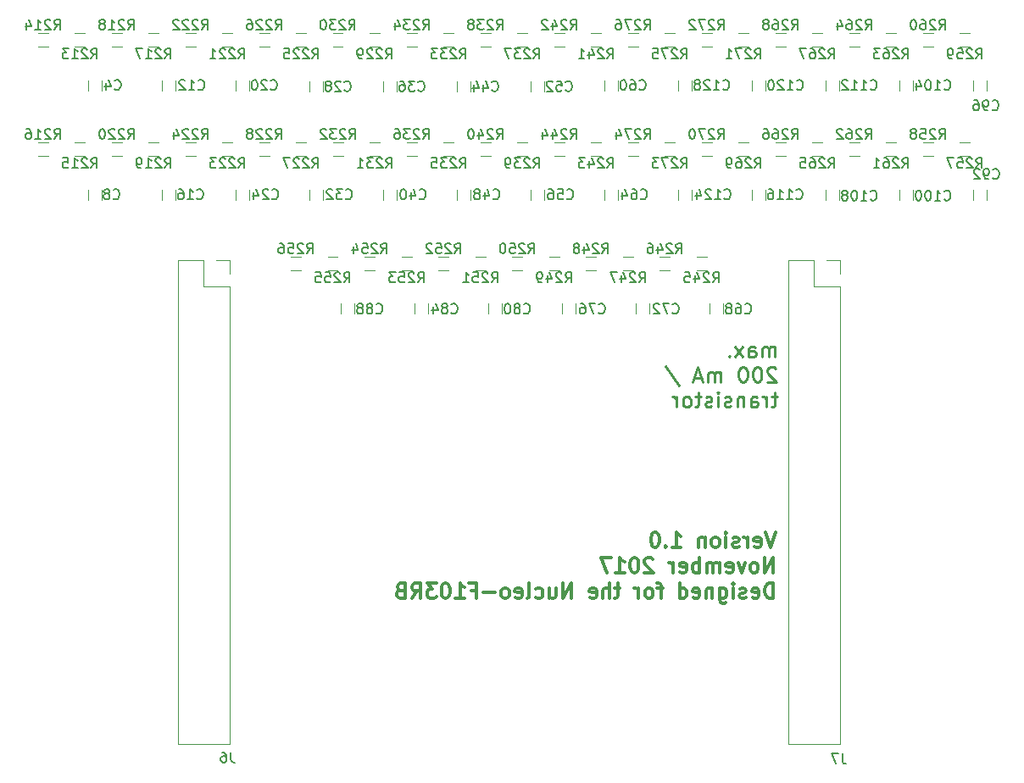
<source format=gbr>
G04 #@! TF.FileFunction,Legend,Bot*
%FSLAX46Y46*%
G04 Gerber Fmt 4.6, Leading zero omitted, Abs format (unit mm)*
G04 Created by KiCad (PCBNEW 4.0.7-e2-6376~58~ubuntu17.04.1) date Mon Dec 11 10:41:26 2017*
%MOMM*%
%LPD*%
G01*
G04 APERTURE LIST*
%ADD10C,0.100000*%
%ADD11C,0.250000*%
%ADD12C,0.300000*%
%ADD13C,0.120000*%
%ADD14C,0.150000*%
G04 APERTURE END LIST*
D10*
D11*
X76598057Y-40078571D02*
X76598057Y-39078571D01*
X76598057Y-39221429D02*
X76526629Y-39150000D01*
X76383771Y-39078571D01*
X76169486Y-39078571D01*
X76026629Y-39150000D01*
X75955200Y-39292857D01*
X75955200Y-40078571D01*
X75955200Y-39292857D02*
X75883771Y-39150000D01*
X75740914Y-39078571D01*
X75526629Y-39078571D01*
X75383771Y-39150000D01*
X75312343Y-39292857D01*
X75312343Y-40078571D01*
X73955200Y-40078571D02*
X73955200Y-39292857D01*
X74026629Y-39150000D01*
X74169486Y-39078571D01*
X74455200Y-39078571D01*
X74598057Y-39150000D01*
X73955200Y-40007143D02*
X74098057Y-40078571D01*
X74455200Y-40078571D01*
X74598057Y-40007143D01*
X74669486Y-39864286D01*
X74669486Y-39721429D01*
X74598057Y-39578571D01*
X74455200Y-39507143D01*
X74098057Y-39507143D01*
X73955200Y-39435714D01*
X73383771Y-40078571D02*
X72598057Y-39078571D01*
X73383771Y-39078571D02*
X72598057Y-40078571D01*
X72026628Y-39935714D02*
X71955200Y-40007143D01*
X72026628Y-40078571D01*
X72098057Y-40007143D01*
X72026628Y-39935714D01*
X72026628Y-40078571D01*
X76669486Y-41221429D02*
X76598057Y-41150000D01*
X76455200Y-41078571D01*
X76098057Y-41078571D01*
X75955200Y-41150000D01*
X75883771Y-41221429D01*
X75812343Y-41364286D01*
X75812343Y-41507143D01*
X75883771Y-41721429D01*
X76740914Y-42578571D01*
X75812343Y-42578571D01*
X74883772Y-41078571D02*
X74740915Y-41078571D01*
X74598058Y-41150000D01*
X74526629Y-41221429D01*
X74455200Y-41364286D01*
X74383772Y-41650000D01*
X74383772Y-42007143D01*
X74455200Y-42292857D01*
X74526629Y-42435714D01*
X74598058Y-42507143D01*
X74740915Y-42578571D01*
X74883772Y-42578571D01*
X75026629Y-42507143D01*
X75098058Y-42435714D01*
X75169486Y-42292857D01*
X75240915Y-42007143D01*
X75240915Y-41650000D01*
X75169486Y-41364286D01*
X75098058Y-41221429D01*
X75026629Y-41150000D01*
X74883772Y-41078571D01*
X73455201Y-41078571D02*
X73312344Y-41078571D01*
X73169487Y-41150000D01*
X73098058Y-41221429D01*
X73026629Y-41364286D01*
X72955201Y-41650000D01*
X72955201Y-42007143D01*
X73026629Y-42292857D01*
X73098058Y-42435714D01*
X73169487Y-42507143D01*
X73312344Y-42578571D01*
X73455201Y-42578571D01*
X73598058Y-42507143D01*
X73669487Y-42435714D01*
X73740915Y-42292857D01*
X73812344Y-42007143D01*
X73812344Y-41650000D01*
X73740915Y-41364286D01*
X73669487Y-41221429D01*
X73598058Y-41150000D01*
X73455201Y-41078571D01*
X71169487Y-42578571D02*
X71169487Y-41578571D01*
X71169487Y-41721429D02*
X71098059Y-41650000D01*
X70955201Y-41578571D01*
X70740916Y-41578571D01*
X70598059Y-41650000D01*
X70526630Y-41792857D01*
X70526630Y-42578571D01*
X70526630Y-41792857D02*
X70455201Y-41650000D01*
X70312344Y-41578571D01*
X70098059Y-41578571D01*
X69955201Y-41650000D01*
X69883773Y-41792857D01*
X69883773Y-42578571D01*
X69240916Y-42150000D02*
X68526630Y-42150000D01*
X69383773Y-42578571D02*
X68883773Y-41078571D01*
X68383773Y-42578571D01*
X65669488Y-41007143D02*
X66955202Y-42935714D01*
X76812343Y-44078571D02*
X76240914Y-44078571D01*
X76598057Y-43578571D02*
X76598057Y-44864286D01*
X76526629Y-45007143D01*
X76383771Y-45078571D01*
X76240914Y-45078571D01*
X75740914Y-45078571D02*
X75740914Y-44078571D01*
X75740914Y-44364286D02*
X75669486Y-44221429D01*
X75598057Y-44150000D01*
X75455200Y-44078571D01*
X75312343Y-44078571D01*
X74169486Y-45078571D02*
X74169486Y-44292857D01*
X74240915Y-44150000D01*
X74383772Y-44078571D01*
X74669486Y-44078571D01*
X74812343Y-44150000D01*
X74169486Y-45007143D02*
X74312343Y-45078571D01*
X74669486Y-45078571D01*
X74812343Y-45007143D01*
X74883772Y-44864286D01*
X74883772Y-44721429D01*
X74812343Y-44578571D01*
X74669486Y-44507143D01*
X74312343Y-44507143D01*
X74169486Y-44435714D01*
X73455200Y-44078571D02*
X73455200Y-45078571D01*
X73455200Y-44221429D02*
X73383772Y-44150000D01*
X73240914Y-44078571D01*
X73026629Y-44078571D01*
X72883772Y-44150000D01*
X72812343Y-44292857D01*
X72812343Y-45078571D01*
X72169486Y-45007143D02*
X72026629Y-45078571D01*
X71740914Y-45078571D01*
X71598057Y-45007143D01*
X71526629Y-44864286D01*
X71526629Y-44792857D01*
X71598057Y-44650000D01*
X71740914Y-44578571D01*
X71955200Y-44578571D01*
X72098057Y-44507143D01*
X72169486Y-44364286D01*
X72169486Y-44292857D01*
X72098057Y-44150000D01*
X71955200Y-44078571D01*
X71740914Y-44078571D01*
X71598057Y-44150000D01*
X70883771Y-45078571D02*
X70883771Y-44078571D01*
X70883771Y-43578571D02*
X70955200Y-43650000D01*
X70883771Y-43721429D01*
X70812343Y-43650000D01*
X70883771Y-43578571D01*
X70883771Y-43721429D01*
X70240914Y-45007143D02*
X70098057Y-45078571D01*
X69812342Y-45078571D01*
X69669485Y-45007143D01*
X69598057Y-44864286D01*
X69598057Y-44792857D01*
X69669485Y-44650000D01*
X69812342Y-44578571D01*
X70026628Y-44578571D01*
X70169485Y-44507143D01*
X70240914Y-44364286D01*
X70240914Y-44292857D01*
X70169485Y-44150000D01*
X70026628Y-44078571D01*
X69812342Y-44078571D01*
X69669485Y-44150000D01*
X69169485Y-44078571D02*
X68598056Y-44078571D01*
X68955199Y-43578571D02*
X68955199Y-44864286D01*
X68883771Y-45007143D01*
X68740913Y-45078571D01*
X68598056Y-45078571D01*
X67883770Y-45078571D02*
X68026628Y-45007143D01*
X68098056Y-44935714D01*
X68169485Y-44792857D01*
X68169485Y-44364286D01*
X68098056Y-44221429D01*
X68026628Y-44150000D01*
X67883770Y-44078571D01*
X67669485Y-44078571D01*
X67526628Y-44150000D01*
X67455199Y-44221429D01*
X67383770Y-44364286D01*
X67383770Y-44792857D01*
X67455199Y-44935714D01*
X67526628Y-45007143D01*
X67669485Y-45078571D01*
X67883770Y-45078571D01*
X66740913Y-45078571D02*
X66740913Y-44078571D01*
X66740913Y-44364286D02*
X66669485Y-44221429D01*
X66598056Y-44150000D01*
X66455199Y-44078571D01*
X66312342Y-44078571D01*
D12*
X76609143Y-57578571D02*
X76109143Y-59078571D01*
X75609143Y-57578571D01*
X74537715Y-59007143D02*
X74680572Y-59078571D01*
X74966286Y-59078571D01*
X75109143Y-59007143D01*
X75180572Y-58864286D01*
X75180572Y-58292857D01*
X75109143Y-58150000D01*
X74966286Y-58078571D01*
X74680572Y-58078571D01*
X74537715Y-58150000D01*
X74466286Y-58292857D01*
X74466286Y-58435714D01*
X75180572Y-58578571D01*
X73823429Y-59078571D02*
X73823429Y-58078571D01*
X73823429Y-58364286D02*
X73752001Y-58221429D01*
X73680572Y-58150000D01*
X73537715Y-58078571D01*
X73394858Y-58078571D01*
X72966287Y-59007143D02*
X72823430Y-59078571D01*
X72537715Y-59078571D01*
X72394858Y-59007143D01*
X72323430Y-58864286D01*
X72323430Y-58792857D01*
X72394858Y-58650000D01*
X72537715Y-58578571D01*
X72752001Y-58578571D01*
X72894858Y-58507143D01*
X72966287Y-58364286D01*
X72966287Y-58292857D01*
X72894858Y-58150000D01*
X72752001Y-58078571D01*
X72537715Y-58078571D01*
X72394858Y-58150000D01*
X71680572Y-59078571D02*
X71680572Y-58078571D01*
X71680572Y-57578571D02*
X71752001Y-57650000D01*
X71680572Y-57721429D01*
X71609144Y-57650000D01*
X71680572Y-57578571D01*
X71680572Y-57721429D01*
X70752000Y-59078571D02*
X70894858Y-59007143D01*
X70966286Y-58935714D01*
X71037715Y-58792857D01*
X71037715Y-58364286D01*
X70966286Y-58221429D01*
X70894858Y-58150000D01*
X70752000Y-58078571D01*
X70537715Y-58078571D01*
X70394858Y-58150000D01*
X70323429Y-58221429D01*
X70252000Y-58364286D01*
X70252000Y-58792857D01*
X70323429Y-58935714D01*
X70394858Y-59007143D01*
X70537715Y-59078571D01*
X70752000Y-59078571D01*
X69609143Y-58078571D02*
X69609143Y-59078571D01*
X69609143Y-58221429D02*
X69537715Y-58150000D01*
X69394857Y-58078571D01*
X69180572Y-58078571D01*
X69037715Y-58150000D01*
X68966286Y-58292857D01*
X68966286Y-59078571D01*
X66323429Y-59078571D02*
X67180572Y-59078571D01*
X66752000Y-59078571D02*
X66752000Y-57578571D01*
X66894857Y-57792857D01*
X67037715Y-57935714D01*
X67180572Y-58007143D01*
X65680572Y-58935714D02*
X65609144Y-59007143D01*
X65680572Y-59078571D01*
X65752001Y-59007143D01*
X65680572Y-58935714D01*
X65680572Y-59078571D01*
X64680572Y-57578571D02*
X64537715Y-57578571D01*
X64394858Y-57650000D01*
X64323429Y-57721429D01*
X64252000Y-57864286D01*
X64180572Y-58150000D01*
X64180572Y-58507143D01*
X64252000Y-58792857D01*
X64323429Y-58935714D01*
X64394858Y-59007143D01*
X64537715Y-59078571D01*
X64680572Y-59078571D01*
X64823429Y-59007143D01*
X64894858Y-58935714D01*
X64966286Y-58792857D01*
X65037715Y-58507143D01*
X65037715Y-58150000D01*
X64966286Y-57864286D01*
X64894858Y-57721429D01*
X64823429Y-57650000D01*
X64680572Y-57578571D01*
X76394857Y-61628571D02*
X76394857Y-60128571D01*
X75537714Y-61628571D01*
X75537714Y-60128571D01*
X74609142Y-61628571D02*
X74752000Y-61557143D01*
X74823428Y-61485714D01*
X74894857Y-61342857D01*
X74894857Y-60914286D01*
X74823428Y-60771429D01*
X74752000Y-60700000D01*
X74609142Y-60628571D01*
X74394857Y-60628571D01*
X74252000Y-60700000D01*
X74180571Y-60771429D01*
X74109142Y-60914286D01*
X74109142Y-61342857D01*
X74180571Y-61485714D01*
X74252000Y-61557143D01*
X74394857Y-61628571D01*
X74609142Y-61628571D01*
X73609142Y-60628571D02*
X73251999Y-61628571D01*
X72894857Y-60628571D01*
X71752000Y-61557143D02*
X71894857Y-61628571D01*
X72180571Y-61628571D01*
X72323428Y-61557143D01*
X72394857Y-61414286D01*
X72394857Y-60842857D01*
X72323428Y-60700000D01*
X72180571Y-60628571D01*
X71894857Y-60628571D01*
X71752000Y-60700000D01*
X71680571Y-60842857D01*
X71680571Y-60985714D01*
X72394857Y-61128571D01*
X71037714Y-61628571D02*
X71037714Y-60628571D01*
X71037714Y-60771429D02*
X70966286Y-60700000D01*
X70823428Y-60628571D01*
X70609143Y-60628571D01*
X70466286Y-60700000D01*
X70394857Y-60842857D01*
X70394857Y-61628571D01*
X70394857Y-60842857D02*
X70323428Y-60700000D01*
X70180571Y-60628571D01*
X69966286Y-60628571D01*
X69823428Y-60700000D01*
X69752000Y-60842857D01*
X69752000Y-61628571D01*
X69037714Y-61628571D02*
X69037714Y-60128571D01*
X69037714Y-60700000D02*
X68894857Y-60628571D01*
X68609143Y-60628571D01*
X68466286Y-60700000D01*
X68394857Y-60771429D01*
X68323428Y-60914286D01*
X68323428Y-61342857D01*
X68394857Y-61485714D01*
X68466286Y-61557143D01*
X68609143Y-61628571D01*
X68894857Y-61628571D01*
X69037714Y-61557143D01*
X67109143Y-61557143D02*
X67252000Y-61628571D01*
X67537714Y-61628571D01*
X67680571Y-61557143D01*
X67752000Y-61414286D01*
X67752000Y-60842857D01*
X67680571Y-60700000D01*
X67537714Y-60628571D01*
X67252000Y-60628571D01*
X67109143Y-60700000D01*
X67037714Y-60842857D01*
X67037714Y-60985714D01*
X67752000Y-61128571D01*
X66394857Y-61628571D02*
X66394857Y-60628571D01*
X66394857Y-60914286D02*
X66323429Y-60771429D01*
X66252000Y-60700000D01*
X66109143Y-60628571D01*
X65966286Y-60628571D01*
X64394858Y-60271429D02*
X64323429Y-60200000D01*
X64180572Y-60128571D01*
X63823429Y-60128571D01*
X63680572Y-60200000D01*
X63609143Y-60271429D01*
X63537715Y-60414286D01*
X63537715Y-60557143D01*
X63609143Y-60771429D01*
X64466286Y-61628571D01*
X63537715Y-61628571D01*
X62609144Y-60128571D02*
X62466287Y-60128571D01*
X62323430Y-60200000D01*
X62252001Y-60271429D01*
X62180572Y-60414286D01*
X62109144Y-60700000D01*
X62109144Y-61057143D01*
X62180572Y-61342857D01*
X62252001Y-61485714D01*
X62323430Y-61557143D01*
X62466287Y-61628571D01*
X62609144Y-61628571D01*
X62752001Y-61557143D01*
X62823430Y-61485714D01*
X62894858Y-61342857D01*
X62966287Y-61057143D01*
X62966287Y-60700000D01*
X62894858Y-60414286D01*
X62823430Y-60271429D01*
X62752001Y-60200000D01*
X62609144Y-60128571D01*
X60680573Y-61628571D02*
X61537716Y-61628571D01*
X61109144Y-61628571D02*
X61109144Y-60128571D01*
X61252001Y-60342857D01*
X61394859Y-60485714D01*
X61537716Y-60557143D01*
X60180573Y-60128571D02*
X59180573Y-60128571D01*
X59823430Y-61628571D01*
X76394857Y-64178571D02*
X76394857Y-62678571D01*
X76037714Y-62678571D01*
X75823429Y-62750000D01*
X75680571Y-62892857D01*
X75609143Y-63035714D01*
X75537714Y-63321429D01*
X75537714Y-63535714D01*
X75609143Y-63821429D01*
X75680571Y-63964286D01*
X75823429Y-64107143D01*
X76037714Y-64178571D01*
X76394857Y-64178571D01*
X74323429Y-64107143D02*
X74466286Y-64178571D01*
X74752000Y-64178571D01*
X74894857Y-64107143D01*
X74966286Y-63964286D01*
X74966286Y-63392857D01*
X74894857Y-63250000D01*
X74752000Y-63178571D01*
X74466286Y-63178571D01*
X74323429Y-63250000D01*
X74252000Y-63392857D01*
X74252000Y-63535714D01*
X74966286Y-63678571D01*
X73680572Y-64107143D02*
X73537715Y-64178571D01*
X73252000Y-64178571D01*
X73109143Y-64107143D01*
X73037715Y-63964286D01*
X73037715Y-63892857D01*
X73109143Y-63750000D01*
X73252000Y-63678571D01*
X73466286Y-63678571D01*
X73609143Y-63607143D01*
X73680572Y-63464286D01*
X73680572Y-63392857D01*
X73609143Y-63250000D01*
X73466286Y-63178571D01*
X73252000Y-63178571D01*
X73109143Y-63250000D01*
X72394857Y-64178571D02*
X72394857Y-63178571D01*
X72394857Y-62678571D02*
X72466286Y-62750000D01*
X72394857Y-62821429D01*
X72323429Y-62750000D01*
X72394857Y-62678571D01*
X72394857Y-62821429D01*
X71037714Y-63178571D02*
X71037714Y-64392857D01*
X71109143Y-64535714D01*
X71180571Y-64607143D01*
X71323428Y-64678571D01*
X71537714Y-64678571D01*
X71680571Y-64607143D01*
X71037714Y-64107143D02*
X71180571Y-64178571D01*
X71466285Y-64178571D01*
X71609143Y-64107143D01*
X71680571Y-64035714D01*
X71752000Y-63892857D01*
X71752000Y-63464286D01*
X71680571Y-63321429D01*
X71609143Y-63250000D01*
X71466285Y-63178571D01*
X71180571Y-63178571D01*
X71037714Y-63250000D01*
X70323428Y-63178571D02*
X70323428Y-64178571D01*
X70323428Y-63321429D02*
X70252000Y-63250000D01*
X70109142Y-63178571D01*
X69894857Y-63178571D01*
X69752000Y-63250000D01*
X69680571Y-63392857D01*
X69680571Y-64178571D01*
X68394857Y-64107143D02*
X68537714Y-64178571D01*
X68823428Y-64178571D01*
X68966285Y-64107143D01*
X69037714Y-63964286D01*
X69037714Y-63392857D01*
X68966285Y-63250000D01*
X68823428Y-63178571D01*
X68537714Y-63178571D01*
X68394857Y-63250000D01*
X68323428Y-63392857D01*
X68323428Y-63535714D01*
X69037714Y-63678571D01*
X67037714Y-64178571D02*
X67037714Y-62678571D01*
X67037714Y-64107143D02*
X67180571Y-64178571D01*
X67466285Y-64178571D01*
X67609143Y-64107143D01*
X67680571Y-64035714D01*
X67752000Y-63892857D01*
X67752000Y-63464286D01*
X67680571Y-63321429D01*
X67609143Y-63250000D01*
X67466285Y-63178571D01*
X67180571Y-63178571D01*
X67037714Y-63250000D01*
X65394857Y-63178571D02*
X64823428Y-63178571D01*
X65180571Y-64178571D02*
X65180571Y-62892857D01*
X65109143Y-62750000D01*
X64966285Y-62678571D01*
X64823428Y-62678571D01*
X64109142Y-64178571D02*
X64252000Y-64107143D01*
X64323428Y-64035714D01*
X64394857Y-63892857D01*
X64394857Y-63464286D01*
X64323428Y-63321429D01*
X64252000Y-63250000D01*
X64109142Y-63178571D01*
X63894857Y-63178571D01*
X63752000Y-63250000D01*
X63680571Y-63321429D01*
X63609142Y-63464286D01*
X63609142Y-63892857D01*
X63680571Y-64035714D01*
X63752000Y-64107143D01*
X63894857Y-64178571D01*
X64109142Y-64178571D01*
X62966285Y-64178571D02*
X62966285Y-63178571D01*
X62966285Y-63464286D02*
X62894857Y-63321429D01*
X62823428Y-63250000D01*
X62680571Y-63178571D01*
X62537714Y-63178571D01*
X61109143Y-63178571D02*
X60537714Y-63178571D01*
X60894857Y-62678571D02*
X60894857Y-63964286D01*
X60823429Y-64107143D01*
X60680571Y-64178571D01*
X60537714Y-64178571D01*
X60037714Y-64178571D02*
X60037714Y-62678571D01*
X59394857Y-64178571D02*
X59394857Y-63392857D01*
X59466286Y-63250000D01*
X59609143Y-63178571D01*
X59823428Y-63178571D01*
X59966286Y-63250000D01*
X60037714Y-63321429D01*
X58109143Y-64107143D02*
X58252000Y-64178571D01*
X58537714Y-64178571D01*
X58680571Y-64107143D01*
X58752000Y-63964286D01*
X58752000Y-63392857D01*
X58680571Y-63250000D01*
X58537714Y-63178571D01*
X58252000Y-63178571D01*
X58109143Y-63250000D01*
X58037714Y-63392857D01*
X58037714Y-63535714D01*
X58752000Y-63678571D01*
X56252000Y-64178571D02*
X56252000Y-62678571D01*
X55394857Y-64178571D01*
X55394857Y-62678571D01*
X54037714Y-63178571D02*
X54037714Y-64178571D01*
X54680571Y-63178571D02*
X54680571Y-63964286D01*
X54609143Y-64107143D01*
X54466285Y-64178571D01*
X54252000Y-64178571D01*
X54109143Y-64107143D01*
X54037714Y-64035714D01*
X52680571Y-64107143D02*
X52823428Y-64178571D01*
X53109142Y-64178571D01*
X53252000Y-64107143D01*
X53323428Y-64035714D01*
X53394857Y-63892857D01*
X53394857Y-63464286D01*
X53323428Y-63321429D01*
X53252000Y-63250000D01*
X53109142Y-63178571D01*
X52823428Y-63178571D01*
X52680571Y-63250000D01*
X51823428Y-64178571D02*
X51966286Y-64107143D01*
X52037714Y-63964286D01*
X52037714Y-62678571D01*
X50680572Y-64107143D02*
X50823429Y-64178571D01*
X51109143Y-64178571D01*
X51252000Y-64107143D01*
X51323429Y-63964286D01*
X51323429Y-63392857D01*
X51252000Y-63250000D01*
X51109143Y-63178571D01*
X50823429Y-63178571D01*
X50680572Y-63250000D01*
X50609143Y-63392857D01*
X50609143Y-63535714D01*
X51323429Y-63678571D01*
X49752000Y-64178571D02*
X49894858Y-64107143D01*
X49966286Y-64035714D01*
X50037715Y-63892857D01*
X50037715Y-63464286D01*
X49966286Y-63321429D01*
X49894858Y-63250000D01*
X49752000Y-63178571D01*
X49537715Y-63178571D01*
X49394858Y-63250000D01*
X49323429Y-63321429D01*
X49252000Y-63464286D01*
X49252000Y-63892857D01*
X49323429Y-64035714D01*
X49394858Y-64107143D01*
X49537715Y-64178571D01*
X49752000Y-64178571D01*
X48609143Y-63607143D02*
X47466286Y-63607143D01*
X46252000Y-63392857D02*
X46752000Y-63392857D01*
X46752000Y-64178571D02*
X46752000Y-62678571D01*
X46037714Y-62678571D01*
X44680572Y-64178571D02*
X45537715Y-64178571D01*
X45109143Y-64178571D02*
X45109143Y-62678571D01*
X45252000Y-62892857D01*
X45394858Y-63035714D01*
X45537715Y-63107143D01*
X43752001Y-62678571D02*
X43609144Y-62678571D01*
X43466287Y-62750000D01*
X43394858Y-62821429D01*
X43323429Y-62964286D01*
X43252001Y-63250000D01*
X43252001Y-63607143D01*
X43323429Y-63892857D01*
X43394858Y-64035714D01*
X43466287Y-64107143D01*
X43609144Y-64178571D01*
X43752001Y-64178571D01*
X43894858Y-64107143D01*
X43966287Y-64035714D01*
X44037715Y-63892857D01*
X44109144Y-63607143D01*
X44109144Y-63250000D01*
X44037715Y-62964286D01*
X43966287Y-62821429D01*
X43894858Y-62750000D01*
X43752001Y-62678571D01*
X42752001Y-62678571D02*
X41823430Y-62678571D01*
X42323430Y-63250000D01*
X42109144Y-63250000D01*
X41966287Y-63321429D01*
X41894858Y-63392857D01*
X41823430Y-63535714D01*
X41823430Y-63892857D01*
X41894858Y-64035714D01*
X41966287Y-64107143D01*
X42109144Y-64178571D01*
X42537716Y-64178571D01*
X42680573Y-64107143D01*
X42752001Y-64035714D01*
X40323430Y-64178571D02*
X40823430Y-63464286D01*
X41180573Y-64178571D02*
X41180573Y-62678571D01*
X40609145Y-62678571D01*
X40466287Y-62750000D01*
X40394859Y-62821429D01*
X40323430Y-62964286D01*
X40323430Y-63178571D01*
X40394859Y-63321429D01*
X40466287Y-63392857D01*
X40609145Y-63464286D01*
X41180573Y-63464286D01*
X39180573Y-63392857D02*
X38966287Y-63464286D01*
X38894859Y-63535714D01*
X38823430Y-63678571D01*
X38823430Y-63892857D01*
X38894859Y-64035714D01*
X38966287Y-64107143D01*
X39109145Y-64178571D01*
X39680573Y-64178571D01*
X39680573Y-62678571D01*
X39180573Y-62678571D01*
X39037716Y-62750000D01*
X38966287Y-62821429D01*
X38894859Y-62964286D01*
X38894859Y-63107143D01*
X38966287Y-63250000D01*
X39037716Y-63321429D01*
X39180573Y-63392857D01*
X39680573Y-63392857D01*
D13*
X7970000Y-12454000D02*
X7970000Y-13454000D01*
X9330000Y-13454000D02*
X9330000Y-12454000D01*
X7970000Y-23376000D02*
X7970000Y-24376000D01*
X9330000Y-24376000D02*
X9330000Y-23376000D01*
X15336000Y-12454000D02*
X15336000Y-13454000D01*
X16696000Y-13454000D02*
X16696000Y-12454000D01*
X15336000Y-23376000D02*
X15336000Y-24376000D01*
X16696000Y-24376000D02*
X16696000Y-23376000D01*
X22681200Y-12444000D02*
X22681200Y-13444000D01*
X24041200Y-13444000D02*
X24041200Y-12444000D01*
X22702000Y-23376000D02*
X22702000Y-24376000D01*
X24062000Y-24376000D02*
X24062000Y-23376000D01*
X30068000Y-12581000D02*
X30068000Y-13581000D01*
X31428000Y-13581000D02*
X31428000Y-12581000D01*
X30068000Y-23376000D02*
X30068000Y-24376000D01*
X31428000Y-24376000D02*
X31428000Y-23376000D01*
X37434000Y-12581000D02*
X37434000Y-13581000D01*
X38794000Y-13581000D02*
X38794000Y-12581000D01*
X37434000Y-23376000D02*
X37434000Y-24376000D01*
X38794000Y-24376000D02*
X38794000Y-23376000D01*
X44800000Y-12581000D02*
X44800000Y-13581000D01*
X46160000Y-13581000D02*
X46160000Y-12581000D01*
X44800000Y-23376000D02*
X44800000Y-24376000D01*
X46160000Y-24376000D02*
X46160000Y-23376000D01*
X52166000Y-12581000D02*
X52166000Y-13581000D01*
X53526000Y-13581000D02*
X53526000Y-12581000D01*
X52166000Y-23376000D02*
X52166000Y-24376000D01*
X53526000Y-24376000D02*
X53526000Y-23376000D01*
X59532000Y-12454000D02*
X59532000Y-13454000D01*
X60892000Y-13454000D02*
X60892000Y-12454000D01*
X59532000Y-23376000D02*
X59532000Y-24376000D01*
X60892000Y-24376000D02*
X60892000Y-23376000D01*
X70047600Y-34755200D02*
X70047600Y-35755200D01*
X71407600Y-35755200D02*
X71407600Y-34755200D01*
X62681600Y-34755200D02*
X62681600Y-35755200D01*
X64041600Y-35755200D02*
X64041600Y-34755200D01*
X55315600Y-34755200D02*
X55315600Y-35755200D01*
X56675600Y-35755200D02*
X56675600Y-34755200D01*
X47949600Y-34755200D02*
X47949600Y-35755200D01*
X49309600Y-35755200D02*
X49309600Y-34755200D01*
X40583600Y-34755200D02*
X40583600Y-35755200D01*
X41943600Y-35755200D02*
X41943600Y-34755200D01*
X33217600Y-34755200D02*
X33217600Y-35755200D01*
X34577600Y-35755200D02*
X34577600Y-34755200D01*
X96362000Y-23376000D02*
X96362000Y-24376000D01*
X97722000Y-24376000D02*
X97722000Y-23376000D01*
X96362000Y-12454000D02*
X96362000Y-13454000D01*
X97722000Y-13454000D02*
X97722000Y-12454000D01*
X88996000Y-23376000D02*
X88996000Y-24376000D01*
X90356000Y-24376000D02*
X90356000Y-23376000D01*
X88996000Y-12454000D02*
X88996000Y-13454000D01*
X90356000Y-13454000D02*
X90356000Y-12454000D01*
X81630000Y-23376000D02*
X81630000Y-24376000D01*
X82990000Y-24376000D02*
X82990000Y-23376000D01*
X81630000Y-12454000D02*
X81630000Y-13454000D01*
X82990000Y-13454000D02*
X82990000Y-12454000D01*
X74264000Y-23376000D02*
X74264000Y-24376000D01*
X75624000Y-24376000D02*
X75624000Y-23376000D01*
X74243200Y-12444000D02*
X74243200Y-13444000D01*
X75603200Y-13444000D02*
X75603200Y-12444000D01*
X66898000Y-23376000D02*
X66898000Y-24376000D01*
X68258000Y-24376000D02*
X68258000Y-23376000D01*
X66898000Y-12454000D02*
X66898000Y-13454000D01*
X68258000Y-13454000D02*
X68258000Y-12454000D01*
X22120000Y-78790000D02*
X16920000Y-78790000D01*
X22120000Y-33010000D02*
X22120000Y-78790000D01*
X16920000Y-30410000D02*
X16920000Y-78790000D01*
X22120000Y-33010000D02*
X19520000Y-33010000D01*
X19520000Y-33010000D02*
X19520000Y-30410000D01*
X19520000Y-30410000D02*
X16920000Y-30410000D01*
X22120000Y-31740000D02*
X22120000Y-30410000D01*
X22120000Y-30410000D02*
X20790000Y-30410000D01*
X83080000Y-78790000D02*
X77880000Y-78790000D01*
X83080000Y-33010000D02*
X83080000Y-78790000D01*
X77880000Y-30410000D02*
X77880000Y-78790000D01*
X83080000Y-33010000D02*
X80480000Y-33010000D01*
X80480000Y-33010000D02*
X80480000Y-30410000D01*
X80480000Y-30410000D02*
X77880000Y-30410000D01*
X83080000Y-31740000D02*
X83080000Y-30410000D01*
X83080000Y-30410000D02*
X81750000Y-30410000D01*
X7656000Y-7692000D02*
X6656000Y-7692000D01*
X6656000Y-9052000D02*
X7656000Y-9052000D01*
X2973000Y-9052000D02*
X3973000Y-9052000D01*
X3973000Y-7692000D02*
X2973000Y-7692000D01*
X7656000Y-18614000D02*
X6656000Y-18614000D01*
X6656000Y-19974000D02*
X7656000Y-19974000D01*
X2973000Y-19974000D02*
X3973000Y-19974000D01*
X3973000Y-18614000D02*
X2973000Y-18614000D01*
X15022000Y-7692000D02*
X14022000Y-7692000D01*
X14022000Y-9052000D02*
X15022000Y-9052000D01*
X10339000Y-9052000D02*
X11339000Y-9052000D01*
X11339000Y-7692000D02*
X10339000Y-7692000D01*
X15022000Y-18614000D02*
X14022000Y-18614000D01*
X14022000Y-19974000D02*
X15022000Y-19974000D01*
X10339000Y-19974000D02*
X11339000Y-19974000D01*
X11339000Y-18614000D02*
X10339000Y-18614000D01*
X22388000Y-7692000D02*
X21388000Y-7692000D01*
X21388000Y-9052000D02*
X22388000Y-9052000D01*
X17705000Y-9052000D02*
X18705000Y-9052000D01*
X18705000Y-7692000D02*
X17705000Y-7692000D01*
X22388000Y-18614000D02*
X21388000Y-18614000D01*
X21388000Y-19974000D02*
X22388000Y-19974000D01*
X17705000Y-19974000D02*
X18705000Y-19974000D01*
X18705000Y-18614000D02*
X17705000Y-18614000D01*
X29754000Y-7692000D02*
X28754000Y-7692000D01*
X28754000Y-9052000D02*
X29754000Y-9052000D01*
X25071000Y-9052000D02*
X26071000Y-9052000D01*
X26071000Y-7692000D02*
X25071000Y-7692000D01*
X29754000Y-18614000D02*
X28754000Y-18614000D01*
X28754000Y-19974000D02*
X29754000Y-19974000D01*
X25071000Y-19974000D02*
X26071000Y-19974000D01*
X26071000Y-18614000D02*
X25071000Y-18614000D01*
X37094600Y-7692000D02*
X36094600Y-7692000D01*
X36094600Y-9052000D02*
X37094600Y-9052000D01*
X32411600Y-9052000D02*
X33411600Y-9052000D01*
X33411600Y-7692000D02*
X32411600Y-7692000D01*
X37120000Y-18614000D02*
X36120000Y-18614000D01*
X36120000Y-19974000D02*
X37120000Y-19974000D01*
X32437000Y-19974000D02*
X33437000Y-19974000D01*
X33437000Y-18614000D02*
X32437000Y-18614000D01*
X44486000Y-7692000D02*
X43486000Y-7692000D01*
X43486000Y-9052000D02*
X44486000Y-9052000D01*
X39803000Y-9052000D02*
X40803000Y-9052000D01*
X40803000Y-7692000D02*
X39803000Y-7692000D01*
X44486000Y-18614000D02*
X43486000Y-18614000D01*
X43486000Y-19974000D02*
X44486000Y-19974000D01*
X39803000Y-19974000D02*
X40803000Y-19974000D01*
X40803000Y-18614000D02*
X39803000Y-18614000D01*
X51852000Y-7692000D02*
X50852000Y-7692000D01*
X50852000Y-9052000D02*
X51852000Y-9052000D01*
X47169000Y-9052000D02*
X48169000Y-9052000D01*
X48169000Y-7692000D02*
X47169000Y-7692000D01*
X51852000Y-18614000D02*
X50852000Y-18614000D01*
X50852000Y-19974000D02*
X51852000Y-19974000D01*
X47169000Y-19974000D02*
X48169000Y-19974000D01*
X48169000Y-18614000D02*
X47169000Y-18614000D01*
X59218000Y-7692000D02*
X58218000Y-7692000D01*
X58218000Y-9052000D02*
X59218000Y-9052000D01*
X54535000Y-9052000D02*
X55535000Y-9052000D01*
X55535000Y-7692000D02*
X54535000Y-7692000D01*
X59218000Y-18614000D02*
X58218000Y-18614000D01*
X58218000Y-19974000D02*
X59218000Y-19974000D01*
X54535000Y-19974000D02*
X55535000Y-19974000D01*
X55535000Y-18614000D02*
X54535000Y-18614000D01*
X69759000Y-30044000D02*
X68759000Y-30044000D01*
X68759000Y-31404000D02*
X69759000Y-31404000D01*
X65076000Y-31404000D02*
X66076000Y-31404000D01*
X66076000Y-30044000D02*
X65076000Y-30044000D01*
X62393000Y-30044000D02*
X61393000Y-30044000D01*
X61393000Y-31404000D02*
X62393000Y-31404000D01*
X57710000Y-31404000D02*
X58710000Y-31404000D01*
X58710000Y-30044000D02*
X57710000Y-30044000D01*
X55027000Y-30044000D02*
X54027000Y-30044000D01*
X54027000Y-31404000D02*
X55027000Y-31404000D01*
X50344000Y-31404000D02*
X51344000Y-31404000D01*
X51344000Y-30044000D02*
X50344000Y-30044000D01*
X47661000Y-30044000D02*
X46661000Y-30044000D01*
X46661000Y-31404000D02*
X47661000Y-31404000D01*
X42978000Y-31404000D02*
X43978000Y-31404000D01*
X43978000Y-30044000D02*
X42978000Y-30044000D01*
X40295000Y-30044000D02*
X39295000Y-30044000D01*
X39295000Y-31404000D02*
X40295000Y-31404000D01*
X35612000Y-31404000D02*
X36612000Y-31404000D01*
X36612000Y-30044000D02*
X35612000Y-30044000D01*
X32903600Y-30044000D02*
X31903600Y-30044000D01*
X31903600Y-31404000D02*
X32903600Y-31404000D01*
X28220600Y-31404000D02*
X29220600Y-31404000D01*
X29220600Y-30044000D02*
X28220600Y-30044000D01*
X96048000Y-18614000D02*
X95048000Y-18614000D01*
X95048000Y-19974000D02*
X96048000Y-19974000D01*
X91365000Y-19974000D02*
X92365000Y-19974000D01*
X92365000Y-18614000D02*
X91365000Y-18614000D01*
X96048000Y-7692000D02*
X95048000Y-7692000D01*
X95048000Y-9052000D02*
X96048000Y-9052000D01*
X91365000Y-9052000D02*
X92365000Y-9052000D01*
X92365000Y-7692000D02*
X91365000Y-7692000D01*
X88682000Y-18614000D02*
X87682000Y-18614000D01*
X87682000Y-19974000D02*
X88682000Y-19974000D01*
X83999000Y-19974000D02*
X84999000Y-19974000D01*
X84999000Y-18614000D02*
X83999000Y-18614000D01*
X88682000Y-7692000D02*
X87682000Y-7692000D01*
X87682000Y-9052000D02*
X88682000Y-9052000D01*
X83999000Y-9052000D02*
X84999000Y-9052000D01*
X84999000Y-7692000D02*
X83999000Y-7692000D01*
X81316000Y-18614000D02*
X80316000Y-18614000D01*
X80316000Y-19974000D02*
X81316000Y-19974000D01*
X76633000Y-19974000D02*
X77633000Y-19974000D01*
X77633000Y-18614000D02*
X76633000Y-18614000D01*
X81316000Y-7692000D02*
X80316000Y-7692000D01*
X80316000Y-9052000D02*
X81316000Y-9052000D01*
X76633000Y-9052000D02*
X77633000Y-9052000D01*
X77633000Y-7692000D02*
X76633000Y-7692000D01*
X73950000Y-18614000D02*
X72950000Y-18614000D01*
X72950000Y-19974000D02*
X73950000Y-19974000D01*
X69267000Y-19974000D02*
X70267000Y-19974000D01*
X70267000Y-18614000D02*
X69267000Y-18614000D01*
X73950000Y-7692000D02*
X72950000Y-7692000D01*
X72950000Y-9052000D02*
X73950000Y-9052000D01*
X69267000Y-9052000D02*
X70267000Y-9052000D01*
X70267000Y-7692000D02*
X69267000Y-7692000D01*
X66584000Y-18614000D02*
X65584000Y-18614000D01*
X65584000Y-19974000D02*
X66584000Y-19974000D01*
X61901000Y-19974000D02*
X62901000Y-19974000D01*
X62901000Y-18614000D02*
X61901000Y-18614000D01*
X66584000Y-7692000D02*
X65584000Y-7692000D01*
X65584000Y-9052000D02*
X66584000Y-9052000D01*
X61901000Y-9052000D02*
X62901000Y-9052000D01*
X62901000Y-7692000D02*
X61901000Y-7692000D01*
D14*
X10624666Y-13301143D02*
X10672285Y-13348762D01*
X10815142Y-13396381D01*
X10910380Y-13396381D01*
X11053238Y-13348762D01*
X11148476Y-13253524D01*
X11196095Y-13158286D01*
X11243714Y-12967810D01*
X11243714Y-12824952D01*
X11196095Y-12634476D01*
X11148476Y-12539238D01*
X11053238Y-12444000D01*
X10910380Y-12396381D01*
X10815142Y-12396381D01*
X10672285Y-12444000D01*
X10624666Y-12491619D01*
X9767523Y-12729714D02*
X9767523Y-13396381D01*
X10005619Y-12348762D02*
X10243714Y-13063048D01*
X9624666Y-13063048D01*
X10497666Y-24223143D02*
X10545285Y-24270762D01*
X10688142Y-24318381D01*
X10783380Y-24318381D01*
X10926238Y-24270762D01*
X11021476Y-24175524D01*
X11069095Y-24080286D01*
X11116714Y-23889810D01*
X11116714Y-23746952D01*
X11069095Y-23556476D01*
X11021476Y-23461238D01*
X10926238Y-23366000D01*
X10783380Y-23318381D01*
X10688142Y-23318381D01*
X10545285Y-23366000D01*
X10497666Y-23413619D01*
X9926238Y-23746952D02*
X10021476Y-23699333D01*
X10069095Y-23651714D01*
X10116714Y-23556476D01*
X10116714Y-23508857D01*
X10069095Y-23413619D01*
X10021476Y-23366000D01*
X9926238Y-23318381D01*
X9735761Y-23318381D01*
X9640523Y-23366000D01*
X9592904Y-23413619D01*
X9545285Y-23508857D01*
X9545285Y-23556476D01*
X9592904Y-23651714D01*
X9640523Y-23699333D01*
X9735761Y-23746952D01*
X9926238Y-23746952D01*
X10021476Y-23794571D01*
X10069095Y-23842190D01*
X10116714Y-23937429D01*
X10116714Y-24127905D01*
X10069095Y-24223143D01*
X10021476Y-24270762D01*
X9926238Y-24318381D01*
X9735761Y-24318381D01*
X9640523Y-24270762D01*
X9592904Y-24223143D01*
X9545285Y-24127905D01*
X9545285Y-23937429D01*
X9592904Y-23842190D01*
X9640523Y-23794571D01*
X9735761Y-23746952D01*
X18974857Y-13301143D02*
X19022476Y-13348762D01*
X19165333Y-13396381D01*
X19260571Y-13396381D01*
X19403429Y-13348762D01*
X19498667Y-13253524D01*
X19546286Y-13158286D01*
X19593905Y-12967810D01*
X19593905Y-12824952D01*
X19546286Y-12634476D01*
X19498667Y-12539238D01*
X19403429Y-12444000D01*
X19260571Y-12396381D01*
X19165333Y-12396381D01*
X19022476Y-12444000D01*
X18974857Y-12491619D01*
X18022476Y-13396381D02*
X18593905Y-13396381D01*
X18308191Y-13396381D02*
X18308191Y-12396381D01*
X18403429Y-12539238D01*
X18498667Y-12634476D01*
X18593905Y-12682095D01*
X17641524Y-12491619D02*
X17593905Y-12444000D01*
X17498667Y-12396381D01*
X17260571Y-12396381D01*
X17165333Y-12444000D01*
X17117714Y-12491619D01*
X17070095Y-12586857D01*
X17070095Y-12682095D01*
X17117714Y-12824952D01*
X17689143Y-13396381D01*
X17070095Y-13396381D01*
X18847857Y-24223143D02*
X18895476Y-24270762D01*
X19038333Y-24318381D01*
X19133571Y-24318381D01*
X19276429Y-24270762D01*
X19371667Y-24175524D01*
X19419286Y-24080286D01*
X19466905Y-23889810D01*
X19466905Y-23746952D01*
X19419286Y-23556476D01*
X19371667Y-23461238D01*
X19276429Y-23366000D01*
X19133571Y-23318381D01*
X19038333Y-23318381D01*
X18895476Y-23366000D01*
X18847857Y-23413619D01*
X17895476Y-24318381D02*
X18466905Y-24318381D01*
X18181191Y-24318381D02*
X18181191Y-23318381D01*
X18276429Y-23461238D01*
X18371667Y-23556476D01*
X18466905Y-23604095D01*
X17038333Y-23318381D02*
X17228810Y-23318381D01*
X17324048Y-23366000D01*
X17371667Y-23413619D01*
X17466905Y-23556476D01*
X17514524Y-23746952D01*
X17514524Y-24127905D01*
X17466905Y-24223143D01*
X17419286Y-24270762D01*
X17324048Y-24318381D01*
X17133571Y-24318381D01*
X17038333Y-24270762D01*
X16990714Y-24223143D01*
X16943095Y-24127905D01*
X16943095Y-23889810D01*
X16990714Y-23794571D01*
X17038333Y-23746952D01*
X17133571Y-23699333D01*
X17324048Y-23699333D01*
X17419286Y-23746952D01*
X17466905Y-23794571D01*
X17514524Y-23889810D01*
X26213857Y-13301143D02*
X26261476Y-13348762D01*
X26404333Y-13396381D01*
X26499571Y-13396381D01*
X26642429Y-13348762D01*
X26737667Y-13253524D01*
X26785286Y-13158286D01*
X26832905Y-12967810D01*
X26832905Y-12824952D01*
X26785286Y-12634476D01*
X26737667Y-12539238D01*
X26642429Y-12444000D01*
X26499571Y-12396381D01*
X26404333Y-12396381D01*
X26261476Y-12444000D01*
X26213857Y-12491619D01*
X25832905Y-12491619D02*
X25785286Y-12444000D01*
X25690048Y-12396381D01*
X25451952Y-12396381D01*
X25356714Y-12444000D01*
X25309095Y-12491619D01*
X25261476Y-12586857D01*
X25261476Y-12682095D01*
X25309095Y-12824952D01*
X25880524Y-13396381D01*
X25261476Y-13396381D01*
X24642429Y-12396381D02*
X24547190Y-12396381D01*
X24451952Y-12444000D01*
X24404333Y-12491619D01*
X24356714Y-12586857D01*
X24309095Y-12777333D01*
X24309095Y-13015429D01*
X24356714Y-13205905D01*
X24404333Y-13301143D01*
X24451952Y-13348762D01*
X24547190Y-13396381D01*
X24642429Y-13396381D01*
X24737667Y-13348762D01*
X24785286Y-13301143D01*
X24832905Y-13205905D01*
X24880524Y-13015429D01*
X24880524Y-12777333D01*
X24832905Y-12586857D01*
X24785286Y-12491619D01*
X24737667Y-12444000D01*
X24642429Y-12396381D01*
X26340857Y-24223143D02*
X26388476Y-24270762D01*
X26531333Y-24318381D01*
X26626571Y-24318381D01*
X26769429Y-24270762D01*
X26864667Y-24175524D01*
X26912286Y-24080286D01*
X26959905Y-23889810D01*
X26959905Y-23746952D01*
X26912286Y-23556476D01*
X26864667Y-23461238D01*
X26769429Y-23366000D01*
X26626571Y-23318381D01*
X26531333Y-23318381D01*
X26388476Y-23366000D01*
X26340857Y-23413619D01*
X25959905Y-23413619D02*
X25912286Y-23366000D01*
X25817048Y-23318381D01*
X25578952Y-23318381D01*
X25483714Y-23366000D01*
X25436095Y-23413619D01*
X25388476Y-23508857D01*
X25388476Y-23604095D01*
X25436095Y-23746952D01*
X26007524Y-24318381D01*
X25388476Y-24318381D01*
X24531333Y-23651714D02*
X24531333Y-24318381D01*
X24769429Y-23270762D02*
X25007524Y-23985048D01*
X24388476Y-23985048D01*
X33579857Y-13428143D02*
X33627476Y-13475762D01*
X33770333Y-13523381D01*
X33865571Y-13523381D01*
X34008429Y-13475762D01*
X34103667Y-13380524D01*
X34151286Y-13285286D01*
X34198905Y-13094810D01*
X34198905Y-12951952D01*
X34151286Y-12761476D01*
X34103667Y-12666238D01*
X34008429Y-12571000D01*
X33865571Y-12523381D01*
X33770333Y-12523381D01*
X33627476Y-12571000D01*
X33579857Y-12618619D01*
X33198905Y-12618619D02*
X33151286Y-12571000D01*
X33056048Y-12523381D01*
X32817952Y-12523381D01*
X32722714Y-12571000D01*
X32675095Y-12618619D01*
X32627476Y-12713857D01*
X32627476Y-12809095D01*
X32675095Y-12951952D01*
X33246524Y-13523381D01*
X32627476Y-13523381D01*
X32056048Y-12951952D02*
X32151286Y-12904333D01*
X32198905Y-12856714D01*
X32246524Y-12761476D01*
X32246524Y-12713857D01*
X32198905Y-12618619D01*
X32151286Y-12571000D01*
X32056048Y-12523381D01*
X31865571Y-12523381D01*
X31770333Y-12571000D01*
X31722714Y-12618619D01*
X31675095Y-12713857D01*
X31675095Y-12761476D01*
X31722714Y-12856714D01*
X31770333Y-12904333D01*
X31865571Y-12951952D01*
X32056048Y-12951952D01*
X32151286Y-12999571D01*
X32198905Y-13047190D01*
X32246524Y-13142429D01*
X32246524Y-13332905D01*
X32198905Y-13428143D01*
X32151286Y-13475762D01*
X32056048Y-13523381D01*
X31865571Y-13523381D01*
X31770333Y-13475762D01*
X31722714Y-13428143D01*
X31675095Y-13332905D01*
X31675095Y-13142429D01*
X31722714Y-13047190D01*
X31770333Y-12999571D01*
X31865571Y-12951952D01*
X33706857Y-24223143D02*
X33754476Y-24270762D01*
X33897333Y-24318381D01*
X33992571Y-24318381D01*
X34135429Y-24270762D01*
X34230667Y-24175524D01*
X34278286Y-24080286D01*
X34325905Y-23889810D01*
X34325905Y-23746952D01*
X34278286Y-23556476D01*
X34230667Y-23461238D01*
X34135429Y-23366000D01*
X33992571Y-23318381D01*
X33897333Y-23318381D01*
X33754476Y-23366000D01*
X33706857Y-23413619D01*
X33373524Y-23318381D02*
X32754476Y-23318381D01*
X33087810Y-23699333D01*
X32944952Y-23699333D01*
X32849714Y-23746952D01*
X32802095Y-23794571D01*
X32754476Y-23889810D01*
X32754476Y-24127905D01*
X32802095Y-24223143D01*
X32849714Y-24270762D01*
X32944952Y-24318381D01*
X33230667Y-24318381D01*
X33325905Y-24270762D01*
X33373524Y-24223143D01*
X32373524Y-23413619D02*
X32325905Y-23366000D01*
X32230667Y-23318381D01*
X31992571Y-23318381D01*
X31897333Y-23366000D01*
X31849714Y-23413619D01*
X31802095Y-23508857D01*
X31802095Y-23604095D01*
X31849714Y-23746952D01*
X32421143Y-24318381D01*
X31802095Y-24318381D01*
X40945857Y-13428143D02*
X40993476Y-13475762D01*
X41136333Y-13523381D01*
X41231571Y-13523381D01*
X41374429Y-13475762D01*
X41469667Y-13380524D01*
X41517286Y-13285286D01*
X41564905Y-13094810D01*
X41564905Y-12951952D01*
X41517286Y-12761476D01*
X41469667Y-12666238D01*
X41374429Y-12571000D01*
X41231571Y-12523381D01*
X41136333Y-12523381D01*
X40993476Y-12571000D01*
X40945857Y-12618619D01*
X40612524Y-12523381D02*
X39993476Y-12523381D01*
X40326810Y-12904333D01*
X40183952Y-12904333D01*
X40088714Y-12951952D01*
X40041095Y-12999571D01*
X39993476Y-13094810D01*
X39993476Y-13332905D01*
X40041095Y-13428143D01*
X40088714Y-13475762D01*
X40183952Y-13523381D01*
X40469667Y-13523381D01*
X40564905Y-13475762D01*
X40612524Y-13428143D01*
X39136333Y-12523381D02*
X39326810Y-12523381D01*
X39422048Y-12571000D01*
X39469667Y-12618619D01*
X39564905Y-12761476D01*
X39612524Y-12951952D01*
X39612524Y-13332905D01*
X39564905Y-13428143D01*
X39517286Y-13475762D01*
X39422048Y-13523381D01*
X39231571Y-13523381D01*
X39136333Y-13475762D01*
X39088714Y-13428143D01*
X39041095Y-13332905D01*
X39041095Y-13094810D01*
X39088714Y-12999571D01*
X39136333Y-12951952D01*
X39231571Y-12904333D01*
X39422048Y-12904333D01*
X39517286Y-12951952D01*
X39564905Y-12999571D01*
X39612524Y-13094810D01*
X41072857Y-24223143D02*
X41120476Y-24270762D01*
X41263333Y-24318381D01*
X41358571Y-24318381D01*
X41501429Y-24270762D01*
X41596667Y-24175524D01*
X41644286Y-24080286D01*
X41691905Y-23889810D01*
X41691905Y-23746952D01*
X41644286Y-23556476D01*
X41596667Y-23461238D01*
X41501429Y-23366000D01*
X41358571Y-23318381D01*
X41263333Y-23318381D01*
X41120476Y-23366000D01*
X41072857Y-23413619D01*
X40215714Y-23651714D02*
X40215714Y-24318381D01*
X40453810Y-23270762D02*
X40691905Y-23985048D01*
X40072857Y-23985048D01*
X39501429Y-23318381D02*
X39406190Y-23318381D01*
X39310952Y-23366000D01*
X39263333Y-23413619D01*
X39215714Y-23508857D01*
X39168095Y-23699333D01*
X39168095Y-23937429D01*
X39215714Y-24127905D01*
X39263333Y-24223143D01*
X39310952Y-24270762D01*
X39406190Y-24318381D01*
X39501429Y-24318381D01*
X39596667Y-24270762D01*
X39644286Y-24223143D01*
X39691905Y-24127905D01*
X39739524Y-23937429D01*
X39739524Y-23699333D01*
X39691905Y-23508857D01*
X39644286Y-23413619D01*
X39596667Y-23366000D01*
X39501429Y-23318381D01*
X48311857Y-13428143D02*
X48359476Y-13475762D01*
X48502333Y-13523381D01*
X48597571Y-13523381D01*
X48740429Y-13475762D01*
X48835667Y-13380524D01*
X48883286Y-13285286D01*
X48930905Y-13094810D01*
X48930905Y-12951952D01*
X48883286Y-12761476D01*
X48835667Y-12666238D01*
X48740429Y-12571000D01*
X48597571Y-12523381D01*
X48502333Y-12523381D01*
X48359476Y-12571000D01*
X48311857Y-12618619D01*
X47454714Y-12856714D02*
X47454714Y-13523381D01*
X47692810Y-12475762D02*
X47930905Y-13190048D01*
X47311857Y-13190048D01*
X46502333Y-12856714D02*
X46502333Y-13523381D01*
X46740429Y-12475762D02*
X46978524Y-13190048D01*
X46359476Y-13190048D01*
X48438857Y-24223143D02*
X48486476Y-24270762D01*
X48629333Y-24318381D01*
X48724571Y-24318381D01*
X48867429Y-24270762D01*
X48962667Y-24175524D01*
X49010286Y-24080286D01*
X49057905Y-23889810D01*
X49057905Y-23746952D01*
X49010286Y-23556476D01*
X48962667Y-23461238D01*
X48867429Y-23366000D01*
X48724571Y-23318381D01*
X48629333Y-23318381D01*
X48486476Y-23366000D01*
X48438857Y-23413619D01*
X47581714Y-23651714D02*
X47581714Y-24318381D01*
X47819810Y-23270762D02*
X48057905Y-23985048D01*
X47438857Y-23985048D01*
X46915048Y-23746952D02*
X47010286Y-23699333D01*
X47057905Y-23651714D01*
X47105524Y-23556476D01*
X47105524Y-23508857D01*
X47057905Y-23413619D01*
X47010286Y-23366000D01*
X46915048Y-23318381D01*
X46724571Y-23318381D01*
X46629333Y-23366000D01*
X46581714Y-23413619D01*
X46534095Y-23508857D01*
X46534095Y-23556476D01*
X46581714Y-23651714D01*
X46629333Y-23699333D01*
X46724571Y-23746952D01*
X46915048Y-23746952D01*
X47010286Y-23794571D01*
X47057905Y-23842190D01*
X47105524Y-23937429D01*
X47105524Y-24127905D01*
X47057905Y-24223143D01*
X47010286Y-24270762D01*
X46915048Y-24318381D01*
X46724571Y-24318381D01*
X46629333Y-24270762D01*
X46581714Y-24223143D01*
X46534095Y-24127905D01*
X46534095Y-23937429D01*
X46581714Y-23842190D01*
X46629333Y-23794571D01*
X46724571Y-23746952D01*
X55677857Y-13428143D02*
X55725476Y-13475762D01*
X55868333Y-13523381D01*
X55963571Y-13523381D01*
X56106429Y-13475762D01*
X56201667Y-13380524D01*
X56249286Y-13285286D01*
X56296905Y-13094810D01*
X56296905Y-12951952D01*
X56249286Y-12761476D01*
X56201667Y-12666238D01*
X56106429Y-12571000D01*
X55963571Y-12523381D01*
X55868333Y-12523381D01*
X55725476Y-12571000D01*
X55677857Y-12618619D01*
X54773095Y-12523381D02*
X55249286Y-12523381D01*
X55296905Y-12999571D01*
X55249286Y-12951952D01*
X55154048Y-12904333D01*
X54915952Y-12904333D01*
X54820714Y-12951952D01*
X54773095Y-12999571D01*
X54725476Y-13094810D01*
X54725476Y-13332905D01*
X54773095Y-13428143D01*
X54820714Y-13475762D01*
X54915952Y-13523381D01*
X55154048Y-13523381D01*
X55249286Y-13475762D01*
X55296905Y-13428143D01*
X54344524Y-12618619D02*
X54296905Y-12571000D01*
X54201667Y-12523381D01*
X53963571Y-12523381D01*
X53868333Y-12571000D01*
X53820714Y-12618619D01*
X53773095Y-12713857D01*
X53773095Y-12809095D01*
X53820714Y-12951952D01*
X54392143Y-13523381D01*
X53773095Y-13523381D01*
X55804857Y-24223143D02*
X55852476Y-24270762D01*
X55995333Y-24318381D01*
X56090571Y-24318381D01*
X56233429Y-24270762D01*
X56328667Y-24175524D01*
X56376286Y-24080286D01*
X56423905Y-23889810D01*
X56423905Y-23746952D01*
X56376286Y-23556476D01*
X56328667Y-23461238D01*
X56233429Y-23366000D01*
X56090571Y-23318381D01*
X55995333Y-23318381D01*
X55852476Y-23366000D01*
X55804857Y-23413619D01*
X54900095Y-23318381D02*
X55376286Y-23318381D01*
X55423905Y-23794571D01*
X55376286Y-23746952D01*
X55281048Y-23699333D01*
X55042952Y-23699333D01*
X54947714Y-23746952D01*
X54900095Y-23794571D01*
X54852476Y-23889810D01*
X54852476Y-24127905D01*
X54900095Y-24223143D01*
X54947714Y-24270762D01*
X55042952Y-24318381D01*
X55281048Y-24318381D01*
X55376286Y-24270762D01*
X55423905Y-24223143D01*
X53995333Y-23318381D02*
X54185810Y-23318381D01*
X54281048Y-23366000D01*
X54328667Y-23413619D01*
X54423905Y-23556476D01*
X54471524Y-23746952D01*
X54471524Y-24127905D01*
X54423905Y-24223143D01*
X54376286Y-24270762D01*
X54281048Y-24318381D01*
X54090571Y-24318381D01*
X53995333Y-24270762D01*
X53947714Y-24223143D01*
X53900095Y-24127905D01*
X53900095Y-23889810D01*
X53947714Y-23794571D01*
X53995333Y-23746952D01*
X54090571Y-23699333D01*
X54281048Y-23699333D01*
X54376286Y-23746952D01*
X54423905Y-23794571D01*
X54471524Y-23889810D01*
X63043857Y-13301143D02*
X63091476Y-13348762D01*
X63234333Y-13396381D01*
X63329571Y-13396381D01*
X63472429Y-13348762D01*
X63567667Y-13253524D01*
X63615286Y-13158286D01*
X63662905Y-12967810D01*
X63662905Y-12824952D01*
X63615286Y-12634476D01*
X63567667Y-12539238D01*
X63472429Y-12444000D01*
X63329571Y-12396381D01*
X63234333Y-12396381D01*
X63091476Y-12444000D01*
X63043857Y-12491619D01*
X62186714Y-12396381D02*
X62377191Y-12396381D01*
X62472429Y-12444000D01*
X62520048Y-12491619D01*
X62615286Y-12634476D01*
X62662905Y-12824952D01*
X62662905Y-13205905D01*
X62615286Y-13301143D01*
X62567667Y-13348762D01*
X62472429Y-13396381D01*
X62281952Y-13396381D01*
X62186714Y-13348762D01*
X62139095Y-13301143D01*
X62091476Y-13205905D01*
X62091476Y-12967810D01*
X62139095Y-12872571D01*
X62186714Y-12824952D01*
X62281952Y-12777333D01*
X62472429Y-12777333D01*
X62567667Y-12824952D01*
X62615286Y-12872571D01*
X62662905Y-12967810D01*
X61472429Y-12396381D02*
X61377190Y-12396381D01*
X61281952Y-12444000D01*
X61234333Y-12491619D01*
X61186714Y-12586857D01*
X61139095Y-12777333D01*
X61139095Y-13015429D01*
X61186714Y-13205905D01*
X61234333Y-13301143D01*
X61281952Y-13348762D01*
X61377190Y-13396381D01*
X61472429Y-13396381D01*
X61567667Y-13348762D01*
X61615286Y-13301143D01*
X61662905Y-13205905D01*
X61710524Y-13015429D01*
X61710524Y-12777333D01*
X61662905Y-12586857D01*
X61615286Y-12491619D01*
X61567667Y-12444000D01*
X61472429Y-12396381D01*
X63170857Y-24223143D02*
X63218476Y-24270762D01*
X63361333Y-24318381D01*
X63456571Y-24318381D01*
X63599429Y-24270762D01*
X63694667Y-24175524D01*
X63742286Y-24080286D01*
X63789905Y-23889810D01*
X63789905Y-23746952D01*
X63742286Y-23556476D01*
X63694667Y-23461238D01*
X63599429Y-23366000D01*
X63456571Y-23318381D01*
X63361333Y-23318381D01*
X63218476Y-23366000D01*
X63170857Y-23413619D01*
X62313714Y-23318381D02*
X62504191Y-23318381D01*
X62599429Y-23366000D01*
X62647048Y-23413619D01*
X62742286Y-23556476D01*
X62789905Y-23746952D01*
X62789905Y-24127905D01*
X62742286Y-24223143D01*
X62694667Y-24270762D01*
X62599429Y-24318381D01*
X62408952Y-24318381D01*
X62313714Y-24270762D01*
X62266095Y-24223143D01*
X62218476Y-24127905D01*
X62218476Y-23889810D01*
X62266095Y-23794571D01*
X62313714Y-23746952D01*
X62408952Y-23699333D01*
X62599429Y-23699333D01*
X62694667Y-23746952D01*
X62742286Y-23794571D01*
X62789905Y-23889810D01*
X61361333Y-23651714D02*
X61361333Y-24318381D01*
X61599429Y-23270762D02*
X61837524Y-23985048D01*
X61218476Y-23985048D01*
X73584857Y-35653143D02*
X73632476Y-35700762D01*
X73775333Y-35748381D01*
X73870571Y-35748381D01*
X74013429Y-35700762D01*
X74108667Y-35605524D01*
X74156286Y-35510286D01*
X74203905Y-35319810D01*
X74203905Y-35176952D01*
X74156286Y-34986476D01*
X74108667Y-34891238D01*
X74013429Y-34796000D01*
X73870571Y-34748381D01*
X73775333Y-34748381D01*
X73632476Y-34796000D01*
X73584857Y-34843619D01*
X72727714Y-34748381D02*
X72918191Y-34748381D01*
X73013429Y-34796000D01*
X73061048Y-34843619D01*
X73156286Y-34986476D01*
X73203905Y-35176952D01*
X73203905Y-35557905D01*
X73156286Y-35653143D01*
X73108667Y-35700762D01*
X73013429Y-35748381D01*
X72822952Y-35748381D01*
X72727714Y-35700762D01*
X72680095Y-35653143D01*
X72632476Y-35557905D01*
X72632476Y-35319810D01*
X72680095Y-35224571D01*
X72727714Y-35176952D01*
X72822952Y-35129333D01*
X73013429Y-35129333D01*
X73108667Y-35176952D01*
X73156286Y-35224571D01*
X73203905Y-35319810D01*
X72061048Y-35176952D02*
X72156286Y-35129333D01*
X72203905Y-35081714D01*
X72251524Y-34986476D01*
X72251524Y-34938857D01*
X72203905Y-34843619D01*
X72156286Y-34796000D01*
X72061048Y-34748381D01*
X71870571Y-34748381D01*
X71775333Y-34796000D01*
X71727714Y-34843619D01*
X71680095Y-34938857D01*
X71680095Y-34986476D01*
X71727714Y-35081714D01*
X71775333Y-35129333D01*
X71870571Y-35176952D01*
X72061048Y-35176952D01*
X72156286Y-35224571D01*
X72203905Y-35272190D01*
X72251524Y-35367429D01*
X72251524Y-35557905D01*
X72203905Y-35653143D01*
X72156286Y-35700762D01*
X72061048Y-35748381D01*
X71870571Y-35748381D01*
X71775333Y-35700762D01*
X71727714Y-35653143D01*
X71680095Y-35557905D01*
X71680095Y-35367429D01*
X71727714Y-35272190D01*
X71775333Y-35224571D01*
X71870571Y-35176952D01*
X66345857Y-35653143D02*
X66393476Y-35700762D01*
X66536333Y-35748381D01*
X66631571Y-35748381D01*
X66774429Y-35700762D01*
X66869667Y-35605524D01*
X66917286Y-35510286D01*
X66964905Y-35319810D01*
X66964905Y-35176952D01*
X66917286Y-34986476D01*
X66869667Y-34891238D01*
X66774429Y-34796000D01*
X66631571Y-34748381D01*
X66536333Y-34748381D01*
X66393476Y-34796000D01*
X66345857Y-34843619D01*
X66012524Y-34748381D02*
X65345857Y-34748381D01*
X65774429Y-35748381D01*
X65012524Y-34843619D02*
X64964905Y-34796000D01*
X64869667Y-34748381D01*
X64631571Y-34748381D01*
X64536333Y-34796000D01*
X64488714Y-34843619D01*
X64441095Y-34938857D01*
X64441095Y-35034095D01*
X64488714Y-35176952D01*
X65060143Y-35748381D01*
X64441095Y-35748381D01*
X58979857Y-35653143D02*
X59027476Y-35700762D01*
X59170333Y-35748381D01*
X59265571Y-35748381D01*
X59408429Y-35700762D01*
X59503667Y-35605524D01*
X59551286Y-35510286D01*
X59598905Y-35319810D01*
X59598905Y-35176952D01*
X59551286Y-34986476D01*
X59503667Y-34891238D01*
X59408429Y-34796000D01*
X59265571Y-34748381D01*
X59170333Y-34748381D01*
X59027476Y-34796000D01*
X58979857Y-34843619D01*
X58646524Y-34748381D02*
X57979857Y-34748381D01*
X58408429Y-35748381D01*
X57170333Y-34748381D02*
X57360810Y-34748381D01*
X57456048Y-34796000D01*
X57503667Y-34843619D01*
X57598905Y-34986476D01*
X57646524Y-35176952D01*
X57646524Y-35557905D01*
X57598905Y-35653143D01*
X57551286Y-35700762D01*
X57456048Y-35748381D01*
X57265571Y-35748381D01*
X57170333Y-35700762D01*
X57122714Y-35653143D01*
X57075095Y-35557905D01*
X57075095Y-35319810D01*
X57122714Y-35224571D01*
X57170333Y-35176952D01*
X57265571Y-35129333D01*
X57456048Y-35129333D01*
X57551286Y-35176952D01*
X57598905Y-35224571D01*
X57646524Y-35319810D01*
X51486857Y-35653143D02*
X51534476Y-35700762D01*
X51677333Y-35748381D01*
X51772571Y-35748381D01*
X51915429Y-35700762D01*
X52010667Y-35605524D01*
X52058286Y-35510286D01*
X52105905Y-35319810D01*
X52105905Y-35176952D01*
X52058286Y-34986476D01*
X52010667Y-34891238D01*
X51915429Y-34796000D01*
X51772571Y-34748381D01*
X51677333Y-34748381D01*
X51534476Y-34796000D01*
X51486857Y-34843619D01*
X50915429Y-35176952D02*
X51010667Y-35129333D01*
X51058286Y-35081714D01*
X51105905Y-34986476D01*
X51105905Y-34938857D01*
X51058286Y-34843619D01*
X51010667Y-34796000D01*
X50915429Y-34748381D01*
X50724952Y-34748381D01*
X50629714Y-34796000D01*
X50582095Y-34843619D01*
X50534476Y-34938857D01*
X50534476Y-34986476D01*
X50582095Y-35081714D01*
X50629714Y-35129333D01*
X50724952Y-35176952D01*
X50915429Y-35176952D01*
X51010667Y-35224571D01*
X51058286Y-35272190D01*
X51105905Y-35367429D01*
X51105905Y-35557905D01*
X51058286Y-35653143D01*
X51010667Y-35700762D01*
X50915429Y-35748381D01*
X50724952Y-35748381D01*
X50629714Y-35700762D01*
X50582095Y-35653143D01*
X50534476Y-35557905D01*
X50534476Y-35367429D01*
X50582095Y-35272190D01*
X50629714Y-35224571D01*
X50724952Y-35176952D01*
X49915429Y-34748381D02*
X49820190Y-34748381D01*
X49724952Y-34796000D01*
X49677333Y-34843619D01*
X49629714Y-34938857D01*
X49582095Y-35129333D01*
X49582095Y-35367429D01*
X49629714Y-35557905D01*
X49677333Y-35653143D01*
X49724952Y-35700762D01*
X49820190Y-35748381D01*
X49915429Y-35748381D01*
X50010667Y-35700762D01*
X50058286Y-35653143D01*
X50105905Y-35557905D01*
X50153524Y-35367429D01*
X50153524Y-35129333D01*
X50105905Y-34938857D01*
X50058286Y-34843619D01*
X50010667Y-34796000D01*
X49915429Y-34748381D01*
X44247857Y-35653143D02*
X44295476Y-35700762D01*
X44438333Y-35748381D01*
X44533571Y-35748381D01*
X44676429Y-35700762D01*
X44771667Y-35605524D01*
X44819286Y-35510286D01*
X44866905Y-35319810D01*
X44866905Y-35176952D01*
X44819286Y-34986476D01*
X44771667Y-34891238D01*
X44676429Y-34796000D01*
X44533571Y-34748381D01*
X44438333Y-34748381D01*
X44295476Y-34796000D01*
X44247857Y-34843619D01*
X43676429Y-35176952D02*
X43771667Y-35129333D01*
X43819286Y-35081714D01*
X43866905Y-34986476D01*
X43866905Y-34938857D01*
X43819286Y-34843619D01*
X43771667Y-34796000D01*
X43676429Y-34748381D01*
X43485952Y-34748381D01*
X43390714Y-34796000D01*
X43343095Y-34843619D01*
X43295476Y-34938857D01*
X43295476Y-34986476D01*
X43343095Y-35081714D01*
X43390714Y-35129333D01*
X43485952Y-35176952D01*
X43676429Y-35176952D01*
X43771667Y-35224571D01*
X43819286Y-35272190D01*
X43866905Y-35367429D01*
X43866905Y-35557905D01*
X43819286Y-35653143D01*
X43771667Y-35700762D01*
X43676429Y-35748381D01*
X43485952Y-35748381D01*
X43390714Y-35700762D01*
X43343095Y-35653143D01*
X43295476Y-35557905D01*
X43295476Y-35367429D01*
X43343095Y-35272190D01*
X43390714Y-35224571D01*
X43485952Y-35176952D01*
X42438333Y-35081714D02*
X42438333Y-35748381D01*
X42676429Y-34700762D02*
X42914524Y-35415048D01*
X42295476Y-35415048D01*
X36754857Y-35653143D02*
X36802476Y-35700762D01*
X36945333Y-35748381D01*
X37040571Y-35748381D01*
X37183429Y-35700762D01*
X37278667Y-35605524D01*
X37326286Y-35510286D01*
X37373905Y-35319810D01*
X37373905Y-35176952D01*
X37326286Y-34986476D01*
X37278667Y-34891238D01*
X37183429Y-34796000D01*
X37040571Y-34748381D01*
X36945333Y-34748381D01*
X36802476Y-34796000D01*
X36754857Y-34843619D01*
X36183429Y-35176952D02*
X36278667Y-35129333D01*
X36326286Y-35081714D01*
X36373905Y-34986476D01*
X36373905Y-34938857D01*
X36326286Y-34843619D01*
X36278667Y-34796000D01*
X36183429Y-34748381D01*
X35992952Y-34748381D01*
X35897714Y-34796000D01*
X35850095Y-34843619D01*
X35802476Y-34938857D01*
X35802476Y-34986476D01*
X35850095Y-35081714D01*
X35897714Y-35129333D01*
X35992952Y-35176952D01*
X36183429Y-35176952D01*
X36278667Y-35224571D01*
X36326286Y-35272190D01*
X36373905Y-35367429D01*
X36373905Y-35557905D01*
X36326286Y-35653143D01*
X36278667Y-35700762D01*
X36183429Y-35748381D01*
X35992952Y-35748381D01*
X35897714Y-35700762D01*
X35850095Y-35653143D01*
X35802476Y-35557905D01*
X35802476Y-35367429D01*
X35850095Y-35272190D01*
X35897714Y-35224571D01*
X35992952Y-35176952D01*
X35231048Y-35176952D02*
X35326286Y-35129333D01*
X35373905Y-35081714D01*
X35421524Y-34986476D01*
X35421524Y-34938857D01*
X35373905Y-34843619D01*
X35326286Y-34796000D01*
X35231048Y-34748381D01*
X35040571Y-34748381D01*
X34945333Y-34796000D01*
X34897714Y-34843619D01*
X34850095Y-34938857D01*
X34850095Y-34986476D01*
X34897714Y-35081714D01*
X34945333Y-35129333D01*
X35040571Y-35176952D01*
X35231048Y-35176952D01*
X35326286Y-35224571D01*
X35373905Y-35272190D01*
X35421524Y-35367429D01*
X35421524Y-35557905D01*
X35373905Y-35653143D01*
X35326286Y-35700762D01*
X35231048Y-35748381D01*
X35040571Y-35748381D01*
X34945333Y-35700762D01*
X34897714Y-35653143D01*
X34850095Y-35557905D01*
X34850095Y-35367429D01*
X34897714Y-35272190D01*
X34945333Y-35224571D01*
X35040571Y-35176952D01*
X98349857Y-22191143D02*
X98397476Y-22238762D01*
X98540333Y-22286381D01*
X98635571Y-22286381D01*
X98778429Y-22238762D01*
X98873667Y-22143524D01*
X98921286Y-22048286D01*
X98968905Y-21857810D01*
X98968905Y-21714952D01*
X98921286Y-21524476D01*
X98873667Y-21429238D01*
X98778429Y-21334000D01*
X98635571Y-21286381D01*
X98540333Y-21286381D01*
X98397476Y-21334000D01*
X98349857Y-21381619D01*
X97873667Y-22286381D02*
X97683191Y-22286381D01*
X97587952Y-22238762D01*
X97540333Y-22191143D01*
X97445095Y-22048286D01*
X97397476Y-21857810D01*
X97397476Y-21476857D01*
X97445095Y-21381619D01*
X97492714Y-21334000D01*
X97587952Y-21286381D01*
X97778429Y-21286381D01*
X97873667Y-21334000D01*
X97921286Y-21381619D01*
X97968905Y-21476857D01*
X97968905Y-21714952D01*
X97921286Y-21810190D01*
X97873667Y-21857810D01*
X97778429Y-21905429D01*
X97587952Y-21905429D01*
X97492714Y-21857810D01*
X97445095Y-21810190D01*
X97397476Y-21714952D01*
X97016524Y-21381619D02*
X96968905Y-21334000D01*
X96873667Y-21286381D01*
X96635571Y-21286381D01*
X96540333Y-21334000D01*
X96492714Y-21381619D01*
X96445095Y-21476857D01*
X96445095Y-21572095D01*
X96492714Y-21714952D01*
X97064143Y-22286381D01*
X96445095Y-22286381D01*
X98299057Y-15333143D02*
X98346676Y-15380762D01*
X98489533Y-15428381D01*
X98584771Y-15428381D01*
X98727629Y-15380762D01*
X98822867Y-15285524D01*
X98870486Y-15190286D01*
X98918105Y-14999810D01*
X98918105Y-14856952D01*
X98870486Y-14666476D01*
X98822867Y-14571238D01*
X98727629Y-14476000D01*
X98584771Y-14428381D01*
X98489533Y-14428381D01*
X98346676Y-14476000D01*
X98299057Y-14523619D01*
X97822867Y-15428381D02*
X97632391Y-15428381D01*
X97537152Y-15380762D01*
X97489533Y-15333143D01*
X97394295Y-15190286D01*
X97346676Y-14999810D01*
X97346676Y-14618857D01*
X97394295Y-14523619D01*
X97441914Y-14476000D01*
X97537152Y-14428381D01*
X97727629Y-14428381D01*
X97822867Y-14476000D01*
X97870486Y-14523619D01*
X97918105Y-14618857D01*
X97918105Y-14856952D01*
X97870486Y-14952190D01*
X97822867Y-14999810D01*
X97727629Y-15047429D01*
X97537152Y-15047429D01*
X97441914Y-14999810D01*
X97394295Y-14952190D01*
X97346676Y-14856952D01*
X96489533Y-14428381D02*
X96680010Y-14428381D01*
X96775248Y-14476000D01*
X96822867Y-14523619D01*
X96918105Y-14666476D01*
X96965724Y-14856952D01*
X96965724Y-15237905D01*
X96918105Y-15333143D01*
X96870486Y-15380762D01*
X96775248Y-15428381D01*
X96584771Y-15428381D01*
X96489533Y-15380762D01*
X96441914Y-15333143D01*
X96394295Y-15237905D01*
X96394295Y-14999810D01*
X96441914Y-14904571D01*
X96489533Y-14856952D01*
X96584771Y-14809333D01*
X96775248Y-14809333D01*
X96870486Y-14856952D01*
X96918105Y-14904571D01*
X96965724Y-14999810D01*
X93492047Y-24350143D02*
X93539666Y-24397762D01*
X93682523Y-24445381D01*
X93777761Y-24445381D01*
X93920619Y-24397762D01*
X94015857Y-24302524D01*
X94063476Y-24207286D01*
X94111095Y-24016810D01*
X94111095Y-23873952D01*
X94063476Y-23683476D01*
X94015857Y-23588238D01*
X93920619Y-23493000D01*
X93777761Y-23445381D01*
X93682523Y-23445381D01*
X93539666Y-23493000D01*
X93492047Y-23540619D01*
X92539666Y-24445381D02*
X93111095Y-24445381D01*
X92825381Y-24445381D02*
X92825381Y-23445381D01*
X92920619Y-23588238D01*
X93015857Y-23683476D01*
X93111095Y-23731095D01*
X91920619Y-23445381D02*
X91825380Y-23445381D01*
X91730142Y-23493000D01*
X91682523Y-23540619D01*
X91634904Y-23635857D01*
X91587285Y-23826333D01*
X91587285Y-24064429D01*
X91634904Y-24254905D01*
X91682523Y-24350143D01*
X91730142Y-24397762D01*
X91825380Y-24445381D01*
X91920619Y-24445381D01*
X92015857Y-24397762D01*
X92063476Y-24350143D01*
X92111095Y-24254905D01*
X92158714Y-24064429D01*
X92158714Y-23826333D01*
X92111095Y-23635857D01*
X92063476Y-23540619D01*
X92015857Y-23493000D01*
X91920619Y-23445381D01*
X90968238Y-23445381D02*
X90872999Y-23445381D01*
X90777761Y-23493000D01*
X90730142Y-23540619D01*
X90682523Y-23635857D01*
X90634904Y-23826333D01*
X90634904Y-24064429D01*
X90682523Y-24254905D01*
X90730142Y-24350143D01*
X90777761Y-24397762D01*
X90872999Y-24445381D01*
X90968238Y-24445381D01*
X91063476Y-24397762D01*
X91111095Y-24350143D01*
X91158714Y-24254905D01*
X91206333Y-24064429D01*
X91206333Y-23826333D01*
X91158714Y-23635857D01*
X91111095Y-23540619D01*
X91063476Y-23493000D01*
X90968238Y-23445381D01*
X93492047Y-13301143D02*
X93539666Y-13348762D01*
X93682523Y-13396381D01*
X93777761Y-13396381D01*
X93920619Y-13348762D01*
X94015857Y-13253524D01*
X94063476Y-13158286D01*
X94111095Y-12967810D01*
X94111095Y-12824952D01*
X94063476Y-12634476D01*
X94015857Y-12539238D01*
X93920619Y-12444000D01*
X93777761Y-12396381D01*
X93682523Y-12396381D01*
X93539666Y-12444000D01*
X93492047Y-12491619D01*
X92539666Y-13396381D02*
X93111095Y-13396381D01*
X92825381Y-13396381D02*
X92825381Y-12396381D01*
X92920619Y-12539238D01*
X93015857Y-12634476D01*
X93111095Y-12682095D01*
X91920619Y-12396381D02*
X91825380Y-12396381D01*
X91730142Y-12444000D01*
X91682523Y-12491619D01*
X91634904Y-12586857D01*
X91587285Y-12777333D01*
X91587285Y-13015429D01*
X91634904Y-13205905D01*
X91682523Y-13301143D01*
X91730142Y-13348762D01*
X91825380Y-13396381D01*
X91920619Y-13396381D01*
X92015857Y-13348762D01*
X92063476Y-13301143D01*
X92111095Y-13205905D01*
X92158714Y-13015429D01*
X92158714Y-12777333D01*
X92111095Y-12586857D01*
X92063476Y-12491619D01*
X92015857Y-12444000D01*
X91920619Y-12396381D01*
X90730142Y-12729714D02*
X90730142Y-13396381D01*
X90968238Y-12348762D02*
X91206333Y-13063048D01*
X90587285Y-13063048D01*
X86126047Y-24350143D02*
X86173666Y-24397762D01*
X86316523Y-24445381D01*
X86411761Y-24445381D01*
X86554619Y-24397762D01*
X86649857Y-24302524D01*
X86697476Y-24207286D01*
X86745095Y-24016810D01*
X86745095Y-23873952D01*
X86697476Y-23683476D01*
X86649857Y-23588238D01*
X86554619Y-23493000D01*
X86411761Y-23445381D01*
X86316523Y-23445381D01*
X86173666Y-23493000D01*
X86126047Y-23540619D01*
X85173666Y-24445381D02*
X85745095Y-24445381D01*
X85459381Y-24445381D02*
X85459381Y-23445381D01*
X85554619Y-23588238D01*
X85649857Y-23683476D01*
X85745095Y-23731095D01*
X84554619Y-23445381D02*
X84459380Y-23445381D01*
X84364142Y-23493000D01*
X84316523Y-23540619D01*
X84268904Y-23635857D01*
X84221285Y-23826333D01*
X84221285Y-24064429D01*
X84268904Y-24254905D01*
X84316523Y-24350143D01*
X84364142Y-24397762D01*
X84459380Y-24445381D01*
X84554619Y-24445381D01*
X84649857Y-24397762D01*
X84697476Y-24350143D01*
X84745095Y-24254905D01*
X84792714Y-24064429D01*
X84792714Y-23826333D01*
X84745095Y-23635857D01*
X84697476Y-23540619D01*
X84649857Y-23493000D01*
X84554619Y-23445381D01*
X83649857Y-23873952D02*
X83745095Y-23826333D01*
X83792714Y-23778714D01*
X83840333Y-23683476D01*
X83840333Y-23635857D01*
X83792714Y-23540619D01*
X83745095Y-23493000D01*
X83649857Y-23445381D01*
X83459380Y-23445381D01*
X83364142Y-23493000D01*
X83316523Y-23540619D01*
X83268904Y-23635857D01*
X83268904Y-23683476D01*
X83316523Y-23778714D01*
X83364142Y-23826333D01*
X83459380Y-23873952D01*
X83649857Y-23873952D01*
X83745095Y-23921571D01*
X83792714Y-23969190D01*
X83840333Y-24064429D01*
X83840333Y-24254905D01*
X83792714Y-24350143D01*
X83745095Y-24397762D01*
X83649857Y-24445381D01*
X83459380Y-24445381D01*
X83364142Y-24397762D01*
X83316523Y-24350143D01*
X83268904Y-24254905D01*
X83268904Y-24064429D01*
X83316523Y-23969190D01*
X83364142Y-23921571D01*
X83459380Y-23873952D01*
X86126047Y-13301143D02*
X86173666Y-13348762D01*
X86316523Y-13396381D01*
X86411761Y-13396381D01*
X86554619Y-13348762D01*
X86649857Y-13253524D01*
X86697476Y-13158286D01*
X86745095Y-12967810D01*
X86745095Y-12824952D01*
X86697476Y-12634476D01*
X86649857Y-12539238D01*
X86554619Y-12444000D01*
X86411761Y-12396381D01*
X86316523Y-12396381D01*
X86173666Y-12444000D01*
X86126047Y-12491619D01*
X85173666Y-13396381D02*
X85745095Y-13396381D01*
X85459381Y-13396381D02*
X85459381Y-12396381D01*
X85554619Y-12539238D01*
X85649857Y-12634476D01*
X85745095Y-12682095D01*
X84221285Y-13396381D02*
X84792714Y-13396381D01*
X84507000Y-13396381D02*
X84507000Y-12396381D01*
X84602238Y-12539238D01*
X84697476Y-12634476D01*
X84792714Y-12682095D01*
X83840333Y-12491619D02*
X83792714Y-12444000D01*
X83697476Y-12396381D01*
X83459380Y-12396381D01*
X83364142Y-12444000D01*
X83316523Y-12491619D01*
X83268904Y-12586857D01*
X83268904Y-12682095D01*
X83316523Y-12824952D01*
X83887952Y-13396381D01*
X83268904Y-13396381D01*
X78709247Y-24223143D02*
X78756866Y-24270762D01*
X78899723Y-24318381D01*
X78994961Y-24318381D01*
X79137819Y-24270762D01*
X79233057Y-24175524D01*
X79280676Y-24080286D01*
X79328295Y-23889810D01*
X79328295Y-23746952D01*
X79280676Y-23556476D01*
X79233057Y-23461238D01*
X79137819Y-23366000D01*
X78994961Y-23318381D01*
X78899723Y-23318381D01*
X78756866Y-23366000D01*
X78709247Y-23413619D01*
X77756866Y-24318381D02*
X78328295Y-24318381D01*
X78042581Y-24318381D02*
X78042581Y-23318381D01*
X78137819Y-23461238D01*
X78233057Y-23556476D01*
X78328295Y-23604095D01*
X76804485Y-24318381D02*
X77375914Y-24318381D01*
X77090200Y-24318381D02*
X77090200Y-23318381D01*
X77185438Y-23461238D01*
X77280676Y-23556476D01*
X77375914Y-23604095D01*
X75947342Y-23318381D02*
X76137819Y-23318381D01*
X76233057Y-23366000D01*
X76280676Y-23413619D01*
X76375914Y-23556476D01*
X76423533Y-23746952D01*
X76423533Y-24127905D01*
X76375914Y-24223143D01*
X76328295Y-24270762D01*
X76233057Y-24318381D01*
X76042580Y-24318381D01*
X75947342Y-24270762D01*
X75899723Y-24223143D01*
X75852104Y-24127905D01*
X75852104Y-23889810D01*
X75899723Y-23794571D01*
X75947342Y-23746952D01*
X76042580Y-23699333D01*
X76233057Y-23699333D01*
X76328295Y-23746952D01*
X76375914Y-23794571D01*
X76423533Y-23889810D01*
X78760047Y-13301143D02*
X78807666Y-13348762D01*
X78950523Y-13396381D01*
X79045761Y-13396381D01*
X79188619Y-13348762D01*
X79283857Y-13253524D01*
X79331476Y-13158286D01*
X79379095Y-12967810D01*
X79379095Y-12824952D01*
X79331476Y-12634476D01*
X79283857Y-12539238D01*
X79188619Y-12444000D01*
X79045761Y-12396381D01*
X78950523Y-12396381D01*
X78807666Y-12444000D01*
X78760047Y-12491619D01*
X77807666Y-13396381D02*
X78379095Y-13396381D01*
X78093381Y-13396381D02*
X78093381Y-12396381D01*
X78188619Y-12539238D01*
X78283857Y-12634476D01*
X78379095Y-12682095D01*
X77426714Y-12491619D02*
X77379095Y-12444000D01*
X77283857Y-12396381D01*
X77045761Y-12396381D01*
X76950523Y-12444000D01*
X76902904Y-12491619D01*
X76855285Y-12586857D01*
X76855285Y-12682095D01*
X76902904Y-12824952D01*
X77474333Y-13396381D01*
X76855285Y-13396381D01*
X76236238Y-12396381D02*
X76140999Y-12396381D01*
X76045761Y-12444000D01*
X75998142Y-12491619D01*
X75950523Y-12586857D01*
X75902904Y-12777333D01*
X75902904Y-13015429D01*
X75950523Y-13205905D01*
X75998142Y-13301143D01*
X76045761Y-13348762D01*
X76140999Y-13396381D01*
X76236238Y-13396381D01*
X76331476Y-13348762D01*
X76379095Y-13301143D01*
X76426714Y-13205905D01*
X76474333Y-13015429D01*
X76474333Y-12777333D01*
X76426714Y-12586857D01*
X76379095Y-12491619D01*
X76331476Y-12444000D01*
X76236238Y-12396381D01*
X71521047Y-24223143D02*
X71568666Y-24270762D01*
X71711523Y-24318381D01*
X71806761Y-24318381D01*
X71949619Y-24270762D01*
X72044857Y-24175524D01*
X72092476Y-24080286D01*
X72140095Y-23889810D01*
X72140095Y-23746952D01*
X72092476Y-23556476D01*
X72044857Y-23461238D01*
X71949619Y-23366000D01*
X71806761Y-23318381D01*
X71711523Y-23318381D01*
X71568666Y-23366000D01*
X71521047Y-23413619D01*
X70568666Y-24318381D02*
X71140095Y-24318381D01*
X70854381Y-24318381D02*
X70854381Y-23318381D01*
X70949619Y-23461238D01*
X71044857Y-23556476D01*
X71140095Y-23604095D01*
X70187714Y-23413619D02*
X70140095Y-23366000D01*
X70044857Y-23318381D01*
X69806761Y-23318381D01*
X69711523Y-23366000D01*
X69663904Y-23413619D01*
X69616285Y-23508857D01*
X69616285Y-23604095D01*
X69663904Y-23746952D01*
X70235333Y-24318381D01*
X69616285Y-24318381D01*
X68759142Y-23651714D02*
X68759142Y-24318381D01*
X68997238Y-23270762D02*
X69235333Y-23985048D01*
X68616285Y-23985048D01*
X71394047Y-13301143D02*
X71441666Y-13348762D01*
X71584523Y-13396381D01*
X71679761Y-13396381D01*
X71822619Y-13348762D01*
X71917857Y-13253524D01*
X71965476Y-13158286D01*
X72013095Y-12967810D01*
X72013095Y-12824952D01*
X71965476Y-12634476D01*
X71917857Y-12539238D01*
X71822619Y-12444000D01*
X71679761Y-12396381D01*
X71584523Y-12396381D01*
X71441666Y-12444000D01*
X71394047Y-12491619D01*
X70441666Y-13396381D02*
X71013095Y-13396381D01*
X70727381Y-13396381D02*
X70727381Y-12396381D01*
X70822619Y-12539238D01*
X70917857Y-12634476D01*
X71013095Y-12682095D01*
X70060714Y-12491619D02*
X70013095Y-12444000D01*
X69917857Y-12396381D01*
X69679761Y-12396381D01*
X69584523Y-12444000D01*
X69536904Y-12491619D01*
X69489285Y-12586857D01*
X69489285Y-12682095D01*
X69536904Y-12824952D01*
X70108333Y-13396381D01*
X69489285Y-13396381D01*
X68917857Y-12824952D02*
X69013095Y-12777333D01*
X69060714Y-12729714D01*
X69108333Y-12634476D01*
X69108333Y-12586857D01*
X69060714Y-12491619D01*
X69013095Y-12444000D01*
X68917857Y-12396381D01*
X68727380Y-12396381D01*
X68632142Y-12444000D01*
X68584523Y-12491619D01*
X68536904Y-12586857D01*
X68536904Y-12634476D01*
X68584523Y-12729714D01*
X68632142Y-12777333D01*
X68727380Y-12824952D01*
X68917857Y-12824952D01*
X69013095Y-12872571D01*
X69060714Y-12920190D01*
X69108333Y-13015429D01*
X69108333Y-13205905D01*
X69060714Y-13301143D01*
X69013095Y-13348762D01*
X68917857Y-13396381D01*
X68727380Y-13396381D01*
X68632142Y-13348762D01*
X68584523Y-13301143D01*
X68536904Y-13205905D01*
X68536904Y-13015429D01*
X68584523Y-12920190D01*
X68632142Y-12872571D01*
X68727380Y-12824952D01*
X22221333Y-79579381D02*
X22221333Y-80293667D01*
X22268953Y-80436524D01*
X22364191Y-80531762D01*
X22507048Y-80579381D01*
X22602286Y-80579381D01*
X21316571Y-79579381D02*
X21507048Y-79579381D01*
X21602286Y-79627000D01*
X21649905Y-79674619D01*
X21745143Y-79817476D01*
X21792762Y-80007952D01*
X21792762Y-80388905D01*
X21745143Y-80484143D01*
X21697524Y-80531762D01*
X21602286Y-80579381D01*
X21411809Y-80579381D01*
X21316571Y-80531762D01*
X21268952Y-80484143D01*
X21221333Y-80388905D01*
X21221333Y-80150810D01*
X21268952Y-80055571D01*
X21316571Y-80007952D01*
X21411809Y-79960333D01*
X21602286Y-79960333D01*
X21697524Y-80007952D01*
X21745143Y-80055571D01*
X21792762Y-80150810D01*
X83308333Y-79706381D02*
X83308333Y-80420667D01*
X83355953Y-80563524D01*
X83451191Y-80658762D01*
X83594048Y-80706381D01*
X83689286Y-80706381D01*
X82927381Y-79706381D02*
X82260714Y-79706381D01*
X82689286Y-80706381D01*
X8275047Y-10274381D02*
X8608381Y-9798190D01*
X8846476Y-10274381D02*
X8846476Y-9274381D01*
X8465523Y-9274381D01*
X8370285Y-9322000D01*
X8322666Y-9369619D01*
X8275047Y-9464857D01*
X8275047Y-9607714D01*
X8322666Y-9702952D01*
X8370285Y-9750571D01*
X8465523Y-9798190D01*
X8846476Y-9798190D01*
X7894095Y-9369619D02*
X7846476Y-9322000D01*
X7751238Y-9274381D01*
X7513142Y-9274381D01*
X7417904Y-9322000D01*
X7370285Y-9369619D01*
X7322666Y-9464857D01*
X7322666Y-9560095D01*
X7370285Y-9702952D01*
X7941714Y-10274381D01*
X7322666Y-10274381D01*
X6370285Y-10274381D02*
X6941714Y-10274381D01*
X6656000Y-10274381D02*
X6656000Y-9274381D01*
X6751238Y-9417238D01*
X6846476Y-9512476D01*
X6941714Y-9560095D01*
X6036952Y-9274381D02*
X5417904Y-9274381D01*
X5751238Y-9655333D01*
X5608380Y-9655333D01*
X5513142Y-9702952D01*
X5465523Y-9750571D01*
X5417904Y-9845810D01*
X5417904Y-10083905D01*
X5465523Y-10179143D01*
X5513142Y-10226762D01*
X5608380Y-10274381D01*
X5894095Y-10274381D01*
X5989333Y-10226762D01*
X6036952Y-10179143D01*
X4592047Y-7374381D02*
X4925381Y-6898190D01*
X5163476Y-7374381D02*
X5163476Y-6374381D01*
X4782523Y-6374381D01*
X4687285Y-6422000D01*
X4639666Y-6469619D01*
X4592047Y-6564857D01*
X4592047Y-6707714D01*
X4639666Y-6802952D01*
X4687285Y-6850571D01*
X4782523Y-6898190D01*
X5163476Y-6898190D01*
X4211095Y-6469619D02*
X4163476Y-6422000D01*
X4068238Y-6374381D01*
X3830142Y-6374381D01*
X3734904Y-6422000D01*
X3687285Y-6469619D01*
X3639666Y-6564857D01*
X3639666Y-6660095D01*
X3687285Y-6802952D01*
X4258714Y-7374381D01*
X3639666Y-7374381D01*
X2687285Y-7374381D02*
X3258714Y-7374381D01*
X2973000Y-7374381D02*
X2973000Y-6374381D01*
X3068238Y-6517238D01*
X3163476Y-6612476D01*
X3258714Y-6660095D01*
X1830142Y-6707714D02*
X1830142Y-7374381D01*
X2068238Y-6326762D02*
X2306333Y-7041048D01*
X1687285Y-7041048D01*
X8275047Y-21196381D02*
X8608381Y-20720190D01*
X8846476Y-21196381D02*
X8846476Y-20196381D01*
X8465523Y-20196381D01*
X8370285Y-20244000D01*
X8322666Y-20291619D01*
X8275047Y-20386857D01*
X8275047Y-20529714D01*
X8322666Y-20624952D01*
X8370285Y-20672571D01*
X8465523Y-20720190D01*
X8846476Y-20720190D01*
X7894095Y-20291619D02*
X7846476Y-20244000D01*
X7751238Y-20196381D01*
X7513142Y-20196381D01*
X7417904Y-20244000D01*
X7370285Y-20291619D01*
X7322666Y-20386857D01*
X7322666Y-20482095D01*
X7370285Y-20624952D01*
X7941714Y-21196381D01*
X7322666Y-21196381D01*
X6370285Y-21196381D02*
X6941714Y-21196381D01*
X6656000Y-21196381D02*
X6656000Y-20196381D01*
X6751238Y-20339238D01*
X6846476Y-20434476D01*
X6941714Y-20482095D01*
X5465523Y-20196381D02*
X5941714Y-20196381D01*
X5989333Y-20672571D01*
X5941714Y-20624952D01*
X5846476Y-20577333D01*
X5608380Y-20577333D01*
X5513142Y-20624952D01*
X5465523Y-20672571D01*
X5417904Y-20767810D01*
X5417904Y-21005905D01*
X5465523Y-21101143D01*
X5513142Y-21148762D01*
X5608380Y-21196381D01*
X5846476Y-21196381D01*
X5941714Y-21148762D01*
X5989333Y-21101143D01*
X4592047Y-18296381D02*
X4925381Y-17820190D01*
X5163476Y-18296381D02*
X5163476Y-17296381D01*
X4782523Y-17296381D01*
X4687285Y-17344000D01*
X4639666Y-17391619D01*
X4592047Y-17486857D01*
X4592047Y-17629714D01*
X4639666Y-17724952D01*
X4687285Y-17772571D01*
X4782523Y-17820190D01*
X5163476Y-17820190D01*
X4211095Y-17391619D02*
X4163476Y-17344000D01*
X4068238Y-17296381D01*
X3830142Y-17296381D01*
X3734904Y-17344000D01*
X3687285Y-17391619D01*
X3639666Y-17486857D01*
X3639666Y-17582095D01*
X3687285Y-17724952D01*
X4258714Y-18296381D01*
X3639666Y-18296381D01*
X2687285Y-18296381D02*
X3258714Y-18296381D01*
X2973000Y-18296381D02*
X2973000Y-17296381D01*
X3068238Y-17439238D01*
X3163476Y-17534476D01*
X3258714Y-17582095D01*
X1830142Y-17296381D02*
X2020619Y-17296381D01*
X2115857Y-17344000D01*
X2163476Y-17391619D01*
X2258714Y-17534476D01*
X2306333Y-17724952D01*
X2306333Y-18105905D01*
X2258714Y-18201143D01*
X2211095Y-18248762D01*
X2115857Y-18296381D01*
X1925380Y-18296381D01*
X1830142Y-18248762D01*
X1782523Y-18201143D01*
X1734904Y-18105905D01*
X1734904Y-17867810D01*
X1782523Y-17772571D01*
X1830142Y-17724952D01*
X1925380Y-17677333D01*
X2115857Y-17677333D01*
X2211095Y-17724952D01*
X2258714Y-17772571D01*
X2306333Y-17867810D01*
X15641047Y-10274381D02*
X15974381Y-9798190D01*
X16212476Y-10274381D02*
X16212476Y-9274381D01*
X15831523Y-9274381D01*
X15736285Y-9322000D01*
X15688666Y-9369619D01*
X15641047Y-9464857D01*
X15641047Y-9607714D01*
X15688666Y-9702952D01*
X15736285Y-9750571D01*
X15831523Y-9798190D01*
X16212476Y-9798190D01*
X15260095Y-9369619D02*
X15212476Y-9322000D01*
X15117238Y-9274381D01*
X14879142Y-9274381D01*
X14783904Y-9322000D01*
X14736285Y-9369619D01*
X14688666Y-9464857D01*
X14688666Y-9560095D01*
X14736285Y-9702952D01*
X15307714Y-10274381D01*
X14688666Y-10274381D01*
X13736285Y-10274381D02*
X14307714Y-10274381D01*
X14022000Y-10274381D02*
X14022000Y-9274381D01*
X14117238Y-9417238D01*
X14212476Y-9512476D01*
X14307714Y-9560095D01*
X13402952Y-9274381D02*
X12736285Y-9274381D01*
X13164857Y-10274381D01*
X11958047Y-7374381D02*
X12291381Y-6898190D01*
X12529476Y-7374381D02*
X12529476Y-6374381D01*
X12148523Y-6374381D01*
X12053285Y-6422000D01*
X12005666Y-6469619D01*
X11958047Y-6564857D01*
X11958047Y-6707714D01*
X12005666Y-6802952D01*
X12053285Y-6850571D01*
X12148523Y-6898190D01*
X12529476Y-6898190D01*
X11577095Y-6469619D02*
X11529476Y-6422000D01*
X11434238Y-6374381D01*
X11196142Y-6374381D01*
X11100904Y-6422000D01*
X11053285Y-6469619D01*
X11005666Y-6564857D01*
X11005666Y-6660095D01*
X11053285Y-6802952D01*
X11624714Y-7374381D01*
X11005666Y-7374381D01*
X10053285Y-7374381D02*
X10624714Y-7374381D01*
X10339000Y-7374381D02*
X10339000Y-6374381D01*
X10434238Y-6517238D01*
X10529476Y-6612476D01*
X10624714Y-6660095D01*
X9481857Y-6802952D02*
X9577095Y-6755333D01*
X9624714Y-6707714D01*
X9672333Y-6612476D01*
X9672333Y-6564857D01*
X9624714Y-6469619D01*
X9577095Y-6422000D01*
X9481857Y-6374381D01*
X9291380Y-6374381D01*
X9196142Y-6422000D01*
X9148523Y-6469619D01*
X9100904Y-6564857D01*
X9100904Y-6612476D01*
X9148523Y-6707714D01*
X9196142Y-6755333D01*
X9291380Y-6802952D01*
X9481857Y-6802952D01*
X9577095Y-6850571D01*
X9624714Y-6898190D01*
X9672333Y-6993429D01*
X9672333Y-7183905D01*
X9624714Y-7279143D01*
X9577095Y-7326762D01*
X9481857Y-7374381D01*
X9291380Y-7374381D01*
X9196142Y-7326762D01*
X9148523Y-7279143D01*
X9100904Y-7183905D01*
X9100904Y-6993429D01*
X9148523Y-6898190D01*
X9196142Y-6850571D01*
X9291380Y-6802952D01*
X15641047Y-21196381D02*
X15974381Y-20720190D01*
X16212476Y-21196381D02*
X16212476Y-20196381D01*
X15831523Y-20196381D01*
X15736285Y-20244000D01*
X15688666Y-20291619D01*
X15641047Y-20386857D01*
X15641047Y-20529714D01*
X15688666Y-20624952D01*
X15736285Y-20672571D01*
X15831523Y-20720190D01*
X16212476Y-20720190D01*
X15260095Y-20291619D02*
X15212476Y-20244000D01*
X15117238Y-20196381D01*
X14879142Y-20196381D01*
X14783904Y-20244000D01*
X14736285Y-20291619D01*
X14688666Y-20386857D01*
X14688666Y-20482095D01*
X14736285Y-20624952D01*
X15307714Y-21196381D01*
X14688666Y-21196381D01*
X13736285Y-21196381D02*
X14307714Y-21196381D01*
X14022000Y-21196381D02*
X14022000Y-20196381D01*
X14117238Y-20339238D01*
X14212476Y-20434476D01*
X14307714Y-20482095D01*
X13260095Y-21196381D02*
X13069619Y-21196381D01*
X12974380Y-21148762D01*
X12926761Y-21101143D01*
X12831523Y-20958286D01*
X12783904Y-20767810D01*
X12783904Y-20386857D01*
X12831523Y-20291619D01*
X12879142Y-20244000D01*
X12974380Y-20196381D01*
X13164857Y-20196381D01*
X13260095Y-20244000D01*
X13307714Y-20291619D01*
X13355333Y-20386857D01*
X13355333Y-20624952D01*
X13307714Y-20720190D01*
X13260095Y-20767810D01*
X13164857Y-20815429D01*
X12974380Y-20815429D01*
X12879142Y-20767810D01*
X12831523Y-20720190D01*
X12783904Y-20624952D01*
X11958047Y-18296381D02*
X12291381Y-17820190D01*
X12529476Y-18296381D02*
X12529476Y-17296381D01*
X12148523Y-17296381D01*
X12053285Y-17344000D01*
X12005666Y-17391619D01*
X11958047Y-17486857D01*
X11958047Y-17629714D01*
X12005666Y-17724952D01*
X12053285Y-17772571D01*
X12148523Y-17820190D01*
X12529476Y-17820190D01*
X11577095Y-17391619D02*
X11529476Y-17344000D01*
X11434238Y-17296381D01*
X11196142Y-17296381D01*
X11100904Y-17344000D01*
X11053285Y-17391619D01*
X11005666Y-17486857D01*
X11005666Y-17582095D01*
X11053285Y-17724952D01*
X11624714Y-18296381D01*
X11005666Y-18296381D01*
X10624714Y-17391619D02*
X10577095Y-17344000D01*
X10481857Y-17296381D01*
X10243761Y-17296381D01*
X10148523Y-17344000D01*
X10100904Y-17391619D01*
X10053285Y-17486857D01*
X10053285Y-17582095D01*
X10100904Y-17724952D01*
X10672333Y-18296381D01*
X10053285Y-18296381D01*
X9434238Y-17296381D02*
X9338999Y-17296381D01*
X9243761Y-17344000D01*
X9196142Y-17391619D01*
X9148523Y-17486857D01*
X9100904Y-17677333D01*
X9100904Y-17915429D01*
X9148523Y-18105905D01*
X9196142Y-18201143D01*
X9243761Y-18248762D01*
X9338999Y-18296381D01*
X9434238Y-18296381D01*
X9529476Y-18248762D01*
X9577095Y-18201143D01*
X9624714Y-18105905D01*
X9672333Y-17915429D01*
X9672333Y-17677333D01*
X9624714Y-17486857D01*
X9577095Y-17391619D01*
X9529476Y-17344000D01*
X9434238Y-17296381D01*
X23007047Y-10274381D02*
X23340381Y-9798190D01*
X23578476Y-10274381D02*
X23578476Y-9274381D01*
X23197523Y-9274381D01*
X23102285Y-9322000D01*
X23054666Y-9369619D01*
X23007047Y-9464857D01*
X23007047Y-9607714D01*
X23054666Y-9702952D01*
X23102285Y-9750571D01*
X23197523Y-9798190D01*
X23578476Y-9798190D01*
X22626095Y-9369619D02*
X22578476Y-9322000D01*
X22483238Y-9274381D01*
X22245142Y-9274381D01*
X22149904Y-9322000D01*
X22102285Y-9369619D01*
X22054666Y-9464857D01*
X22054666Y-9560095D01*
X22102285Y-9702952D01*
X22673714Y-10274381D01*
X22054666Y-10274381D01*
X21673714Y-9369619D02*
X21626095Y-9322000D01*
X21530857Y-9274381D01*
X21292761Y-9274381D01*
X21197523Y-9322000D01*
X21149904Y-9369619D01*
X21102285Y-9464857D01*
X21102285Y-9560095D01*
X21149904Y-9702952D01*
X21721333Y-10274381D01*
X21102285Y-10274381D01*
X20149904Y-10274381D02*
X20721333Y-10274381D01*
X20435619Y-10274381D02*
X20435619Y-9274381D01*
X20530857Y-9417238D01*
X20626095Y-9512476D01*
X20721333Y-9560095D01*
X19324047Y-7374381D02*
X19657381Y-6898190D01*
X19895476Y-7374381D02*
X19895476Y-6374381D01*
X19514523Y-6374381D01*
X19419285Y-6422000D01*
X19371666Y-6469619D01*
X19324047Y-6564857D01*
X19324047Y-6707714D01*
X19371666Y-6802952D01*
X19419285Y-6850571D01*
X19514523Y-6898190D01*
X19895476Y-6898190D01*
X18943095Y-6469619D02*
X18895476Y-6422000D01*
X18800238Y-6374381D01*
X18562142Y-6374381D01*
X18466904Y-6422000D01*
X18419285Y-6469619D01*
X18371666Y-6564857D01*
X18371666Y-6660095D01*
X18419285Y-6802952D01*
X18990714Y-7374381D01*
X18371666Y-7374381D01*
X17990714Y-6469619D02*
X17943095Y-6422000D01*
X17847857Y-6374381D01*
X17609761Y-6374381D01*
X17514523Y-6422000D01*
X17466904Y-6469619D01*
X17419285Y-6564857D01*
X17419285Y-6660095D01*
X17466904Y-6802952D01*
X18038333Y-7374381D01*
X17419285Y-7374381D01*
X17038333Y-6469619D02*
X16990714Y-6422000D01*
X16895476Y-6374381D01*
X16657380Y-6374381D01*
X16562142Y-6422000D01*
X16514523Y-6469619D01*
X16466904Y-6564857D01*
X16466904Y-6660095D01*
X16514523Y-6802952D01*
X17085952Y-7374381D01*
X16466904Y-7374381D01*
X23007047Y-21196381D02*
X23340381Y-20720190D01*
X23578476Y-21196381D02*
X23578476Y-20196381D01*
X23197523Y-20196381D01*
X23102285Y-20244000D01*
X23054666Y-20291619D01*
X23007047Y-20386857D01*
X23007047Y-20529714D01*
X23054666Y-20624952D01*
X23102285Y-20672571D01*
X23197523Y-20720190D01*
X23578476Y-20720190D01*
X22626095Y-20291619D02*
X22578476Y-20244000D01*
X22483238Y-20196381D01*
X22245142Y-20196381D01*
X22149904Y-20244000D01*
X22102285Y-20291619D01*
X22054666Y-20386857D01*
X22054666Y-20482095D01*
X22102285Y-20624952D01*
X22673714Y-21196381D01*
X22054666Y-21196381D01*
X21673714Y-20291619D02*
X21626095Y-20244000D01*
X21530857Y-20196381D01*
X21292761Y-20196381D01*
X21197523Y-20244000D01*
X21149904Y-20291619D01*
X21102285Y-20386857D01*
X21102285Y-20482095D01*
X21149904Y-20624952D01*
X21721333Y-21196381D01*
X21102285Y-21196381D01*
X20768952Y-20196381D02*
X20149904Y-20196381D01*
X20483238Y-20577333D01*
X20340380Y-20577333D01*
X20245142Y-20624952D01*
X20197523Y-20672571D01*
X20149904Y-20767810D01*
X20149904Y-21005905D01*
X20197523Y-21101143D01*
X20245142Y-21148762D01*
X20340380Y-21196381D01*
X20626095Y-21196381D01*
X20721333Y-21148762D01*
X20768952Y-21101143D01*
X19324047Y-18296381D02*
X19657381Y-17820190D01*
X19895476Y-18296381D02*
X19895476Y-17296381D01*
X19514523Y-17296381D01*
X19419285Y-17344000D01*
X19371666Y-17391619D01*
X19324047Y-17486857D01*
X19324047Y-17629714D01*
X19371666Y-17724952D01*
X19419285Y-17772571D01*
X19514523Y-17820190D01*
X19895476Y-17820190D01*
X18943095Y-17391619D02*
X18895476Y-17344000D01*
X18800238Y-17296381D01*
X18562142Y-17296381D01*
X18466904Y-17344000D01*
X18419285Y-17391619D01*
X18371666Y-17486857D01*
X18371666Y-17582095D01*
X18419285Y-17724952D01*
X18990714Y-18296381D01*
X18371666Y-18296381D01*
X17990714Y-17391619D02*
X17943095Y-17344000D01*
X17847857Y-17296381D01*
X17609761Y-17296381D01*
X17514523Y-17344000D01*
X17466904Y-17391619D01*
X17419285Y-17486857D01*
X17419285Y-17582095D01*
X17466904Y-17724952D01*
X18038333Y-18296381D01*
X17419285Y-18296381D01*
X16562142Y-17629714D02*
X16562142Y-18296381D01*
X16800238Y-17248762D02*
X17038333Y-17963048D01*
X16419285Y-17963048D01*
X30373047Y-10274381D02*
X30706381Y-9798190D01*
X30944476Y-10274381D02*
X30944476Y-9274381D01*
X30563523Y-9274381D01*
X30468285Y-9322000D01*
X30420666Y-9369619D01*
X30373047Y-9464857D01*
X30373047Y-9607714D01*
X30420666Y-9702952D01*
X30468285Y-9750571D01*
X30563523Y-9798190D01*
X30944476Y-9798190D01*
X29992095Y-9369619D02*
X29944476Y-9322000D01*
X29849238Y-9274381D01*
X29611142Y-9274381D01*
X29515904Y-9322000D01*
X29468285Y-9369619D01*
X29420666Y-9464857D01*
X29420666Y-9560095D01*
X29468285Y-9702952D01*
X30039714Y-10274381D01*
X29420666Y-10274381D01*
X29039714Y-9369619D02*
X28992095Y-9322000D01*
X28896857Y-9274381D01*
X28658761Y-9274381D01*
X28563523Y-9322000D01*
X28515904Y-9369619D01*
X28468285Y-9464857D01*
X28468285Y-9560095D01*
X28515904Y-9702952D01*
X29087333Y-10274381D01*
X28468285Y-10274381D01*
X27563523Y-9274381D02*
X28039714Y-9274381D01*
X28087333Y-9750571D01*
X28039714Y-9702952D01*
X27944476Y-9655333D01*
X27706380Y-9655333D01*
X27611142Y-9702952D01*
X27563523Y-9750571D01*
X27515904Y-9845810D01*
X27515904Y-10083905D01*
X27563523Y-10179143D01*
X27611142Y-10226762D01*
X27706380Y-10274381D01*
X27944476Y-10274381D01*
X28039714Y-10226762D01*
X28087333Y-10179143D01*
X26690047Y-7374381D02*
X27023381Y-6898190D01*
X27261476Y-7374381D02*
X27261476Y-6374381D01*
X26880523Y-6374381D01*
X26785285Y-6422000D01*
X26737666Y-6469619D01*
X26690047Y-6564857D01*
X26690047Y-6707714D01*
X26737666Y-6802952D01*
X26785285Y-6850571D01*
X26880523Y-6898190D01*
X27261476Y-6898190D01*
X26309095Y-6469619D02*
X26261476Y-6422000D01*
X26166238Y-6374381D01*
X25928142Y-6374381D01*
X25832904Y-6422000D01*
X25785285Y-6469619D01*
X25737666Y-6564857D01*
X25737666Y-6660095D01*
X25785285Y-6802952D01*
X26356714Y-7374381D01*
X25737666Y-7374381D01*
X25356714Y-6469619D02*
X25309095Y-6422000D01*
X25213857Y-6374381D01*
X24975761Y-6374381D01*
X24880523Y-6422000D01*
X24832904Y-6469619D01*
X24785285Y-6564857D01*
X24785285Y-6660095D01*
X24832904Y-6802952D01*
X25404333Y-7374381D01*
X24785285Y-7374381D01*
X23928142Y-6374381D02*
X24118619Y-6374381D01*
X24213857Y-6422000D01*
X24261476Y-6469619D01*
X24356714Y-6612476D01*
X24404333Y-6802952D01*
X24404333Y-7183905D01*
X24356714Y-7279143D01*
X24309095Y-7326762D01*
X24213857Y-7374381D01*
X24023380Y-7374381D01*
X23928142Y-7326762D01*
X23880523Y-7279143D01*
X23832904Y-7183905D01*
X23832904Y-6945810D01*
X23880523Y-6850571D01*
X23928142Y-6802952D01*
X24023380Y-6755333D01*
X24213857Y-6755333D01*
X24309095Y-6802952D01*
X24356714Y-6850571D01*
X24404333Y-6945810D01*
X30373047Y-21196381D02*
X30706381Y-20720190D01*
X30944476Y-21196381D02*
X30944476Y-20196381D01*
X30563523Y-20196381D01*
X30468285Y-20244000D01*
X30420666Y-20291619D01*
X30373047Y-20386857D01*
X30373047Y-20529714D01*
X30420666Y-20624952D01*
X30468285Y-20672571D01*
X30563523Y-20720190D01*
X30944476Y-20720190D01*
X29992095Y-20291619D02*
X29944476Y-20244000D01*
X29849238Y-20196381D01*
X29611142Y-20196381D01*
X29515904Y-20244000D01*
X29468285Y-20291619D01*
X29420666Y-20386857D01*
X29420666Y-20482095D01*
X29468285Y-20624952D01*
X30039714Y-21196381D01*
X29420666Y-21196381D01*
X29039714Y-20291619D02*
X28992095Y-20244000D01*
X28896857Y-20196381D01*
X28658761Y-20196381D01*
X28563523Y-20244000D01*
X28515904Y-20291619D01*
X28468285Y-20386857D01*
X28468285Y-20482095D01*
X28515904Y-20624952D01*
X29087333Y-21196381D01*
X28468285Y-21196381D01*
X28134952Y-20196381D02*
X27468285Y-20196381D01*
X27896857Y-21196381D01*
X26690047Y-18296381D02*
X27023381Y-17820190D01*
X27261476Y-18296381D02*
X27261476Y-17296381D01*
X26880523Y-17296381D01*
X26785285Y-17344000D01*
X26737666Y-17391619D01*
X26690047Y-17486857D01*
X26690047Y-17629714D01*
X26737666Y-17724952D01*
X26785285Y-17772571D01*
X26880523Y-17820190D01*
X27261476Y-17820190D01*
X26309095Y-17391619D02*
X26261476Y-17344000D01*
X26166238Y-17296381D01*
X25928142Y-17296381D01*
X25832904Y-17344000D01*
X25785285Y-17391619D01*
X25737666Y-17486857D01*
X25737666Y-17582095D01*
X25785285Y-17724952D01*
X26356714Y-18296381D01*
X25737666Y-18296381D01*
X25356714Y-17391619D02*
X25309095Y-17344000D01*
X25213857Y-17296381D01*
X24975761Y-17296381D01*
X24880523Y-17344000D01*
X24832904Y-17391619D01*
X24785285Y-17486857D01*
X24785285Y-17582095D01*
X24832904Y-17724952D01*
X25404333Y-18296381D01*
X24785285Y-18296381D01*
X24213857Y-17724952D02*
X24309095Y-17677333D01*
X24356714Y-17629714D01*
X24404333Y-17534476D01*
X24404333Y-17486857D01*
X24356714Y-17391619D01*
X24309095Y-17344000D01*
X24213857Y-17296381D01*
X24023380Y-17296381D01*
X23928142Y-17344000D01*
X23880523Y-17391619D01*
X23832904Y-17486857D01*
X23832904Y-17534476D01*
X23880523Y-17629714D01*
X23928142Y-17677333D01*
X24023380Y-17724952D01*
X24213857Y-17724952D01*
X24309095Y-17772571D01*
X24356714Y-17820190D01*
X24404333Y-17915429D01*
X24404333Y-18105905D01*
X24356714Y-18201143D01*
X24309095Y-18248762D01*
X24213857Y-18296381D01*
X24023380Y-18296381D01*
X23928142Y-18248762D01*
X23880523Y-18201143D01*
X23832904Y-18105905D01*
X23832904Y-17915429D01*
X23880523Y-17820190D01*
X23928142Y-17772571D01*
X24023380Y-17724952D01*
X37713647Y-10274381D02*
X38046981Y-9798190D01*
X38285076Y-10274381D02*
X38285076Y-9274381D01*
X37904123Y-9274381D01*
X37808885Y-9322000D01*
X37761266Y-9369619D01*
X37713647Y-9464857D01*
X37713647Y-9607714D01*
X37761266Y-9702952D01*
X37808885Y-9750571D01*
X37904123Y-9798190D01*
X38285076Y-9798190D01*
X37332695Y-9369619D02*
X37285076Y-9322000D01*
X37189838Y-9274381D01*
X36951742Y-9274381D01*
X36856504Y-9322000D01*
X36808885Y-9369619D01*
X36761266Y-9464857D01*
X36761266Y-9560095D01*
X36808885Y-9702952D01*
X37380314Y-10274381D01*
X36761266Y-10274381D01*
X36380314Y-9369619D02*
X36332695Y-9322000D01*
X36237457Y-9274381D01*
X35999361Y-9274381D01*
X35904123Y-9322000D01*
X35856504Y-9369619D01*
X35808885Y-9464857D01*
X35808885Y-9560095D01*
X35856504Y-9702952D01*
X36427933Y-10274381D01*
X35808885Y-10274381D01*
X35332695Y-10274381D02*
X35142219Y-10274381D01*
X35046980Y-10226762D01*
X34999361Y-10179143D01*
X34904123Y-10036286D01*
X34856504Y-9845810D01*
X34856504Y-9464857D01*
X34904123Y-9369619D01*
X34951742Y-9322000D01*
X35046980Y-9274381D01*
X35237457Y-9274381D01*
X35332695Y-9322000D01*
X35380314Y-9369619D01*
X35427933Y-9464857D01*
X35427933Y-9702952D01*
X35380314Y-9798190D01*
X35332695Y-9845810D01*
X35237457Y-9893429D01*
X35046980Y-9893429D01*
X34951742Y-9845810D01*
X34904123Y-9798190D01*
X34856504Y-9702952D01*
X34030647Y-7374381D02*
X34363981Y-6898190D01*
X34602076Y-7374381D02*
X34602076Y-6374381D01*
X34221123Y-6374381D01*
X34125885Y-6422000D01*
X34078266Y-6469619D01*
X34030647Y-6564857D01*
X34030647Y-6707714D01*
X34078266Y-6802952D01*
X34125885Y-6850571D01*
X34221123Y-6898190D01*
X34602076Y-6898190D01*
X33649695Y-6469619D02*
X33602076Y-6422000D01*
X33506838Y-6374381D01*
X33268742Y-6374381D01*
X33173504Y-6422000D01*
X33125885Y-6469619D01*
X33078266Y-6564857D01*
X33078266Y-6660095D01*
X33125885Y-6802952D01*
X33697314Y-7374381D01*
X33078266Y-7374381D01*
X32744933Y-6374381D02*
X32125885Y-6374381D01*
X32459219Y-6755333D01*
X32316361Y-6755333D01*
X32221123Y-6802952D01*
X32173504Y-6850571D01*
X32125885Y-6945810D01*
X32125885Y-7183905D01*
X32173504Y-7279143D01*
X32221123Y-7326762D01*
X32316361Y-7374381D01*
X32602076Y-7374381D01*
X32697314Y-7326762D01*
X32744933Y-7279143D01*
X31506838Y-6374381D02*
X31411599Y-6374381D01*
X31316361Y-6422000D01*
X31268742Y-6469619D01*
X31221123Y-6564857D01*
X31173504Y-6755333D01*
X31173504Y-6993429D01*
X31221123Y-7183905D01*
X31268742Y-7279143D01*
X31316361Y-7326762D01*
X31411599Y-7374381D01*
X31506838Y-7374381D01*
X31602076Y-7326762D01*
X31649695Y-7279143D01*
X31697314Y-7183905D01*
X31744933Y-6993429D01*
X31744933Y-6755333D01*
X31697314Y-6564857D01*
X31649695Y-6469619D01*
X31602076Y-6422000D01*
X31506838Y-6374381D01*
X37739047Y-21196381D02*
X38072381Y-20720190D01*
X38310476Y-21196381D02*
X38310476Y-20196381D01*
X37929523Y-20196381D01*
X37834285Y-20244000D01*
X37786666Y-20291619D01*
X37739047Y-20386857D01*
X37739047Y-20529714D01*
X37786666Y-20624952D01*
X37834285Y-20672571D01*
X37929523Y-20720190D01*
X38310476Y-20720190D01*
X37358095Y-20291619D02*
X37310476Y-20244000D01*
X37215238Y-20196381D01*
X36977142Y-20196381D01*
X36881904Y-20244000D01*
X36834285Y-20291619D01*
X36786666Y-20386857D01*
X36786666Y-20482095D01*
X36834285Y-20624952D01*
X37405714Y-21196381D01*
X36786666Y-21196381D01*
X36453333Y-20196381D02*
X35834285Y-20196381D01*
X36167619Y-20577333D01*
X36024761Y-20577333D01*
X35929523Y-20624952D01*
X35881904Y-20672571D01*
X35834285Y-20767810D01*
X35834285Y-21005905D01*
X35881904Y-21101143D01*
X35929523Y-21148762D01*
X36024761Y-21196381D01*
X36310476Y-21196381D01*
X36405714Y-21148762D01*
X36453333Y-21101143D01*
X34881904Y-21196381D02*
X35453333Y-21196381D01*
X35167619Y-21196381D02*
X35167619Y-20196381D01*
X35262857Y-20339238D01*
X35358095Y-20434476D01*
X35453333Y-20482095D01*
X34056047Y-18296381D02*
X34389381Y-17820190D01*
X34627476Y-18296381D02*
X34627476Y-17296381D01*
X34246523Y-17296381D01*
X34151285Y-17344000D01*
X34103666Y-17391619D01*
X34056047Y-17486857D01*
X34056047Y-17629714D01*
X34103666Y-17724952D01*
X34151285Y-17772571D01*
X34246523Y-17820190D01*
X34627476Y-17820190D01*
X33675095Y-17391619D02*
X33627476Y-17344000D01*
X33532238Y-17296381D01*
X33294142Y-17296381D01*
X33198904Y-17344000D01*
X33151285Y-17391619D01*
X33103666Y-17486857D01*
X33103666Y-17582095D01*
X33151285Y-17724952D01*
X33722714Y-18296381D01*
X33103666Y-18296381D01*
X32770333Y-17296381D02*
X32151285Y-17296381D01*
X32484619Y-17677333D01*
X32341761Y-17677333D01*
X32246523Y-17724952D01*
X32198904Y-17772571D01*
X32151285Y-17867810D01*
X32151285Y-18105905D01*
X32198904Y-18201143D01*
X32246523Y-18248762D01*
X32341761Y-18296381D01*
X32627476Y-18296381D01*
X32722714Y-18248762D01*
X32770333Y-18201143D01*
X31770333Y-17391619D02*
X31722714Y-17344000D01*
X31627476Y-17296381D01*
X31389380Y-17296381D01*
X31294142Y-17344000D01*
X31246523Y-17391619D01*
X31198904Y-17486857D01*
X31198904Y-17582095D01*
X31246523Y-17724952D01*
X31817952Y-18296381D01*
X31198904Y-18296381D01*
X45105047Y-10274381D02*
X45438381Y-9798190D01*
X45676476Y-10274381D02*
X45676476Y-9274381D01*
X45295523Y-9274381D01*
X45200285Y-9322000D01*
X45152666Y-9369619D01*
X45105047Y-9464857D01*
X45105047Y-9607714D01*
X45152666Y-9702952D01*
X45200285Y-9750571D01*
X45295523Y-9798190D01*
X45676476Y-9798190D01*
X44724095Y-9369619D02*
X44676476Y-9322000D01*
X44581238Y-9274381D01*
X44343142Y-9274381D01*
X44247904Y-9322000D01*
X44200285Y-9369619D01*
X44152666Y-9464857D01*
X44152666Y-9560095D01*
X44200285Y-9702952D01*
X44771714Y-10274381D01*
X44152666Y-10274381D01*
X43819333Y-9274381D02*
X43200285Y-9274381D01*
X43533619Y-9655333D01*
X43390761Y-9655333D01*
X43295523Y-9702952D01*
X43247904Y-9750571D01*
X43200285Y-9845810D01*
X43200285Y-10083905D01*
X43247904Y-10179143D01*
X43295523Y-10226762D01*
X43390761Y-10274381D01*
X43676476Y-10274381D01*
X43771714Y-10226762D01*
X43819333Y-10179143D01*
X42866952Y-9274381D02*
X42247904Y-9274381D01*
X42581238Y-9655333D01*
X42438380Y-9655333D01*
X42343142Y-9702952D01*
X42295523Y-9750571D01*
X42247904Y-9845810D01*
X42247904Y-10083905D01*
X42295523Y-10179143D01*
X42343142Y-10226762D01*
X42438380Y-10274381D01*
X42724095Y-10274381D01*
X42819333Y-10226762D01*
X42866952Y-10179143D01*
X41422047Y-7374381D02*
X41755381Y-6898190D01*
X41993476Y-7374381D02*
X41993476Y-6374381D01*
X41612523Y-6374381D01*
X41517285Y-6422000D01*
X41469666Y-6469619D01*
X41422047Y-6564857D01*
X41422047Y-6707714D01*
X41469666Y-6802952D01*
X41517285Y-6850571D01*
X41612523Y-6898190D01*
X41993476Y-6898190D01*
X41041095Y-6469619D02*
X40993476Y-6422000D01*
X40898238Y-6374381D01*
X40660142Y-6374381D01*
X40564904Y-6422000D01*
X40517285Y-6469619D01*
X40469666Y-6564857D01*
X40469666Y-6660095D01*
X40517285Y-6802952D01*
X41088714Y-7374381D01*
X40469666Y-7374381D01*
X40136333Y-6374381D02*
X39517285Y-6374381D01*
X39850619Y-6755333D01*
X39707761Y-6755333D01*
X39612523Y-6802952D01*
X39564904Y-6850571D01*
X39517285Y-6945810D01*
X39517285Y-7183905D01*
X39564904Y-7279143D01*
X39612523Y-7326762D01*
X39707761Y-7374381D01*
X39993476Y-7374381D01*
X40088714Y-7326762D01*
X40136333Y-7279143D01*
X38660142Y-6707714D02*
X38660142Y-7374381D01*
X38898238Y-6326762D02*
X39136333Y-7041048D01*
X38517285Y-7041048D01*
X45105047Y-21196381D02*
X45438381Y-20720190D01*
X45676476Y-21196381D02*
X45676476Y-20196381D01*
X45295523Y-20196381D01*
X45200285Y-20244000D01*
X45152666Y-20291619D01*
X45105047Y-20386857D01*
X45105047Y-20529714D01*
X45152666Y-20624952D01*
X45200285Y-20672571D01*
X45295523Y-20720190D01*
X45676476Y-20720190D01*
X44724095Y-20291619D02*
X44676476Y-20244000D01*
X44581238Y-20196381D01*
X44343142Y-20196381D01*
X44247904Y-20244000D01*
X44200285Y-20291619D01*
X44152666Y-20386857D01*
X44152666Y-20482095D01*
X44200285Y-20624952D01*
X44771714Y-21196381D01*
X44152666Y-21196381D01*
X43819333Y-20196381D02*
X43200285Y-20196381D01*
X43533619Y-20577333D01*
X43390761Y-20577333D01*
X43295523Y-20624952D01*
X43247904Y-20672571D01*
X43200285Y-20767810D01*
X43200285Y-21005905D01*
X43247904Y-21101143D01*
X43295523Y-21148762D01*
X43390761Y-21196381D01*
X43676476Y-21196381D01*
X43771714Y-21148762D01*
X43819333Y-21101143D01*
X42295523Y-20196381D02*
X42771714Y-20196381D01*
X42819333Y-20672571D01*
X42771714Y-20624952D01*
X42676476Y-20577333D01*
X42438380Y-20577333D01*
X42343142Y-20624952D01*
X42295523Y-20672571D01*
X42247904Y-20767810D01*
X42247904Y-21005905D01*
X42295523Y-21101143D01*
X42343142Y-21148762D01*
X42438380Y-21196381D01*
X42676476Y-21196381D01*
X42771714Y-21148762D01*
X42819333Y-21101143D01*
X41422047Y-18296381D02*
X41755381Y-17820190D01*
X41993476Y-18296381D02*
X41993476Y-17296381D01*
X41612523Y-17296381D01*
X41517285Y-17344000D01*
X41469666Y-17391619D01*
X41422047Y-17486857D01*
X41422047Y-17629714D01*
X41469666Y-17724952D01*
X41517285Y-17772571D01*
X41612523Y-17820190D01*
X41993476Y-17820190D01*
X41041095Y-17391619D02*
X40993476Y-17344000D01*
X40898238Y-17296381D01*
X40660142Y-17296381D01*
X40564904Y-17344000D01*
X40517285Y-17391619D01*
X40469666Y-17486857D01*
X40469666Y-17582095D01*
X40517285Y-17724952D01*
X41088714Y-18296381D01*
X40469666Y-18296381D01*
X40136333Y-17296381D02*
X39517285Y-17296381D01*
X39850619Y-17677333D01*
X39707761Y-17677333D01*
X39612523Y-17724952D01*
X39564904Y-17772571D01*
X39517285Y-17867810D01*
X39517285Y-18105905D01*
X39564904Y-18201143D01*
X39612523Y-18248762D01*
X39707761Y-18296381D01*
X39993476Y-18296381D01*
X40088714Y-18248762D01*
X40136333Y-18201143D01*
X38660142Y-17296381D02*
X38850619Y-17296381D01*
X38945857Y-17344000D01*
X38993476Y-17391619D01*
X39088714Y-17534476D01*
X39136333Y-17724952D01*
X39136333Y-18105905D01*
X39088714Y-18201143D01*
X39041095Y-18248762D01*
X38945857Y-18296381D01*
X38755380Y-18296381D01*
X38660142Y-18248762D01*
X38612523Y-18201143D01*
X38564904Y-18105905D01*
X38564904Y-17867810D01*
X38612523Y-17772571D01*
X38660142Y-17724952D01*
X38755380Y-17677333D01*
X38945857Y-17677333D01*
X39041095Y-17724952D01*
X39088714Y-17772571D01*
X39136333Y-17867810D01*
X52471047Y-10274381D02*
X52804381Y-9798190D01*
X53042476Y-10274381D02*
X53042476Y-9274381D01*
X52661523Y-9274381D01*
X52566285Y-9322000D01*
X52518666Y-9369619D01*
X52471047Y-9464857D01*
X52471047Y-9607714D01*
X52518666Y-9702952D01*
X52566285Y-9750571D01*
X52661523Y-9798190D01*
X53042476Y-9798190D01*
X52090095Y-9369619D02*
X52042476Y-9322000D01*
X51947238Y-9274381D01*
X51709142Y-9274381D01*
X51613904Y-9322000D01*
X51566285Y-9369619D01*
X51518666Y-9464857D01*
X51518666Y-9560095D01*
X51566285Y-9702952D01*
X52137714Y-10274381D01*
X51518666Y-10274381D01*
X51185333Y-9274381D02*
X50566285Y-9274381D01*
X50899619Y-9655333D01*
X50756761Y-9655333D01*
X50661523Y-9702952D01*
X50613904Y-9750571D01*
X50566285Y-9845810D01*
X50566285Y-10083905D01*
X50613904Y-10179143D01*
X50661523Y-10226762D01*
X50756761Y-10274381D01*
X51042476Y-10274381D01*
X51137714Y-10226762D01*
X51185333Y-10179143D01*
X50232952Y-9274381D02*
X49566285Y-9274381D01*
X49994857Y-10274381D01*
X48788047Y-7374381D02*
X49121381Y-6898190D01*
X49359476Y-7374381D02*
X49359476Y-6374381D01*
X48978523Y-6374381D01*
X48883285Y-6422000D01*
X48835666Y-6469619D01*
X48788047Y-6564857D01*
X48788047Y-6707714D01*
X48835666Y-6802952D01*
X48883285Y-6850571D01*
X48978523Y-6898190D01*
X49359476Y-6898190D01*
X48407095Y-6469619D02*
X48359476Y-6422000D01*
X48264238Y-6374381D01*
X48026142Y-6374381D01*
X47930904Y-6422000D01*
X47883285Y-6469619D01*
X47835666Y-6564857D01*
X47835666Y-6660095D01*
X47883285Y-6802952D01*
X48454714Y-7374381D01*
X47835666Y-7374381D01*
X47502333Y-6374381D02*
X46883285Y-6374381D01*
X47216619Y-6755333D01*
X47073761Y-6755333D01*
X46978523Y-6802952D01*
X46930904Y-6850571D01*
X46883285Y-6945810D01*
X46883285Y-7183905D01*
X46930904Y-7279143D01*
X46978523Y-7326762D01*
X47073761Y-7374381D01*
X47359476Y-7374381D01*
X47454714Y-7326762D01*
X47502333Y-7279143D01*
X46311857Y-6802952D02*
X46407095Y-6755333D01*
X46454714Y-6707714D01*
X46502333Y-6612476D01*
X46502333Y-6564857D01*
X46454714Y-6469619D01*
X46407095Y-6422000D01*
X46311857Y-6374381D01*
X46121380Y-6374381D01*
X46026142Y-6422000D01*
X45978523Y-6469619D01*
X45930904Y-6564857D01*
X45930904Y-6612476D01*
X45978523Y-6707714D01*
X46026142Y-6755333D01*
X46121380Y-6802952D01*
X46311857Y-6802952D01*
X46407095Y-6850571D01*
X46454714Y-6898190D01*
X46502333Y-6993429D01*
X46502333Y-7183905D01*
X46454714Y-7279143D01*
X46407095Y-7326762D01*
X46311857Y-7374381D01*
X46121380Y-7374381D01*
X46026142Y-7326762D01*
X45978523Y-7279143D01*
X45930904Y-7183905D01*
X45930904Y-6993429D01*
X45978523Y-6898190D01*
X46026142Y-6850571D01*
X46121380Y-6802952D01*
X52471047Y-21196381D02*
X52804381Y-20720190D01*
X53042476Y-21196381D02*
X53042476Y-20196381D01*
X52661523Y-20196381D01*
X52566285Y-20244000D01*
X52518666Y-20291619D01*
X52471047Y-20386857D01*
X52471047Y-20529714D01*
X52518666Y-20624952D01*
X52566285Y-20672571D01*
X52661523Y-20720190D01*
X53042476Y-20720190D01*
X52090095Y-20291619D02*
X52042476Y-20244000D01*
X51947238Y-20196381D01*
X51709142Y-20196381D01*
X51613904Y-20244000D01*
X51566285Y-20291619D01*
X51518666Y-20386857D01*
X51518666Y-20482095D01*
X51566285Y-20624952D01*
X52137714Y-21196381D01*
X51518666Y-21196381D01*
X51185333Y-20196381D02*
X50566285Y-20196381D01*
X50899619Y-20577333D01*
X50756761Y-20577333D01*
X50661523Y-20624952D01*
X50613904Y-20672571D01*
X50566285Y-20767810D01*
X50566285Y-21005905D01*
X50613904Y-21101143D01*
X50661523Y-21148762D01*
X50756761Y-21196381D01*
X51042476Y-21196381D01*
X51137714Y-21148762D01*
X51185333Y-21101143D01*
X50090095Y-21196381D02*
X49899619Y-21196381D01*
X49804380Y-21148762D01*
X49756761Y-21101143D01*
X49661523Y-20958286D01*
X49613904Y-20767810D01*
X49613904Y-20386857D01*
X49661523Y-20291619D01*
X49709142Y-20244000D01*
X49804380Y-20196381D01*
X49994857Y-20196381D01*
X50090095Y-20244000D01*
X50137714Y-20291619D01*
X50185333Y-20386857D01*
X50185333Y-20624952D01*
X50137714Y-20720190D01*
X50090095Y-20767810D01*
X49994857Y-20815429D01*
X49804380Y-20815429D01*
X49709142Y-20767810D01*
X49661523Y-20720190D01*
X49613904Y-20624952D01*
X48788047Y-18296381D02*
X49121381Y-17820190D01*
X49359476Y-18296381D02*
X49359476Y-17296381D01*
X48978523Y-17296381D01*
X48883285Y-17344000D01*
X48835666Y-17391619D01*
X48788047Y-17486857D01*
X48788047Y-17629714D01*
X48835666Y-17724952D01*
X48883285Y-17772571D01*
X48978523Y-17820190D01*
X49359476Y-17820190D01*
X48407095Y-17391619D02*
X48359476Y-17344000D01*
X48264238Y-17296381D01*
X48026142Y-17296381D01*
X47930904Y-17344000D01*
X47883285Y-17391619D01*
X47835666Y-17486857D01*
X47835666Y-17582095D01*
X47883285Y-17724952D01*
X48454714Y-18296381D01*
X47835666Y-18296381D01*
X46978523Y-17629714D02*
X46978523Y-18296381D01*
X47216619Y-17248762D02*
X47454714Y-17963048D01*
X46835666Y-17963048D01*
X46264238Y-17296381D02*
X46168999Y-17296381D01*
X46073761Y-17344000D01*
X46026142Y-17391619D01*
X45978523Y-17486857D01*
X45930904Y-17677333D01*
X45930904Y-17915429D01*
X45978523Y-18105905D01*
X46026142Y-18201143D01*
X46073761Y-18248762D01*
X46168999Y-18296381D01*
X46264238Y-18296381D01*
X46359476Y-18248762D01*
X46407095Y-18201143D01*
X46454714Y-18105905D01*
X46502333Y-17915429D01*
X46502333Y-17677333D01*
X46454714Y-17486857D01*
X46407095Y-17391619D01*
X46359476Y-17344000D01*
X46264238Y-17296381D01*
X59837047Y-10274381D02*
X60170381Y-9798190D01*
X60408476Y-10274381D02*
X60408476Y-9274381D01*
X60027523Y-9274381D01*
X59932285Y-9322000D01*
X59884666Y-9369619D01*
X59837047Y-9464857D01*
X59837047Y-9607714D01*
X59884666Y-9702952D01*
X59932285Y-9750571D01*
X60027523Y-9798190D01*
X60408476Y-9798190D01*
X59456095Y-9369619D02*
X59408476Y-9322000D01*
X59313238Y-9274381D01*
X59075142Y-9274381D01*
X58979904Y-9322000D01*
X58932285Y-9369619D01*
X58884666Y-9464857D01*
X58884666Y-9560095D01*
X58932285Y-9702952D01*
X59503714Y-10274381D01*
X58884666Y-10274381D01*
X58027523Y-9607714D02*
X58027523Y-10274381D01*
X58265619Y-9226762D02*
X58503714Y-9941048D01*
X57884666Y-9941048D01*
X56979904Y-10274381D02*
X57551333Y-10274381D01*
X57265619Y-10274381D02*
X57265619Y-9274381D01*
X57360857Y-9417238D01*
X57456095Y-9512476D01*
X57551333Y-9560095D01*
X56154047Y-7374381D02*
X56487381Y-6898190D01*
X56725476Y-7374381D02*
X56725476Y-6374381D01*
X56344523Y-6374381D01*
X56249285Y-6422000D01*
X56201666Y-6469619D01*
X56154047Y-6564857D01*
X56154047Y-6707714D01*
X56201666Y-6802952D01*
X56249285Y-6850571D01*
X56344523Y-6898190D01*
X56725476Y-6898190D01*
X55773095Y-6469619D02*
X55725476Y-6422000D01*
X55630238Y-6374381D01*
X55392142Y-6374381D01*
X55296904Y-6422000D01*
X55249285Y-6469619D01*
X55201666Y-6564857D01*
X55201666Y-6660095D01*
X55249285Y-6802952D01*
X55820714Y-7374381D01*
X55201666Y-7374381D01*
X54344523Y-6707714D02*
X54344523Y-7374381D01*
X54582619Y-6326762D02*
X54820714Y-7041048D01*
X54201666Y-7041048D01*
X53868333Y-6469619D02*
X53820714Y-6422000D01*
X53725476Y-6374381D01*
X53487380Y-6374381D01*
X53392142Y-6422000D01*
X53344523Y-6469619D01*
X53296904Y-6564857D01*
X53296904Y-6660095D01*
X53344523Y-6802952D01*
X53915952Y-7374381D01*
X53296904Y-7374381D01*
X59837047Y-21196381D02*
X60170381Y-20720190D01*
X60408476Y-21196381D02*
X60408476Y-20196381D01*
X60027523Y-20196381D01*
X59932285Y-20244000D01*
X59884666Y-20291619D01*
X59837047Y-20386857D01*
X59837047Y-20529714D01*
X59884666Y-20624952D01*
X59932285Y-20672571D01*
X60027523Y-20720190D01*
X60408476Y-20720190D01*
X59456095Y-20291619D02*
X59408476Y-20244000D01*
X59313238Y-20196381D01*
X59075142Y-20196381D01*
X58979904Y-20244000D01*
X58932285Y-20291619D01*
X58884666Y-20386857D01*
X58884666Y-20482095D01*
X58932285Y-20624952D01*
X59503714Y-21196381D01*
X58884666Y-21196381D01*
X58027523Y-20529714D02*
X58027523Y-21196381D01*
X58265619Y-20148762D02*
X58503714Y-20863048D01*
X57884666Y-20863048D01*
X57598952Y-20196381D02*
X56979904Y-20196381D01*
X57313238Y-20577333D01*
X57170380Y-20577333D01*
X57075142Y-20624952D01*
X57027523Y-20672571D01*
X56979904Y-20767810D01*
X56979904Y-21005905D01*
X57027523Y-21101143D01*
X57075142Y-21148762D01*
X57170380Y-21196381D01*
X57456095Y-21196381D01*
X57551333Y-21148762D01*
X57598952Y-21101143D01*
X56154047Y-18296381D02*
X56487381Y-17820190D01*
X56725476Y-18296381D02*
X56725476Y-17296381D01*
X56344523Y-17296381D01*
X56249285Y-17344000D01*
X56201666Y-17391619D01*
X56154047Y-17486857D01*
X56154047Y-17629714D01*
X56201666Y-17724952D01*
X56249285Y-17772571D01*
X56344523Y-17820190D01*
X56725476Y-17820190D01*
X55773095Y-17391619D02*
X55725476Y-17344000D01*
X55630238Y-17296381D01*
X55392142Y-17296381D01*
X55296904Y-17344000D01*
X55249285Y-17391619D01*
X55201666Y-17486857D01*
X55201666Y-17582095D01*
X55249285Y-17724952D01*
X55820714Y-18296381D01*
X55201666Y-18296381D01*
X54344523Y-17629714D02*
X54344523Y-18296381D01*
X54582619Y-17248762D02*
X54820714Y-17963048D01*
X54201666Y-17963048D01*
X53392142Y-17629714D02*
X53392142Y-18296381D01*
X53630238Y-17248762D02*
X53868333Y-17963048D01*
X53249285Y-17963048D01*
X70378047Y-32626381D02*
X70711381Y-32150190D01*
X70949476Y-32626381D02*
X70949476Y-31626381D01*
X70568523Y-31626381D01*
X70473285Y-31674000D01*
X70425666Y-31721619D01*
X70378047Y-31816857D01*
X70378047Y-31959714D01*
X70425666Y-32054952D01*
X70473285Y-32102571D01*
X70568523Y-32150190D01*
X70949476Y-32150190D01*
X69997095Y-31721619D02*
X69949476Y-31674000D01*
X69854238Y-31626381D01*
X69616142Y-31626381D01*
X69520904Y-31674000D01*
X69473285Y-31721619D01*
X69425666Y-31816857D01*
X69425666Y-31912095D01*
X69473285Y-32054952D01*
X70044714Y-32626381D01*
X69425666Y-32626381D01*
X68568523Y-31959714D02*
X68568523Y-32626381D01*
X68806619Y-31578762D02*
X69044714Y-32293048D01*
X68425666Y-32293048D01*
X67568523Y-31626381D02*
X68044714Y-31626381D01*
X68092333Y-32102571D01*
X68044714Y-32054952D01*
X67949476Y-32007333D01*
X67711380Y-32007333D01*
X67616142Y-32054952D01*
X67568523Y-32102571D01*
X67520904Y-32197810D01*
X67520904Y-32435905D01*
X67568523Y-32531143D01*
X67616142Y-32578762D01*
X67711380Y-32626381D01*
X67949476Y-32626381D01*
X68044714Y-32578762D01*
X68092333Y-32531143D01*
X66695047Y-29726381D02*
X67028381Y-29250190D01*
X67266476Y-29726381D02*
X67266476Y-28726381D01*
X66885523Y-28726381D01*
X66790285Y-28774000D01*
X66742666Y-28821619D01*
X66695047Y-28916857D01*
X66695047Y-29059714D01*
X66742666Y-29154952D01*
X66790285Y-29202571D01*
X66885523Y-29250190D01*
X67266476Y-29250190D01*
X66314095Y-28821619D02*
X66266476Y-28774000D01*
X66171238Y-28726381D01*
X65933142Y-28726381D01*
X65837904Y-28774000D01*
X65790285Y-28821619D01*
X65742666Y-28916857D01*
X65742666Y-29012095D01*
X65790285Y-29154952D01*
X66361714Y-29726381D01*
X65742666Y-29726381D01*
X64885523Y-29059714D02*
X64885523Y-29726381D01*
X65123619Y-28678762D02*
X65361714Y-29393048D01*
X64742666Y-29393048D01*
X63933142Y-28726381D02*
X64123619Y-28726381D01*
X64218857Y-28774000D01*
X64266476Y-28821619D01*
X64361714Y-28964476D01*
X64409333Y-29154952D01*
X64409333Y-29535905D01*
X64361714Y-29631143D01*
X64314095Y-29678762D01*
X64218857Y-29726381D01*
X64028380Y-29726381D01*
X63933142Y-29678762D01*
X63885523Y-29631143D01*
X63837904Y-29535905D01*
X63837904Y-29297810D01*
X63885523Y-29202571D01*
X63933142Y-29154952D01*
X64028380Y-29107333D01*
X64218857Y-29107333D01*
X64314095Y-29154952D01*
X64361714Y-29202571D01*
X64409333Y-29297810D01*
X63012047Y-32626381D02*
X63345381Y-32150190D01*
X63583476Y-32626381D02*
X63583476Y-31626381D01*
X63202523Y-31626381D01*
X63107285Y-31674000D01*
X63059666Y-31721619D01*
X63012047Y-31816857D01*
X63012047Y-31959714D01*
X63059666Y-32054952D01*
X63107285Y-32102571D01*
X63202523Y-32150190D01*
X63583476Y-32150190D01*
X62631095Y-31721619D02*
X62583476Y-31674000D01*
X62488238Y-31626381D01*
X62250142Y-31626381D01*
X62154904Y-31674000D01*
X62107285Y-31721619D01*
X62059666Y-31816857D01*
X62059666Y-31912095D01*
X62107285Y-32054952D01*
X62678714Y-32626381D01*
X62059666Y-32626381D01*
X61202523Y-31959714D02*
X61202523Y-32626381D01*
X61440619Y-31578762D02*
X61678714Y-32293048D01*
X61059666Y-32293048D01*
X60773952Y-31626381D02*
X60107285Y-31626381D01*
X60535857Y-32626381D01*
X59329047Y-29726381D02*
X59662381Y-29250190D01*
X59900476Y-29726381D02*
X59900476Y-28726381D01*
X59519523Y-28726381D01*
X59424285Y-28774000D01*
X59376666Y-28821619D01*
X59329047Y-28916857D01*
X59329047Y-29059714D01*
X59376666Y-29154952D01*
X59424285Y-29202571D01*
X59519523Y-29250190D01*
X59900476Y-29250190D01*
X58948095Y-28821619D02*
X58900476Y-28774000D01*
X58805238Y-28726381D01*
X58567142Y-28726381D01*
X58471904Y-28774000D01*
X58424285Y-28821619D01*
X58376666Y-28916857D01*
X58376666Y-29012095D01*
X58424285Y-29154952D01*
X58995714Y-29726381D01*
X58376666Y-29726381D01*
X57519523Y-29059714D02*
X57519523Y-29726381D01*
X57757619Y-28678762D02*
X57995714Y-29393048D01*
X57376666Y-29393048D01*
X56852857Y-29154952D02*
X56948095Y-29107333D01*
X56995714Y-29059714D01*
X57043333Y-28964476D01*
X57043333Y-28916857D01*
X56995714Y-28821619D01*
X56948095Y-28774000D01*
X56852857Y-28726381D01*
X56662380Y-28726381D01*
X56567142Y-28774000D01*
X56519523Y-28821619D01*
X56471904Y-28916857D01*
X56471904Y-28964476D01*
X56519523Y-29059714D01*
X56567142Y-29107333D01*
X56662380Y-29154952D01*
X56852857Y-29154952D01*
X56948095Y-29202571D01*
X56995714Y-29250190D01*
X57043333Y-29345429D01*
X57043333Y-29535905D01*
X56995714Y-29631143D01*
X56948095Y-29678762D01*
X56852857Y-29726381D01*
X56662380Y-29726381D01*
X56567142Y-29678762D01*
X56519523Y-29631143D01*
X56471904Y-29535905D01*
X56471904Y-29345429D01*
X56519523Y-29250190D01*
X56567142Y-29202571D01*
X56662380Y-29154952D01*
X55646047Y-32626381D02*
X55979381Y-32150190D01*
X56217476Y-32626381D02*
X56217476Y-31626381D01*
X55836523Y-31626381D01*
X55741285Y-31674000D01*
X55693666Y-31721619D01*
X55646047Y-31816857D01*
X55646047Y-31959714D01*
X55693666Y-32054952D01*
X55741285Y-32102571D01*
X55836523Y-32150190D01*
X56217476Y-32150190D01*
X55265095Y-31721619D02*
X55217476Y-31674000D01*
X55122238Y-31626381D01*
X54884142Y-31626381D01*
X54788904Y-31674000D01*
X54741285Y-31721619D01*
X54693666Y-31816857D01*
X54693666Y-31912095D01*
X54741285Y-32054952D01*
X55312714Y-32626381D01*
X54693666Y-32626381D01*
X53836523Y-31959714D02*
X53836523Y-32626381D01*
X54074619Y-31578762D02*
X54312714Y-32293048D01*
X53693666Y-32293048D01*
X53265095Y-32626381D02*
X53074619Y-32626381D01*
X52979380Y-32578762D01*
X52931761Y-32531143D01*
X52836523Y-32388286D01*
X52788904Y-32197810D01*
X52788904Y-31816857D01*
X52836523Y-31721619D01*
X52884142Y-31674000D01*
X52979380Y-31626381D01*
X53169857Y-31626381D01*
X53265095Y-31674000D01*
X53312714Y-31721619D01*
X53360333Y-31816857D01*
X53360333Y-32054952D01*
X53312714Y-32150190D01*
X53265095Y-32197810D01*
X53169857Y-32245429D01*
X52979380Y-32245429D01*
X52884142Y-32197810D01*
X52836523Y-32150190D01*
X52788904Y-32054952D01*
X51963047Y-29726381D02*
X52296381Y-29250190D01*
X52534476Y-29726381D02*
X52534476Y-28726381D01*
X52153523Y-28726381D01*
X52058285Y-28774000D01*
X52010666Y-28821619D01*
X51963047Y-28916857D01*
X51963047Y-29059714D01*
X52010666Y-29154952D01*
X52058285Y-29202571D01*
X52153523Y-29250190D01*
X52534476Y-29250190D01*
X51582095Y-28821619D02*
X51534476Y-28774000D01*
X51439238Y-28726381D01*
X51201142Y-28726381D01*
X51105904Y-28774000D01*
X51058285Y-28821619D01*
X51010666Y-28916857D01*
X51010666Y-29012095D01*
X51058285Y-29154952D01*
X51629714Y-29726381D01*
X51010666Y-29726381D01*
X50105904Y-28726381D02*
X50582095Y-28726381D01*
X50629714Y-29202571D01*
X50582095Y-29154952D01*
X50486857Y-29107333D01*
X50248761Y-29107333D01*
X50153523Y-29154952D01*
X50105904Y-29202571D01*
X50058285Y-29297810D01*
X50058285Y-29535905D01*
X50105904Y-29631143D01*
X50153523Y-29678762D01*
X50248761Y-29726381D01*
X50486857Y-29726381D01*
X50582095Y-29678762D01*
X50629714Y-29631143D01*
X49439238Y-28726381D02*
X49343999Y-28726381D01*
X49248761Y-28774000D01*
X49201142Y-28821619D01*
X49153523Y-28916857D01*
X49105904Y-29107333D01*
X49105904Y-29345429D01*
X49153523Y-29535905D01*
X49201142Y-29631143D01*
X49248761Y-29678762D01*
X49343999Y-29726381D01*
X49439238Y-29726381D01*
X49534476Y-29678762D01*
X49582095Y-29631143D01*
X49629714Y-29535905D01*
X49677333Y-29345429D01*
X49677333Y-29107333D01*
X49629714Y-28916857D01*
X49582095Y-28821619D01*
X49534476Y-28774000D01*
X49439238Y-28726381D01*
X48280047Y-32626381D02*
X48613381Y-32150190D01*
X48851476Y-32626381D02*
X48851476Y-31626381D01*
X48470523Y-31626381D01*
X48375285Y-31674000D01*
X48327666Y-31721619D01*
X48280047Y-31816857D01*
X48280047Y-31959714D01*
X48327666Y-32054952D01*
X48375285Y-32102571D01*
X48470523Y-32150190D01*
X48851476Y-32150190D01*
X47899095Y-31721619D02*
X47851476Y-31674000D01*
X47756238Y-31626381D01*
X47518142Y-31626381D01*
X47422904Y-31674000D01*
X47375285Y-31721619D01*
X47327666Y-31816857D01*
X47327666Y-31912095D01*
X47375285Y-32054952D01*
X47946714Y-32626381D01*
X47327666Y-32626381D01*
X46422904Y-31626381D02*
X46899095Y-31626381D01*
X46946714Y-32102571D01*
X46899095Y-32054952D01*
X46803857Y-32007333D01*
X46565761Y-32007333D01*
X46470523Y-32054952D01*
X46422904Y-32102571D01*
X46375285Y-32197810D01*
X46375285Y-32435905D01*
X46422904Y-32531143D01*
X46470523Y-32578762D01*
X46565761Y-32626381D01*
X46803857Y-32626381D01*
X46899095Y-32578762D01*
X46946714Y-32531143D01*
X45422904Y-32626381D02*
X45994333Y-32626381D01*
X45708619Y-32626381D02*
X45708619Y-31626381D01*
X45803857Y-31769238D01*
X45899095Y-31864476D01*
X45994333Y-31912095D01*
X44597047Y-29726381D02*
X44930381Y-29250190D01*
X45168476Y-29726381D02*
X45168476Y-28726381D01*
X44787523Y-28726381D01*
X44692285Y-28774000D01*
X44644666Y-28821619D01*
X44597047Y-28916857D01*
X44597047Y-29059714D01*
X44644666Y-29154952D01*
X44692285Y-29202571D01*
X44787523Y-29250190D01*
X45168476Y-29250190D01*
X44216095Y-28821619D02*
X44168476Y-28774000D01*
X44073238Y-28726381D01*
X43835142Y-28726381D01*
X43739904Y-28774000D01*
X43692285Y-28821619D01*
X43644666Y-28916857D01*
X43644666Y-29012095D01*
X43692285Y-29154952D01*
X44263714Y-29726381D01*
X43644666Y-29726381D01*
X42739904Y-28726381D02*
X43216095Y-28726381D01*
X43263714Y-29202571D01*
X43216095Y-29154952D01*
X43120857Y-29107333D01*
X42882761Y-29107333D01*
X42787523Y-29154952D01*
X42739904Y-29202571D01*
X42692285Y-29297810D01*
X42692285Y-29535905D01*
X42739904Y-29631143D01*
X42787523Y-29678762D01*
X42882761Y-29726381D01*
X43120857Y-29726381D01*
X43216095Y-29678762D01*
X43263714Y-29631143D01*
X42311333Y-28821619D02*
X42263714Y-28774000D01*
X42168476Y-28726381D01*
X41930380Y-28726381D01*
X41835142Y-28774000D01*
X41787523Y-28821619D01*
X41739904Y-28916857D01*
X41739904Y-29012095D01*
X41787523Y-29154952D01*
X42358952Y-29726381D01*
X41739904Y-29726381D01*
X40914047Y-32626381D02*
X41247381Y-32150190D01*
X41485476Y-32626381D02*
X41485476Y-31626381D01*
X41104523Y-31626381D01*
X41009285Y-31674000D01*
X40961666Y-31721619D01*
X40914047Y-31816857D01*
X40914047Y-31959714D01*
X40961666Y-32054952D01*
X41009285Y-32102571D01*
X41104523Y-32150190D01*
X41485476Y-32150190D01*
X40533095Y-31721619D02*
X40485476Y-31674000D01*
X40390238Y-31626381D01*
X40152142Y-31626381D01*
X40056904Y-31674000D01*
X40009285Y-31721619D01*
X39961666Y-31816857D01*
X39961666Y-31912095D01*
X40009285Y-32054952D01*
X40580714Y-32626381D01*
X39961666Y-32626381D01*
X39056904Y-31626381D02*
X39533095Y-31626381D01*
X39580714Y-32102571D01*
X39533095Y-32054952D01*
X39437857Y-32007333D01*
X39199761Y-32007333D01*
X39104523Y-32054952D01*
X39056904Y-32102571D01*
X39009285Y-32197810D01*
X39009285Y-32435905D01*
X39056904Y-32531143D01*
X39104523Y-32578762D01*
X39199761Y-32626381D01*
X39437857Y-32626381D01*
X39533095Y-32578762D01*
X39580714Y-32531143D01*
X38675952Y-31626381D02*
X38056904Y-31626381D01*
X38390238Y-32007333D01*
X38247380Y-32007333D01*
X38152142Y-32054952D01*
X38104523Y-32102571D01*
X38056904Y-32197810D01*
X38056904Y-32435905D01*
X38104523Y-32531143D01*
X38152142Y-32578762D01*
X38247380Y-32626381D01*
X38533095Y-32626381D01*
X38628333Y-32578762D01*
X38675952Y-32531143D01*
X37231047Y-29726381D02*
X37564381Y-29250190D01*
X37802476Y-29726381D02*
X37802476Y-28726381D01*
X37421523Y-28726381D01*
X37326285Y-28774000D01*
X37278666Y-28821619D01*
X37231047Y-28916857D01*
X37231047Y-29059714D01*
X37278666Y-29154952D01*
X37326285Y-29202571D01*
X37421523Y-29250190D01*
X37802476Y-29250190D01*
X36850095Y-28821619D02*
X36802476Y-28774000D01*
X36707238Y-28726381D01*
X36469142Y-28726381D01*
X36373904Y-28774000D01*
X36326285Y-28821619D01*
X36278666Y-28916857D01*
X36278666Y-29012095D01*
X36326285Y-29154952D01*
X36897714Y-29726381D01*
X36278666Y-29726381D01*
X35373904Y-28726381D02*
X35850095Y-28726381D01*
X35897714Y-29202571D01*
X35850095Y-29154952D01*
X35754857Y-29107333D01*
X35516761Y-29107333D01*
X35421523Y-29154952D01*
X35373904Y-29202571D01*
X35326285Y-29297810D01*
X35326285Y-29535905D01*
X35373904Y-29631143D01*
X35421523Y-29678762D01*
X35516761Y-29726381D01*
X35754857Y-29726381D01*
X35850095Y-29678762D01*
X35897714Y-29631143D01*
X34469142Y-29059714D02*
X34469142Y-29726381D01*
X34707238Y-28678762D02*
X34945333Y-29393048D01*
X34326285Y-29393048D01*
X33522647Y-32626381D02*
X33855981Y-32150190D01*
X34094076Y-32626381D02*
X34094076Y-31626381D01*
X33713123Y-31626381D01*
X33617885Y-31674000D01*
X33570266Y-31721619D01*
X33522647Y-31816857D01*
X33522647Y-31959714D01*
X33570266Y-32054952D01*
X33617885Y-32102571D01*
X33713123Y-32150190D01*
X34094076Y-32150190D01*
X33141695Y-31721619D02*
X33094076Y-31674000D01*
X32998838Y-31626381D01*
X32760742Y-31626381D01*
X32665504Y-31674000D01*
X32617885Y-31721619D01*
X32570266Y-31816857D01*
X32570266Y-31912095D01*
X32617885Y-32054952D01*
X33189314Y-32626381D01*
X32570266Y-32626381D01*
X31665504Y-31626381D02*
X32141695Y-31626381D01*
X32189314Y-32102571D01*
X32141695Y-32054952D01*
X32046457Y-32007333D01*
X31808361Y-32007333D01*
X31713123Y-32054952D01*
X31665504Y-32102571D01*
X31617885Y-32197810D01*
X31617885Y-32435905D01*
X31665504Y-32531143D01*
X31713123Y-32578762D01*
X31808361Y-32626381D01*
X32046457Y-32626381D01*
X32141695Y-32578762D01*
X32189314Y-32531143D01*
X30713123Y-31626381D02*
X31189314Y-31626381D01*
X31236933Y-32102571D01*
X31189314Y-32054952D01*
X31094076Y-32007333D01*
X30855980Y-32007333D01*
X30760742Y-32054952D01*
X30713123Y-32102571D01*
X30665504Y-32197810D01*
X30665504Y-32435905D01*
X30713123Y-32531143D01*
X30760742Y-32578762D01*
X30855980Y-32626381D01*
X31094076Y-32626381D01*
X31189314Y-32578762D01*
X31236933Y-32531143D01*
X29839647Y-29726381D02*
X30172981Y-29250190D01*
X30411076Y-29726381D02*
X30411076Y-28726381D01*
X30030123Y-28726381D01*
X29934885Y-28774000D01*
X29887266Y-28821619D01*
X29839647Y-28916857D01*
X29839647Y-29059714D01*
X29887266Y-29154952D01*
X29934885Y-29202571D01*
X30030123Y-29250190D01*
X30411076Y-29250190D01*
X29458695Y-28821619D02*
X29411076Y-28774000D01*
X29315838Y-28726381D01*
X29077742Y-28726381D01*
X28982504Y-28774000D01*
X28934885Y-28821619D01*
X28887266Y-28916857D01*
X28887266Y-29012095D01*
X28934885Y-29154952D01*
X29506314Y-29726381D01*
X28887266Y-29726381D01*
X27982504Y-28726381D02*
X28458695Y-28726381D01*
X28506314Y-29202571D01*
X28458695Y-29154952D01*
X28363457Y-29107333D01*
X28125361Y-29107333D01*
X28030123Y-29154952D01*
X27982504Y-29202571D01*
X27934885Y-29297810D01*
X27934885Y-29535905D01*
X27982504Y-29631143D01*
X28030123Y-29678762D01*
X28125361Y-29726381D01*
X28363457Y-29726381D01*
X28458695Y-29678762D01*
X28506314Y-29631143D01*
X27077742Y-28726381D02*
X27268219Y-28726381D01*
X27363457Y-28774000D01*
X27411076Y-28821619D01*
X27506314Y-28964476D01*
X27553933Y-29154952D01*
X27553933Y-29535905D01*
X27506314Y-29631143D01*
X27458695Y-29678762D01*
X27363457Y-29726381D01*
X27172980Y-29726381D01*
X27077742Y-29678762D01*
X27030123Y-29631143D01*
X26982504Y-29535905D01*
X26982504Y-29297810D01*
X27030123Y-29202571D01*
X27077742Y-29154952D01*
X27172980Y-29107333D01*
X27363457Y-29107333D01*
X27458695Y-29154952D01*
X27506314Y-29202571D01*
X27553933Y-29297810D01*
X96667047Y-21196381D02*
X97000381Y-20720190D01*
X97238476Y-21196381D02*
X97238476Y-20196381D01*
X96857523Y-20196381D01*
X96762285Y-20244000D01*
X96714666Y-20291619D01*
X96667047Y-20386857D01*
X96667047Y-20529714D01*
X96714666Y-20624952D01*
X96762285Y-20672571D01*
X96857523Y-20720190D01*
X97238476Y-20720190D01*
X96286095Y-20291619D02*
X96238476Y-20244000D01*
X96143238Y-20196381D01*
X95905142Y-20196381D01*
X95809904Y-20244000D01*
X95762285Y-20291619D01*
X95714666Y-20386857D01*
X95714666Y-20482095D01*
X95762285Y-20624952D01*
X96333714Y-21196381D01*
X95714666Y-21196381D01*
X94809904Y-20196381D02*
X95286095Y-20196381D01*
X95333714Y-20672571D01*
X95286095Y-20624952D01*
X95190857Y-20577333D01*
X94952761Y-20577333D01*
X94857523Y-20624952D01*
X94809904Y-20672571D01*
X94762285Y-20767810D01*
X94762285Y-21005905D01*
X94809904Y-21101143D01*
X94857523Y-21148762D01*
X94952761Y-21196381D01*
X95190857Y-21196381D01*
X95286095Y-21148762D01*
X95333714Y-21101143D01*
X94428952Y-20196381D02*
X93762285Y-20196381D01*
X94190857Y-21196381D01*
X92984047Y-18296381D02*
X93317381Y-17820190D01*
X93555476Y-18296381D02*
X93555476Y-17296381D01*
X93174523Y-17296381D01*
X93079285Y-17344000D01*
X93031666Y-17391619D01*
X92984047Y-17486857D01*
X92984047Y-17629714D01*
X93031666Y-17724952D01*
X93079285Y-17772571D01*
X93174523Y-17820190D01*
X93555476Y-17820190D01*
X92603095Y-17391619D02*
X92555476Y-17344000D01*
X92460238Y-17296381D01*
X92222142Y-17296381D01*
X92126904Y-17344000D01*
X92079285Y-17391619D01*
X92031666Y-17486857D01*
X92031666Y-17582095D01*
X92079285Y-17724952D01*
X92650714Y-18296381D01*
X92031666Y-18296381D01*
X91126904Y-17296381D02*
X91603095Y-17296381D01*
X91650714Y-17772571D01*
X91603095Y-17724952D01*
X91507857Y-17677333D01*
X91269761Y-17677333D01*
X91174523Y-17724952D01*
X91126904Y-17772571D01*
X91079285Y-17867810D01*
X91079285Y-18105905D01*
X91126904Y-18201143D01*
X91174523Y-18248762D01*
X91269761Y-18296381D01*
X91507857Y-18296381D01*
X91603095Y-18248762D01*
X91650714Y-18201143D01*
X90507857Y-17724952D02*
X90603095Y-17677333D01*
X90650714Y-17629714D01*
X90698333Y-17534476D01*
X90698333Y-17486857D01*
X90650714Y-17391619D01*
X90603095Y-17344000D01*
X90507857Y-17296381D01*
X90317380Y-17296381D01*
X90222142Y-17344000D01*
X90174523Y-17391619D01*
X90126904Y-17486857D01*
X90126904Y-17534476D01*
X90174523Y-17629714D01*
X90222142Y-17677333D01*
X90317380Y-17724952D01*
X90507857Y-17724952D01*
X90603095Y-17772571D01*
X90650714Y-17820190D01*
X90698333Y-17915429D01*
X90698333Y-18105905D01*
X90650714Y-18201143D01*
X90603095Y-18248762D01*
X90507857Y-18296381D01*
X90317380Y-18296381D01*
X90222142Y-18248762D01*
X90174523Y-18201143D01*
X90126904Y-18105905D01*
X90126904Y-17915429D01*
X90174523Y-17820190D01*
X90222142Y-17772571D01*
X90317380Y-17724952D01*
X96667047Y-10274381D02*
X97000381Y-9798190D01*
X97238476Y-10274381D02*
X97238476Y-9274381D01*
X96857523Y-9274381D01*
X96762285Y-9322000D01*
X96714666Y-9369619D01*
X96667047Y-9464857D01*
X96667047Y-9607714D01*
X96714666Y-9702952D01*
X96762285Y-9750571D01*
X96857523Y-9798190D01*
X97238476Y-9798190D01*
X96286095Y-9369619D02*
X96238476Y-9322000D01*
X96143238Y-9274381D01*
X95905142Y-9274381D01*
X95809904Y-9322000D01*
X95762285Y-9369619D01*
X95714666Y-9464857D01*
X95714666Y-9560095D01*
X95762285Y-9702952D01*
X96333714Y-10274381D01*
X95714666Y-10274381D01*
X94809904Y-9274381D02*
X95286095Y-9274381D01*
X95333714Y-9750571D01*
X95286095Y-9702952D01*
X95190857Y-9655333D01*
X94952761Y-9655333D01*
X94857523Y-9702952D01*
X94809904Y-9750571D01*
X94762285Y-9845810D01*
X94762285Y-10083905D01*
X94809904Y-10179143D01*
X94857523Y-10226762D01*
X94952761Y-10274381D01*
X95190857Y-10274381D01*
X95286095Y-10226762D01*
X95333714Y-10179143D01*
X94286095Y-10274381D02*
X94095619Y-10274381D01*
X94000380Y-10226762D01*
X93952761Y-10179143D01*
X93857523Y-10036286D01*
X93809904Y-9845810D01*
X93809904Y-9464857D01*
X93857523Y-9369619D01*
X93905142Y-9322000D01*
X94000380Y-9274381D01*
X94190857Y-9274381D01*
X94286095Y-9322000D01*
X94333714Y-9369619D01*
X94381333Y-9464857D01*
X94381333Y-9702952D01*
X94333714Y-9798190D01*
X94286095Y-9845810D01*
X94190857Y-9893429D01*
X94000380Y-9893429D01*
X93905142Y-9845810D01*
X93857523Y-9798190D01*
X93809904Y-9702952D01*
X92984047Y-7374381D02*
X93317381Y-6898190D01*
X93555476Y-7374381D02*
X93555476Y-6374381D01*
X93174523Y-6374381D01*
X93079285Y-6422000D01*
X93031666Y-6469619D01*
X92984047Y-6564857D01*
X92984047Y-6707714D01*
X93031666Y-6802952D01*
X93079285Y-6850571D01*
X93174523Y-6898190D01*
X93555476Y-6898190D01*
X92603095Y-6469619D02*
X92555476Y-6422000D01*
X92460238Y-6374381D01*
X92222142Y-6374381D01*
X92126904Y-6422000D01*
X92079285Y-6469619D01*
X92031666Y-6564857D01*
X92031666Y-6660095D01*
X92079285Y-6802952D01*
X92650714Y-7374381D01*
X92031666Y-7374381D01*
X91174523Y-6374381D02*
X91365000Y-6374381D01*
X91460238Y-6422000D01*
X91507857Y-6469619D01*
X91603095Y-6612476D01*
X91650714Y-6802952D01*
X91650714Y-7183905D01*
X91603095Y-7279143D01*
X91555476Y-7326762D01*
X91460238Y-7374381D01*
X91269761Y-7374381D01*
X91174523Y-7326762D01*
X91126904Y-7279143D01*
X91079285Y-7183905D01*
X91079285Y-6945810D01*
X91126904Y-6850571D01*
X91174523Y-6802952D01*
X91269761Y-6755333D01*
X91460238Y-6755333D01*
X91555476Y-6802952D01*
X91603095Y-6850571D01*
X91650714Y-6945810D01*
X90460238Y-6374381D02*
X90364999Y-6374381D01*
X90269761Y-6422000D01*
X90222142Y-6469619D01*
X90174523Y-6564857D01*
X90126904Y-6755333D01*
X90126904Y-6993429D01*
X90174523Y-7183905D01*
X90222142Y-7279143D01*
X90269761Y-7326762D01*
X90364999Y-7374381D01*
X90460238Y-7374381D01*
X90555476Y-7326762D01*
X90603095Y-7279143D01*
X90650714Y-7183905D01*
X90698333Y-6993429D01*
X90698333Y-6755333D01*
X90650714Y-6564857D01*
X90603095Y-6469619D01*
X90555476Y-6422000D01*
X90460238Y-6374381D01*
X89301047Y-21196381D02*
X89634381Y-20720190D01*
X89872476Y-21196381D02*
X89872476Y-20196381D01*
X89491523Y-20196381D01*
X89396285Y-20244000D01*
X89348666Y-20291619D01*
X89301047Y-20386857D01*
X89301047Y-20529714D01*
X89348666Y-20624952D01*
X89396285Y-20672571D01*
X89491523Y-20720190D01*
X89872476Y-20720190D01*
X88920095Y-20291619D02*
X88872476Y-20244000D01*
X88777238Y-20196381D01*
X88539142Y-20196381D01*
X88443904Y-20244000D01*
X88396285Y-20291619D01*
X88348666Y-20386857D01*
X88348666Y-20482095D01*
X88396285Y-20624952D01*
X88967714Y-21196381D01*
X88348666Y-21196381D01*
X87491523Y-20196381D02*
X87682000Y-20196381D01*
X87777238Y-20244000D01*
X87824857Y-20291619D01*
X87920095Y-20434476D01*
X87967714Y-20624952D01*
X87967714Y-21005905D01*
X87920095Y-21101143D01*
X87872476Y-21148762D01*
X87777238Y-21196381D01*
X87586761Y-21196381D01*
X87491523Y-21148762D01*
X87443904Y-21101143D01*
X87396285Y-21005905D01*
X87396285Y-20767810D01*
X87443904Y-20672571D01*
X87491523Y-20624952D01*
X87586761Y-20577333D01*
X87777238Y-20577333D01*
X87872476Y-20624952D01*
X87920095Y-20672571D01*
X87967714Y-20767810D01*
X86443904Y-21196381D02*
X87015333Y-21196381D01*
X86729619Y-21196381D02*
X86729619Y-20196381D01*
X86824857Y-20339238D01*
X86920095Y-20434476D01*
X87015333Y-20482095D01*
X85618047Y-18296381D02*
X85951381Y-17820190D01*
X86189476Y-18296381D02*
X86189476Y-17296381D01*
X85808523Y-17296381D01*
X85713285Y-17344000D01*
X85665666Y-17391619D01*
X85618047Y-17486857D01*
X85618047Y-17629714D01*
X85665666Y-17724952D01*
X85713285Y-17772571D01*
X85808523Y-17820190D01*
X86189476Y-17820190D01*
X85237095Y-17391619D02*
X85189476Y-17344000D01*
X85094238Y-17296381D01*
X84856142Y-17296381D01*
X84760904Y-17344000D01*
X84713285Y-17391619D01*
X84665666Y-17486857D01*
X84665666Y-17582095D01*
X84713285Y-17724952D01*
X85284714Y-18296381D01*
X84665666Y-18296381D01*
X83808523Y-17296381D02*
X83999000Y-17296381D01*
X84094238Y-17344000D01*
X84141857Y-17391619D01*
X84237095Y-17534476D01*
X84284714Y-17724952D01*
X84284714Y-18105905D01*
X84237095Y-18201143D01*
X84189476Y-18248762D01*
X84094238Y-18296381D01*
X83903761Y-18296381D01*
X83808523Y-18248762D01*
X83760904Y-18201143D01*
X83713285Y-18105905D01*
X83713285Y-17867810D01*
X83760904Y-17772571D01*
X83808523Y-17724952D01*
X83903761Y-17677333D01*
X84094238Y-17677333D01*
X84189476Y-17724952D01*
X84237095Y-17772571D01*
X84284714Y-17867810D01*
X83332333Y-17391619D02*
X83284714Y-17344000D01*
X83189476Y-17296381D01*
X82951380Y-17296381D01*
X82856142Y-17344000D01*
X82808523Y-17391619D01*
X82760904Y-17486857D01*
X82760904Y-17582095D01*
X82808523Y-17724952D01*
X83379952Y-18296381D01*
X82760904Y-18296381D01*
X89301047Y-10274381D02*
X89634381Y-9798190D01*
X89872476Y-10274381D02*
X89872476Y-9274381D01*
X89491523Y-9274381D01*
X89396285Y-9322000D01*
X89348666Y-9369619D01*
X89301047Y-9464857D01*
X89301047Y-9607714D01*
X89348666Y-9702952D01*
X89396285Y-9750571D01*
X89491523Y-9798190D01*
X89872476Y-9798190D01*
X88920095Y-9369619D02*
X88872476Y-9322000D01*
X88777238Y-9274381D01*
X88539142Y-9274381D01*
X88443904Y-9322000D01*
X88396285Y-9369619D01*
X88348666Y-9464857D01*
X88348666Y-9560095D01*
X88396285Y-9702952D01*
X88967714Y-10274381D01*
X88348666Y-10274381D01*
X87491523Y-9274381D02*
X87682000Y-9274381D01*
X87777238Y-9322000D01*
X87824857Y-9369619D01*
X87920095Y-9512476D01*
X87967714Y-9702952D01*
X87967714Y-10083905D01*
X87920095Y-10179143D01*
X87872476Y-10226762D01*
X87777238Y-10274381D01*
X87586761Y-10274381D01*
X87491523Y-10226762D01*
X87443904Y-10179143D01*
X87396285Y-10083905D01*
X87396285Y-9845810D01*
X87443904Y-9750571D01*
X87491523Y-9702952D01*
X87586761Y-9655333D01*
X87777238Y-9655333D01*
X87872476Y-9702952D01*
X87920095Y-9750571D01*
X87967714Y-9845810D01*
X87062952Y-9274381D02*
X86443904Y-9274381D01*
X86777238Y-9655333D01*
X86634380Y-9655333D01*
X86539142Y-9702952D01*
X86491523Y-9750571D01*
X86443904Y-9845810D01*
X86443904Y-10083905D01*
X86491523Y-10179143D01*
X86539142Y-10226762D01*
X86634380Y-10274381D01*
X86920095Y-10274381D01*
X87015333Y-10226762D01*
X87062952Y-10179143D01*
X85618047Y-7374381D02*
X85951381Y-6898190D01*
X86189476Y-7374381D02*
X86189476Y-6374381D01*
X85808523Y-6374381D01*
X85713285Y-6422000D01*
X85665666Y-6469619D01*
X85618047Y-6564857D01*
X85618047Y-6707714D01*
X85665666Y-6802952D01*
X85713285Y-6850571D01*
X85808523Y-6898190D01*
X86189476Y-6898190D01*
X85237095Y-6469619D02*
X85189476Y-6422000D01*
X85094238Y-6374381D01*
X84856142Y-6374381D01*
X84760904Y-6422000D01*
X84713285Y-6469619D01*
X84665666Y-6564857D01*
X84665666Y-6660095D01*
X84713285Y-6802952D01*
X85284714Y-7374381D01*
X84665666Y-7374381D01*
X83808523Y-6374381D02*
X83999000Y-6374381D01*
X84094238Y-6422000D01*
X84141857Y-6469619D01*
X84237095Y-6612476D01*
X84284714Y-6802952D01*
X84284714Y-7183905D01*
X84237095Y-7279143D01*
X84189476Y-7326762D01*
X84094238Y-7374381D01*
X83903761Y-7374381D01*
X83808523Y-7326762D01*
X83760904Y-7279143D01*
X83713285Y-7183905D01*
X83713285Y-6945810D01*
X83760904Y-6850571D01*
X83808523Y-6802952D01*
X83903761Y-6755333D01*
X84094238Y-6755333D01*
X84189476Y-6802952D01*
X84237095Y-6850571D01*
X84284714Y-6945810D01*
X82856142Y-6707714D02*
X82856142Y-7374381D01*
X83094238Y-6326762D02*
X83332333Y-7041048D01*
X82713285Y-7041048D01*
X81935047Y-21196381D02*
X82268381Y-20720190D01*
X82506476Y-21196381D02*
X82506476Y-20196381D01*
X82125523Y-20196381D01*
X82030285Y-20244000D01*
X81982666Y-20291619D01*
X81935047Y-20386857D01*
X81935047Y-20529714D01*
X81982666Y-20624952D01*
X82030285Y-20672571D01*
X82125523Y-20720190D01*
X82506476Y-20720190D01*
X81554095Y-20291619D02*
X81506476Y-20244000D01*
X81411238Y-20196381D01*
X81173142Y-20196381D01*
X81077904Y-20244000D01*
X81030285Y-20291619D01*
X80982666Y-20386857D01*
X80982666Y-20482095D01*
X81030285Y-20624952D01*
X81601714Y-21196381D01*
X80982666Y-21196381D01*
X80125523Y-20196381D02*
X80316000Y-20196381D01*
X80411238Y-20244000D01*
X80458857Y-20291619D01*
X80554095Y-20434476D01*
X80601714Y-20624952D01*
X80601714Y-21005905D01*
X80554095Y-21101143D01*
X80506476Y-21148762D01*
X80411238Y-21196381D01*
X80220761Y-21196381D01*
X80125523Y-21148762D01*
X80077904Y-21101143D01*
X80030285Y-21005905D01*
X80030285Y-20767810D01*
X80077904Y-20672571D01*
X80125523Y-20624952D01*
X80220761Y-20577333D01*
X80411238Y-20577333D01*
X80506476Y-20624952D01*
X80554095Y-20672571D01*
X80601714Y-20767810D01*
X79125523Y-20196381D02*
X79601714Y-20196381D01*
X79649333Y-20672571D01*
X79601714Y-20624952D01*
X79506476Y-20577333D01*
X79268380Y-20577333D01*
X79173142Y-20624952D01*
X79125523Y-20672571D01*
X79077904Y-20767810D01*
X79077904Y-21005905D01*
X79125523Y-21101143D01*
X79173142Y-21148762D01*
X79268380Y-21196381D01*
X79506476Y-21196381D01*
X79601714Y-21148762D01*
X79649333Y-21101143D01*
X78252047Y-18296381D02*
X78585381Y-17820190D01*
X78823476Y-18296381D02*
X78823476Y-17296381D01*
X78442523Y-17296381D01*
X78347285Y-17344000D01*
X78299666Y-17391619D01*
X78252047Y-17486857D01*
X78252047Y-17629714D01*
X78299666Y-17724952D01*
X78347285Y-17772571D01*
X78442523Y-17820190D01*
X78823476Y-17820190D01*
X77871095Y-17391619D02*
X77823476Y-17344000D01*
X77728238Y-17296381D01*
X77490142Y-17296381D01*
X77394904Y-17344000D01*
X77347285Y-17391619D01*
X77299666Y-17486857D01*
X77299666Y-17582095D01*
X77347285Y-17724952D01*
X77918714Y-18296381D01*
X77299666Y-18296381D01*
X76442523Y-17296381D02*
X76633000Y-17296381D01*
X76728238Y-17344000D01*
X76775857Y-17391619D01*
X76871095Y-17534476D01*
X76918714Y-17724952D01*
X76918714Y-18105905D01*
X76871095Y-18201143D01*
X76823476Y-18248762D01*
X76728238Y-18296381D01*
X76537761Y-18296381D01*
X76442523Y-18248762D01*
X76394904Y-18201143D01*
X76347285Y-18105905D01*
X76347285Y-17867810D01*
X76394904Y-17772571D01*
X76442523Y-17724952D01*
X76537761Y-17677333D01*
X76728238Y-17677333D01*
X76823476Y-17724952D01*
X76871095Y-17772571D01*
X76918714Y-17867810D01*
X75490142Y-17296381D02*
X75680619Y-17296381D01*
X75775857Y-17344000D01*
X75823476Y-17391619D01*
X75918714Y-17534476D01*
X75966333Y-17724952D01*
X75966333Y-18105905D01*
X75918714Y-18201143D01*
X75871095Y-18248762D01*
X75775857Y-18296381D01*
X75585380Y-18296381D01*
X75490142Y-18248762D01*
X75442523Y-18201143D01*
X75394904Y-18105905D01*
X75394904Y-17867810D01*
X75442523Y-17772571D01*
X75490142Y-17724952D01*
X75585380Y-17677333D01*
X75775857Y-17677333D01*
X75871095Y-17724952D01*
X75918714Y-17772571D01*
X75966333Y-17867810D01*
X81935047Y-10274381D02*
X82268381Y-9798190D01*
X82506476Y-10274381D02*
X82506476Y-9274381D01*
X82125523Y-9274381D01*
X82030285Y-9322000D01*
X81982666Y-9369619D01*
X81935047Y-9464857D01*
X81935047Y-9607714D01*
X81982666Y-9702952D01*
X82030285Y-9750571D01*
X82125523Y-9798190D01*
X82506476Y-9798190D01*
X81554095Y-9369619D02*
X81506476Y-9322000D01*
X81411238Y-9274381D01*
X81173142Y-9274381D01*
X81077904Y-9322000D01*
X81030285Y-9369619D01*
X80982666Y-9464857D01*
X80982666Y-9560095D01*
X81030285Y-9702952D01*
X81601714Y-10274381D01*
X80982666Y-10274381D01*
X80125523Y-9274381D02*
X80316000Y-9274381D01*
X80411238Y-9322000D01*
X80458857Y-9369619D01*
X80554095Y-9512476D01*
X80601714Y-9702952D01*
X80601714Y-10083905D01*
X80554095Y-10179143D01*
X80506476Y-10226762D01*
X80411238Y-10274381D01*
X80220761Y-10274381D01*
X80125523Y-10226762D01*
X80077904Y-10179143D01*
X80030285Y-10083905D01*
X80030285Y-9845810D01*
X80077904Y-9750571D01*
X80125523Y-9702952D01*
X80220761Y-9655333D01*
X80411238Y-9655333D01*
X80506476Y-9702952D01*
X80554095Y-9750571D01*
X80601714Y-9845810D01*
X79696952Y-9274381D02*
X79030285Y-9274381D01*
X79458857Y-10274381D01*
X78252047Y-7374381D02*
X78585381Y-6898190D01*
X78823476Y-7374381D02*
X78823476Y-6374381D01*
X78442523Y-6374381D01*
X78347285Y-6422000D01*
X78299666Y-6469619D01*
X78252047Y-6564857D01*
X78252047Y-6707714D01*
X78299666Y-6802952D01*
X78347285Y-6850571D01*
X78442523Y-6898190D01*
X78823476Y-6898190D01*
X77871095Y-6469619D02*
X77823476Y-6422000D01*
X77728238Y-6374381D01*
X77490142Y-6374381D01*
X77394904Y-6422000D01*
X77347285Y-6469619D01*
X77299666Y-6564857D01*
X77299666Y-6660095D01*
X77347285Y-6802952D01*
X77918714Y-7374381D01*
X77299666Y-7374381D01*
X76442523Y-6374381D02*
X76633000Y-6374381D01*
X76728238Y-6422000D01*
X76775857Y-6469619D01*
X76871095Y-6612476D01*
X76918714Y-6802952D01*
X76918714Y-7183905D01*
X76871095Y-7279143D01*
X76823476Y-7326762D01*
X76728238Y-7374381D01*
X76537761Y-7374381D01*
X76442523Y-7326762D01*
X76394904Y-7279143D01*
X76347285Y-7183905D01*
X76347285Y-6945810D01*
X76394904Y-6850571D01*
X76442523Y-6802952D01*
X76537761Y-6755333D01*
X76728238Y-6755333D01*
X76823476Y-6802952D01*
X76871095Y-6850571D01*
X76918714Y-6945810D01*
X75775857Y-6802952D02*
X75871095Y-6755333D01*
X75918714Y-6707714D01*
X75966333Y-6612476D01*
X75966333Y-6564857D01*
X75918714Y-6469619D01*
X75871095Y-6422000D01*
X75775857Y-6374381D01*
X75585380Y-6374381D01*
X75490142Y-6422000D01*
X75442523Y-6469619D01*
X75394904Y-6564857D01*
X75394904Y-6612476D01*
X75442523Y-6707714D01*
X75490142Y-6755333D01*
X75585380Y-6802952D01*
X75775857Y-6802952D01*
X75871095Y-6850571D01*
X75918714Y-6898190D01*
X75966333Y-6993429D01*
X75966333Y-7183905D01*
X75918714Y-7279143D01*
X75871095Y-7326762D01*
X75775857Y-7374381D01*
X75585380Y-7374381D01*
X75490142Y-7326762D01*
X75442523Y-7279143D01*
X75394904Y-7183905D01*
X75394904Y-6993429D01*
X75442523Y-6898190D01*
X75490142Y-6850571D01*
X75585380Y-6802952D01*
X74569047Y-21196381D02*
X74902381Y-20720190D01*
X75140476Y-21196381D02*
X75140476Y-20196381D01*
X74759523Y-20196381D01*
X74664285Y-20244000D01*
X74616666Y-20291619D01*
X74569047Y-20386857D01*
X74569047Y-20529714D01*
X74616666Y-20624952D01*
X74664285Y-20672571D01*
X74759523Y-20720190D01*
X75140476Y-20720190D01*
X74188095Y-20291619D02*
X74140476Y-20244000D01*
X74045238Y-20196381D01*
X73807142Y-20196381D01*
X73711904Y-20244000D01*
X73664285Y-20291619D01*
X73616666Y-20386857D01*
X73616666Y-20482095D01*
X73664285Y-20624952D01*
X74235714Y-21196381D01*
X73616666Y-21196381D01*
X72759523Y-20196381D02*
X72950000Y-20196381D01*
X73045238Y-20244000D01*
X73092857Y-20291619D01*
X73188095Y-20434476D01*
X73235714Y-20624952D01*
X73235714Y-21005905D01*
X73188095Y-21101143D01*
X73140476Y-21148762D01*
X73045238Y-21196381D01*
X72854761Y-21196381D01*
X72759523Y-21148762D01*
X72711904Y-21101143D01*
X72664285Y-21005905D01*
X72664285Y-20767810D01*
X72711904Y-20672571D01*
X72759523Y-20624952D01*
X72854761Y-20577333D01*
X73045238Y-20577333D01*
X73140476Y-20624952D01*
X73188095Y-20672571D01*
X73235714Y-20767810D01*
X72188095Y-21196381D02*
X71997619Y-21196381D01*
X71902380Y-21148762D01*
X71854761Y-21101143D01*
X71759523Y-20958286D01*
X71711904Y-20767810D01*
X71711904Y-20386857D01*
X71759523Y-20291619D01*
X71807142Y-20244000D01*
X71902380Y-20196381D01*
X72092857Y-20196381D01*
X72188095Y-20244000D01*
X72235714Y-20291619D01*
X72283333Y-20386857D01*
X72283333Y-20624952D01*
X72235714Y-20720190D01*
X72188095Y-20767810D01*
X72092857Y-20815429D01*
X71902380Y-20815429D01*
X71807142Y-20767810D01*
X71759523Y-20720190D01*
X71711904Y-20624952D01*
X70886047Y-18296381D02*
X71219381Y-17820190D01*
X71457476Y-18296381D02*
X71457476Y-17296381D01*
X71076523Y-17296381D01*
X70981285Y-17344000D01*
X70933666Y-17391619D01*
X70886047Y-17486857D01*
X70886047Y-17629714D01*
X70933666Y-17724952D01*
X70981285Y-17772571D01*
X71076523Y-17820190D01*
X71457476Y-17820190D01*
X70505095Y-17391619D02*
X70457476Y-17344000D01*
X70362238Y-17296381D01*
X70124142Y-17296381D01*
X70028904Y-17344000D01*
X69981285Y-17391619D01*
X69933666Y-17486857D01*
X69933666Y-17582095D01*
X69981285Y-17724952D01*
X70552714Y-18296381D01*
X69933666Y-18296381D01*
X69600333Y-17296381D02*
X68933666Y-17296381D01*
X69362238Y-18296381D01*
X68362238Y-17296381D02*
X68266999Y-17296381D01*
X68171761Y-17344000D01*
X68124142Y-17391619D01*
X68076523Y-17486857D01*
X68028904Y-17677333D01*
X68028904Y-17915429D01*
X68076523Y-18105905D01*
X68124142Y-18201143D01*
X68171761Y-18248762D01*
X68266999Y-18296381D01*
X68362238Y-18296381D01*
X68457476Y-18248762D01*
X68505095Y-18201143D01*
X68552714Y-18105905D01*
X68600333Y-17915429D01*
X68600333Y-17677333D01*
X68552714Y-17486857D01*
X68505095Y-17391619D01*
X68457476Y-17344000D01*
X68362238Y-17296381D01*
X74569047Y-10274381D02*
X74902381Y-9798190D01*
X75140476Y-10274381D02*
X75140476Y-9274381D01*
X74759523Y-9274381D01*
X74664285Y-9322000D01*
X74616666Y-9369619D01*
X74569047Y-9464857D01*
X74569047Y-9607714D01*
X74616666Y-9702952D01*
X74664285Y-9750571D01*
X74759523Y-9798190D01*
X75140476Y-9798190D01*
X74188095Y-9369619D02*
X74140476Y-9322000D01*
X74045238Y-9274381D01*
X73807142Y-9274381D01*
X73711904Y-9322000D01*
X73664285Y-9369619D01*
X73616666Y-9464857D01*
X73616666Y-9560095D01*
X73664285Y-9702952D01*
X74235714Y-10274381D01*
X73616666Y-10274381D01*
X73283333Y-9274381D02*
X72616666Y-9274381D01*
X73045238Y-10274381D01*
X71711904Y-10274381D02*
X72283333Y-10274381D01*
X71997619Y-10274381D02*
X71997619Y-9274381D01*
X72092857Y-9417238D01*
X72188095Y-9512476D01*
X72283333Y-9560095D01*
X70886047Y-7374381D02*
X71219381Y-6898190D01*
X71457476Y-7374381D02*
X71457476Y-6374381D01*
X71076523Y-6374381D01*
X70981285Y-6422000D01*
X70933666Y-6469619D01*
X70886047Y-6564857D01*
X70886047Y-6707714D01*
X70933666Y-6802952D01*
X70981285Y-6850571D01*
X71076523Y-6898190D01*
X71457476Y-6898190D01*
X70505095Y-6469619D02*
X70457476Y-6422000D01*
X70362238Y-6374381D01*
X70124142Y-6374381D01*
X70028904Y-6422000D01*
X69981285Y-6469619D01*
X69933666Y-6564857D01*
X69933666Y-6660095D01*
X69981285Y-6802952D01*
X70552714Y-7374381D01*
X69933666Y-7374381D01*
X69600333Y-6374381D02*
X68933666Y-6374381D01*
X69362238Y-7374381D01*
X68600333Y-6469619D02*
X68552714Y-6422000D01*
X68457476Y-6374381D01*
X68219380Y-6374381D01*
X68124142Y-6422000D01*
X68076523Y-6469619D01*
X68028904Y-6564857D01*
X68028904Y-6660095D01*
X68076523Y-6802952D01*
X68647952Y-7374381D01*
X68028904Y-7374381D01*
X67203047Y-21196381D02*
X67536381Y-20720190D01*
X67774476Y-21196381D02*
X67774476Y-20196381D01*
X67393523Y-20196381D01*
X67298285Y-20244000D01*
X67250666Y-20291619D01*
X67203047Y-20386857D01*
X67203047Y-20529714D01*
X67250666Y-20624952D01*
X67298285Y-20672571D01*
X67393523Y-20720190D01*
X67774476Y-20720190D01*
X66822095Y-20291619D02*
X66774476Y-20244000D01*
X66679238Y-20196381D01*
X66441142Y-20196381D01*
X66345904Y-20244000D01*
X66298285Y-20291619D01*
X66250666Y-20386857D01*
X66250666Y-20482095D01*
X66298285Y-20624952D01*
X66869714Y-21196381D01*
X66250666Y-21196381D01*
X65917333Y-20196381D02*
X65250666Y-20196381D01*
X65679238Y-21196381D01*
X64964952Y-20196381D02*
X64345904Y-20196381D01*
X64679238Y-20577333D01*
X64536380Y-20577333D01*
X64441142Y-20624952D01*
X64393523Y-20672571D01*
X64345904Y-20767810D01*
X64345904Y-21005905D01*
X64393523Y-21101143D01*
X64441142Y-21148762D01*
X64536380Y-21196381D01*
X64822095Y-21196381D01*
X64917333Y-21148762D01*
X64964952Y-21101143D01*
X63520047Y-18296381D02*
X63853381Y-17820190D01*
X64091476Y-18296381D02*
X64091476Y-17296381D01*
X63710523Y-17296381D01*
X63615285Y-17344000D01*
X63567666Y-17391619D01*
X63520047Y-17486857D01*
X63520047Y-17629714D01*
X63567666Y-17724952D01*
X63615285Y-17772571D01*
X63710523Y-17820190D01*
X64091476Y-17820190D01*
X63139095Y-17391619D02*
X63091476Y-17344000D01*
X62996238Y-17296381D01*
X62758142Y-17296381D01*
X62662904Y-17344000D01*
X62615285Y-17391619D01*
X62567666Y-17486857D01*
X62567666Y-17582095D01*
X62615285Y-17724952D01*
X63186714Y-18296381D01*
X62567666Y-18296381D01*
X62234333Y-17296381D02*
X61567666Y-17296381D01*
X61996238Y-18296381D01*
X60758142Y-17629714D02*
X60758142Y-18296381D01*
X60996238Y-17248762D02*
X61234333Y-17963048D01*
X60615285Y-17963048D01*
X67203047Y-10274381D02*
X67536381Y-9798190D01*
X67774476Y-10274381D02*
X67774476Y-9274381D01*
X67393523Y-9274381D01*
X67298285Y-9322000D01*
X67250666Y-9369619D01*
X67203047Y-9464857D01*
X67203047Y-9607714D01*
X67250666Y-9702952D01*
X67298285Y-9750571D01*
X67393523Y-9798190D01*
X67774476Y-9798190D01*
X66822095Y-9369619D02*
X66774476Y-9322000D01*
X66679238Y-9274381D01*
X66441142Y-9274381D01*
X66345904Y-9322000D01*
X66298285Y-9369619D01*
X66250666Y-9464857D01*
X66250666Y-9560095D01*
X66298285Y-9702952D01*
X66869714Y-10274381D01*
X66250666Y-10274381D01*
X65917333Y-9274381D02*
X65250666Y-9274381D01*
X65679238Y-10274381D01*
X64393523Y-9274381D02*
X64869714Y-9274381D01*
X64917333Y-9750571D01*
X64869714Y-9702952D01*
X64774476Y-9655333D01*
X64536380Y-9655333D01*
X64441142Y-9702952D01*
X64393523Y-9750571D01*
X64345904Y-9845810D01*
X64345904Y-10083905D01*
X64393523Y-10179143D01*
X64441142Y-10226762D01*
X64536380Y-10274381D01*
X64774476Y-10274381D01*
X64869714Y-10226762D01*
X64917333Y-10179143D01*
X63520047Y-7374381D02*
X63853381Y-6898190D01*
X64091476Y-7374381D02*
X64091476Y-6374381D01*
X63710523Y-6374381D01*
X63615285Y-6422000D01*
X63567666Y-6469619D01*
X63520047Y-6564857D01*
X63520047Y-6707714D01*
X63567666Y-6802952D01*
X63615285Y-6850571D01*
X63710523Y-6898190D01*
X64091476Y-6898190D01*
X63139095Y-6469619D02*
X63091476Y-6422000D01*
X62996238Y-6374381D01*
X62758142Y-6374381D01*
X62662904Y-6422000D01*
X62615285Y-6469619D01*
X62567666Y-6564857D01*
X62567666Y-6660095D01*
X62615285Y-6802952D01*
X63186714Y-7374381D01*
X62567666Y-7374381D01*
X62234333Y-6374381D02*
X61567666Y-6374381D01*
X61996238Y-7374381D01*
X60758142Y-6374381D02*
X60948619Y-6374381D01*
X61043857Y-6422000D01*
X61091476Y-6469619D01*
X61186714Y-6612476D01*
X61234333Y-6802952D01*
X61234333Y-7183905D01*
X61186714Y-7279143D01*
X61139095Y-7326762D01*
X61043857Y-7374381D01*
X60853380Y-7374381D01*
X60758142Y-7326762D01*
X60710523Y-7279143D01*
X60662904Y-7183905D01*
X60662904Y-6945810D01*
X60710523Y-6850571D01*
X60758142Y-6802952D01*
X60853380Y-6755333D01*
X61043857Y-6755333D01*
X61139095Y-6802952D01*
X61186714Y-6850571D01*
X61234333Y-6945810D01*
M02*

</source>
